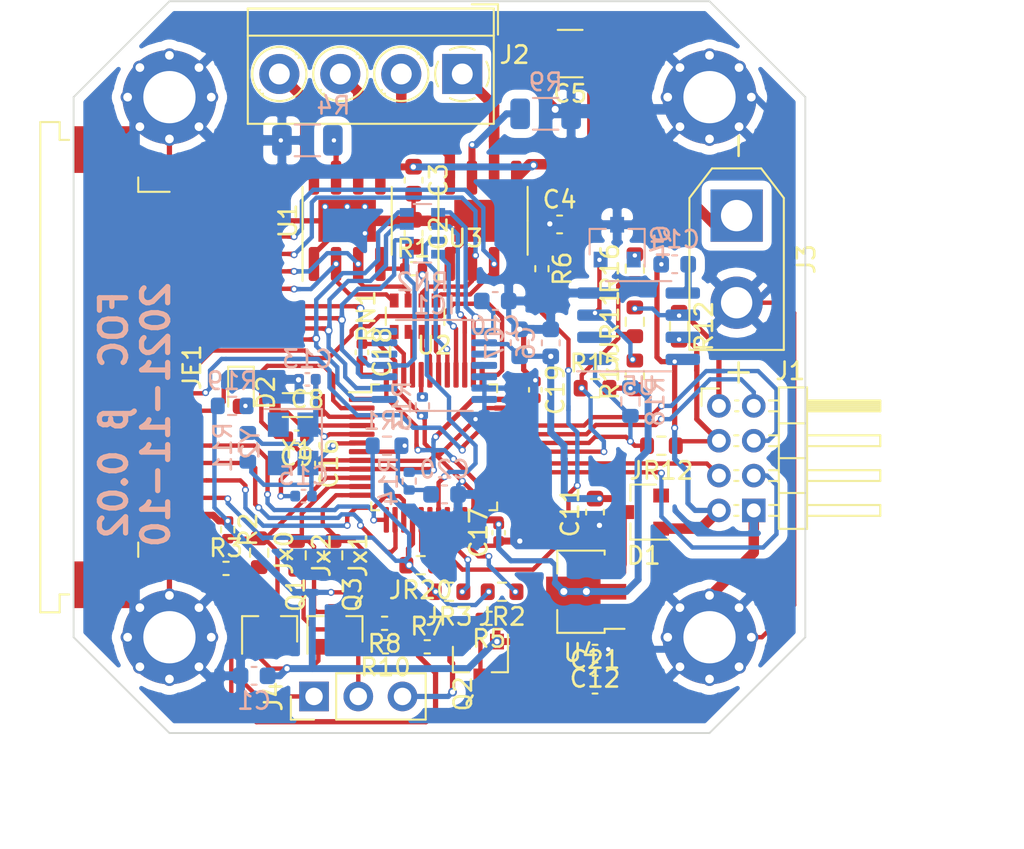
<source format=kicad_pcb>
(kicad_pcb (version 20171130) (host pcbnew "(5.1.10)-1")
  (title_block (title "Stepper Servo") (date 2020-12-02) (rev v1.0) (company "MANSOUR Jawher") (comment 1 "for Kais ALLILA"))
  (layers (0 F.Cu signal) (31 B.Cu signal) (34 B.Paste user hide) (35 F.Paste user hide) (36 B.SilkS user) (37 F.SilkS user hide) (38 B.Mask user hide) (39 F.Mask user hide) (44 Edge.Cuts user))
  (net 0 "")
  (net 1 GND)
  (net 2 VMOT)
  (net 3 OSC32IN)
  (net 4 OSC32OUT)
  (net 5 NRST)
  (net 6 XTALin)
  (net 7 XTALout)
  (net 8 +3V3)
  (net 9 +5V)
  (net 10 bLED)
  (net 11 VCC)
  (net 12 SWDIO)
  (net 13 SWCLK)
  (net 14 2B)
  (net 15 2A)
  (net 16 1A)
  (net 17 1B)
  (net 18 EN)
  (net 19 STP)
  (net 20 DIR)
  (net 21 STP1)
  (net 22 EN1)
  (net 23 DIR1)
  (net 24 VREF34)
  (net 25 VREF12)
  (net 26 BOOT0)
  (net 27 A2)
  (net 28 SCK)
  (net 29 MISO)
  (net 30 MOSI)
  (net 31 IN4)
  (net 32 IN2)
  (net 33 IN3)
  (net 34 IN1)
  (net 35 A9450_IN3)
  (net 36 A9450_IN4)
  (net 37 A9450_IN2)
  (net 38 A9450_IN1)
  (net 39 FrontEnable)
  (net 40 BackEnable)
  (net 41 LeftEnable)
  (net 42 RightEnable)
  (net 43 "Net-(IC1-Pad3)")
  (net 44 "Net-(IC1-Pad4)")
  (net 45 "Net-(IC1-Pad12)")
  (net 46 "Net-(IC1-Pad13)")
  (net 47 "Net-(IC1-Pad14)")
  (net 48 VBUS)
  (net 49 USART1_TX)
  (net 50 USART1_RX)
  (net 51 USART1_CK)
  (net 52 "Net-(C2-Pad2)")
  (net 53 "Net-(C4-Pad2)")
  (net 54 "Net-(C10-Pad1)")
  (net 55 "Net-(R4-Pad2)")
  (net 56 "Net-(R9-Pad2)")
  (net 57 "Net-(U2-Pad22)")
  (net 58 "Net-(JE1-Pad14)")
  (net 59 E13)
  (net 60 E14)
  (net 61 E15)
  (net 62 MAX485A)
  (net 63 MAX485B)
  (net 64 "Net-(Q4-Pad1)")
  (net 65 "Net-(Q4-Pad2)")
  (net 66 "Net-(C14-Pad1)")
  (net 67 "Net-(U2-Pad25)")
  (net 68 "Net-(U2-Pad26)")
  (net 69 "Net-(U5-Pad2)")
  (net 70 "Net-(D2-Pad2)")
  (net 71 A2_1)
  (net 72 SCK1)
  (net 73 MOSI1)
  (net 74 MISO1)
  (net 75 EJ16)
  (net 76 EJ17)
  (net 77 EJ21)
  (net 78 EJ20)
  (module Package_SO:SOP-8_3.76x4.96mm_P1.27mm (layer B.Cu) (at 201.128 69.85)
    (fp_text reference U5 (at 0 3.43 180) (layer B.SilkS) (effects (justify mirror)))
    (fp_text value MAX485E)
    (pad 1 smd roundrect (at -2.5375 1.905) (size 1.975 0.65) (layers B.Cu B.Paste B.Mask) (net 50 USART1_RX))
    (pad 2 smd roundrect (at -2.5375 0.635) (size 1.975 0.65) (layers B.Cu B.Paste B.Mask) (net 69 "Net-(U5-Pad2)"))
    (pad 3 smd roundrect (at -2.5375 -0.635) (size 1.975 0.65) (layers B.Cu B.Paste B.Mask) (net 65 "Net-(Q4-Pad2)"))
    (pad 4 smd roundrect (at -2.5375 -1.905) (size 1.975 0.65) (layers B.Cu B.Paste B.Mask) (net 1 GND))
    (pad 5 smd roundrect (at 2.5375 -1.905) (size 1.975 0.65) (layers B.Cu B.Paste B.Mask) (net 66 "Net-(C14-Pad1)"))
    (pad 6 smd roundrect (at 2.5375 -0.635) (size 1.975 0.65) (layers B.Cu B.Paste B.Mask) (net 62 MAX485A))
    (pad 7 smd roundrect (at 2.5375 0.635) (size 1.975 0.65) (layers B.Cu B.Paste B.Mask) (net 63 MAX485B))
    (pad 8 smd roundrect (at 2.5375 1.905) (size 1.975 0.65) (layers B.Cu B.Paste B.Mask) (net 11 VCC))
  )
  (module Resistor_SMD:R_0603_1608Metric (layer F.Cu) (at 200.914 66.548 90)
    (fp_text reference R16 (at 0 -1.43 270) (layer F.SilkS))
    (fp_text value 1K)
    (pad 2 smd roundrect (at 0.825 0 90) (size 0.8 0.95) (layers F.Cu F.Paste F.Mask) (net 64 "Net-(Q4-Pad1)"))
    (pad 1 smd roundrect (at -0.825 0 90) (size 0.8 0.95) (layers F.Cu F.Paste F.Mask) (net 49 USART1_TX))
  )
  (module Package_SO:SOIC-8-1EP_3.9x4.9mm_P1.27mm_EP2.41x3.3mm (layer F.Cu) (at 184.4 63.8 90)
    (fp_text reference U1 (at 0 -3.4 90) (layer F.SilkS))
    (fp_text value A4950E)
    (pad 9 smd rect (at 0 0 90) (size 2.41 3.3) (layers F.Cu F.Mask) (net 1 GND))
    (pad 8 smd roundrect (at 2.475 -1.905 90) (size 1.95 0.6) (layers F.Cu F.Paste F.Mask) (net 15 2A))
    (pad 7 smd roundrect (at 2.475 -0.635 90) (size 1.95 0.6) (layers F.Cu F.Paste F.Mask) (net 55 "Net-(R4-Pad2)"))
    (pad 6 smd roundrect (at 2.475 0.635 90) (size 1.95 0.6) (layers F.Cu F.Paste F.Mask) (net 14 2B))
    (pad 5 smd roundrect (at 2.475 1.905 90) (size 1.95 0.6) (layers F.Cu F.Paste F.Mask) (net 2 VMOT))
    (pad 4 smd roundrect (at -2.475 1.905 90) (size 1.95 0.6) (layers F.Cu F.Paste F.Mask) (net 52 "Net-(C2-Pad2)"))
    (pad 3 smd roundrect (at -2.475 0.635 90) (size 1.95 0.6) (layers F.Cu F.Paste F.Mask) (net 33 IN3))
    (pad 2 smd roundrect (at -2.475 -0.635 90) (size 1.95 0.6) (layers F.Cu F.Paste F.Mask) (net 31 IN4))
    (pad 1 smd roundrect (at -2.475 -1.905 90) (size 1.95 0.6) (layers F.Cu F.Paste F.Mask) (net 1 GND))
  )
  (module Package_QFP:LQFP-48_7x7mm_P0.5mm (layer F.Cu) (at 189.4 76.8)
    (fp_text reference U2 (at 0 -5.85) (layer F.SilkS))
    (fp_text value STM32F030CCTx)
    (pad 1 smd roundrect (at -4.1625 -2.75) (size 1.475 0.3) (layers F.Cu F.Paste F.Mask) (net 8 +3V3))
    (pad 2 smd roundrect (at -4.1625 -2.25) (size 1.475 0.3) (layers F.Cu F.Paste F.Mask) (net 10 bLED))
    (pad 3 smd roundrect (at -4.1625 -1.75) (size 1.475 0.3) (layers F.Cu F.Paste F.Mask) (net 3 OSC32IN))
    (pad 4 smd roundrect (at -4.1625 -1.25) (size 1.475 0.3) (layers F.Cu F.Paste F.Mask) (net 4 OSC32OUT))
    (pad 5 smd roundrect (at -4.1625 -0.75) (size 1.475 0.3) (layers F.Cu F.Paste F.Mask) (net 6 XTALin))
    (pad 6 smd roundrect (at -4.1625 -0.25) (size 1.475 0.3) (layers F.Cu F.Paste F.Mask) (net 7 XTALout))
    (pad 7 smd roundrect (at -4.1625 0.25) (size 1.475 0.3) (layers F.Cu F.Paste F.Mask) (net 5 NRST))
    (pad 8 smd roundrect (at -4.1625 0.75) (size 1.475 0.3) (layers F.Cu F.Paste F.Mask) (net 1 GND))
    (pad 9 smd roundrect (at -4.1625 1.25) (size 1.475 0.3) (layers F.Cu F.Paste F.Mask) (net 8 +3V3))
    (pad 10 smd roundrect (at -4.1625 1.75) (size 1.475 0.3) (layers F.Cu F.Paste F.Mask) (net 21 STP1))
    (pad 11 smd roundrect (at -4.1625 2.25) (size 1.475 0.3) (layers F.Cu F.Paste F.Mask) (net 23 DIR1))
    (pad 12 smd roundrect (at -4.1625 2.75) (size 1.475 0.3) (layers F.Cu F.Paste F.Mask) (net 22 EN1))
    (pad 13 smd roundrect (at -2.75 4.1625) (size 0.3 1.475) (layers F.Cu F.Paste F.Mask) (net 59 E13))
    (pad 14 smd roundrect (at -2.25 4.1625) (size 0.3 1.475) (layers F.Cu F.Paste F.Mask) (net 60 E14))
    (pad 15 smd roundrect (at -1.75 4.1625) (size 0.3 1.475) (layers F.Cu F.Paste F.Mask) (net 61 E15))
    (pad 16 smd roundrect (at -1.25 4.1625) (size 0.3 1.475) (layers F.Cu F.Paste F.Mask) (net 75 EJ16))
    (pad 17 smd roundrect (at -0.75 4.1625) (size 0.3 1.475) (layers F.Cu F.Paste F.Mask) (net 76 EJ17))
    (pad 18 smd roundrect (at -0.25 4.1625) (size 0.3 1.475) (layers F.Cu F.Paste F.Mask) (net 25 VREF12))
    (pad 19 smd roundrect (at 0.25 4.1625) (size 0.3 1.475) (layers F.Cu F.Paste F.Mask) (net 24 VREF34))
    (pad 20 smd roundrect (at 0.75 4.1625) (size 0.3 1.475) (layers F.Cu F.Paste F.Mask) (net 78 EJ20))
    (pad 21 smd roundrect (at 1.25 4.1625) (size 0.3 1.475) (layers F.Cu F.Paste F.Mask) (net 77 EJ21))
    (pad 22 smd roundrect (at 1.75 4.1625) (size 0.3 1.475) (layers F.Cu F.Paste F.Mask) (net 57 "Net-(U2-Pad22)"))
    (pad 23 smd roundrect (at 2.25 4.1625) (size 0.3 1.475) (layers F.Cu F.Paste F.Mask) (net 1 GND))
    (pad 24 smd roundrect (at 2.75 4.1625) (size 0.3 1.475) (layers F.Cu F.Paste F.Mask) (net 8 +3V3))
    (pad 25 smd roundrect (at 4.1625 2.75) (size 1.475 0.3) (layers F.Cu F.Paste F.Mask) (net 67 "Net-(U2-Pad25)"))
    (pad 26 smd roundrect (at 4.1625 2.25) (size 1.475 0.3) (layers F.Cu F.Paste F.Mask) (net 68 "Net-(U2-Pad26)"))
    (pad 27 smd roundrect (at 4.1625 1.75) (size 1.475 0.3) (layers F.Cu F.Paste F.Mask) (net 42 RightEnable))
    (pad 28 smd roundrect (at 4.1625 1.25) (size 1.475 0.3) (layers F.Cu F.Paste F.Mask) (net 41 LeftEnable))
    (pad 29 smd roundrect (at 4.1625 0.75) (size 1.475 0.3) (layers F.Cu F.Paste F.Mask) (net 51 USART1_CK))
    (pad 30 smd roundrect (at 4.1625 0.25) (size 1.475 0.3) (layers F.Cu F.Paste F.Mask) (net 49 USART1_TX))
    (pad 31 smd roundrect (at 4.1625 -0.25) (size 1.475 0.3) (layers F.Cu F.Paste F.Mask) (net 50 USART1_RX))
    (pad 32 smd roundrect (at 4.1625 -0.75) (size 1.475 0.3) (layers F.Cu F.Paste F.Mask) (net 39 FrontEnable))
    (pad 33 smd roundrect (at 4.1625 -1.25) (size 1.475 0.3) (layers F.Cu F.Paste F.Mask) (net 40 BackEnable))
    (pad 34 smd roundrect (at 4.1625 -1.75) (size 1.475 0.3) (layers F.Cu F.Paste F.Mask) (net 12 SWDIO))
    (pad 35 smd roundrect (at 4.1625 -2.25) (size 1.475 0.3) (layers F.Cu F.Paste F.Mask) (net 1 GND))
    (pad 36 smd roundrect (at 4.1625 -2.75) (size 1.475 0.3) (layers F.Cu F.Paste F.Mask) (net 8 +3V3))
    (pad 37 smd roundrect (at 2.75 -4.1625) (size 0.3 1.475) (layers F.Cu F.Paste F.Mask) (net 13 SWCLK))
    (pad 38 smd roundrect (at 2.25 -4.1625) (size 0.3 1.475) (layers F.Cu F.Paste F.Mask) (net 27 A2))
    (pad 39 smd roundrect (at 1.75 -4.1625) (size 0.3 1.475) (layers F.Cu F.Paste F.Mask) (net 28 SCK))
    (pad 40 smd roundrect (at 1.25 -4.1625) (size 0.3 1.475) (layers F.Cu F.Paste F.Mask) (net 29 MISO))
    (pad 41 smd roundrect (at 0.75 -4.1625) (size 0.3 1.475) (layers F.Cu F.Paste F.Mask) (net 30 MOSI))
    (pad 42 smd roundrect (at 0.25 -4.1625) (size 0.3 1.475) (layers F.Cu F.Paste F.Mask) (net 38 A9450_IN1))
    (pad 43 smd roundrect (at -0.25 -4.1625) (size 0.3 1.475) (layers F.Cu F.Paste F.Mask) (net 37 A9450_IN2))
    (pad 44 smd roundrect (at -0.75 -4.1625) (size 0.3 1.475) (layers F.Cu F.Paste F.Mask) (net 26 BOOT0))
    (pad 45 smd roundrect (at -1.25 -4.1625) (size 0.3 1.475) (layers F.Cu F.Paste F.Mask) (net 35 A9450_IN3))
    (pad 46 smd roundrect (at -1.75 -4.1625) (size 0.3 1.475) (layers F.Cu F.Paste F.Mask) (net 36 A9450_IN4))
    (pad 47 smd roundrect (at -2.25 -4.1625) (size 0.3 1.475) (layers F.Cu F.Paste F.Mask) (net 1 GND))
    (pad 48 smd roundrect (at -2.75 -4.1625) (size 0.3 1.475) (layers F.Cu F.Paste F.Mask) (net 8 +3V3))
  )
  (module Resistor_SMD:R_0603_1608Metric (layer F.Cu) (at 200.914 72.644 90)
    (fp_text reference R17 (at 0 -1.43 90) (layer F.SilkS))
    (fp_text value 10K)
    (pad 1 smd roundrect (at -0.825 0 90) (size 0.8 0.95) (layers F.Cu F.Paste F.Mask) (net 8 +3V3))
    (pad 2 smd roundrect (at 0.825 0 90) (size 0.8 0.95) (layers F.Cu F.Paste F.Mask) (net 65 "Net-(Q4-Pad2)"))
  )
  (module Connector_PinHeader_2.00mm:PinHeader_2x04_P2.00mm_Horizontal (layer F.Cu) (at 205.74 74.422)
    (fp_text reference J1 (at 4.1 -2) (layer F.SilkS))
    (fp_text value Inputs)
    (pad 1 thru_hole circle (at 0 0) (size 1.35 1.35) (drill 0.8) (layers *.Cu *.Mask) (net 62 MAX485A))
    (pad 2 thru_hole oval (at 2 0) (size 1.35 1.35) (drill 0.8) (layers *.Cu *.Mask) (net 39 FrontEnable))
    (pad 3 thru_hole oval (at 0 2) (size 1.35 1.35) (drill 0.8) (layers *.Cu *.Mask) (net 63 MAX485B))
    (pad 4 thru_hole oval (at 2 2) (size 1.35 1.35) (drill 0.8) (layers *.Cu *.Mask) (net 40 BackEnable))
    (pad 5 thru_hole oval (at 0 4) (size 1.35 1.35) (drill 0.8) (layers *.Cu *.Mask) (net 41 LeftEnable))
    (pad 6 thru_hole oval (at 2 4) (size 1.35 1.35) (drill 0.8) (layers *.Cu *.Mask) (net 42 RightEnable))
    (pad 7 thru_hole circle (at 0 6) (size 1.35 1.35) (drill 0.8) (layers *.Cu *.Mask) (net 11 VCC))
    (pad 8 thru_hole rect (at 2 6) (size 1.35 1.35) (drill 0.8) (layers *.Cu *.Mask) (net 1 GND))
  )
  (module "eV-LTZ1000:FC-135_32768kHz Crystal" (layer F.Cu) (at 184.07 71.85 180)
    (fp_text reference Y1 (at 2.54 -5.08) (layer F.SilkS))
    (fp_text value 32K768)
    (pad 1 smd rect (at 1.27 -2.54 180) (size 0.65 1.3) (layers F.Cu F.Paste F.Mask) (net 3 OSC32IN))
    (pad 2 smd rect (at 3.81 -2.54 180) (size 0.65 1.3) (layers F.Cu F.Paste F.Mask) (net 4 OSC32OUT))
  )
  (module TerminalBlock_MetzConnect:TerminalBlock_MetzConnect_Type059_RT06304HBWC_1x04_P3.50mm_Horizontal (layer F.Cu) (at 191.008 55.372 180)
    (fp_text reference J2 (at -3 1.1) (layer F.SilkS))
    (fp_text value Motor)
    (pad 1 thru_hole rect (at 0 0 180) (size 2.3 2.3) (drill 1.2) (layers *.Cu *.Mask) (net 17 1B))
    (pad 2 thru_hole circle (at 3.5 0 180) (size 2.3 2.3) (drill 1.2) (layers *.Cu *.Mask) (net 16 1A))
    (pad 3 thru_hole circle (at 7 0 180) (size 2.3 2.3) (drill 1.2) (layers *.Cu *.Mask) (net 14 2B))
    (pad 4 thru_hole circle (at 10.5 0 180) (size 2.3 2.3) (drill 1.2) (layers *.Cu *.Mask) (net 15 2A))
  )
  (module Capacitor_SMD:C_0603_1608Metric (layer B.Cu) (at 194.3 70.8 270)
    (fp_text reference C7 (at 0 1.43 90) (layer B.SilkS) (effects (justify mirror)))
    (fp_text value 100nF)
    (pad 2 smd roundrect (at 0.775 0 270) (size 0.9 0.95) (layers B.Cu B.Paste B.Mask) (net 9 +5V))
    (pad 1 smd roundrect (at -0.775 0 270) (size 0.9 0.95) (layers B.Cu B.Paste B.Mask) (net 1 GND))
  )
  (module Package_SO:SOIC-8-1EP_3.9x4.9mm_P1.27mm_EP2.41x3.3mm (layer F.Cu) (at 192.2 63.8 90)
    (fp_text reference U3 (at -1 -1 180) (layer F.SilkS))
    (fp_text value A4950E)
    (pad 1 smd roundrect (at -2.475 -1.905 90) (size 1.95 0.6) (layers F.Cu F.Paste F.Mask) (net 1 GND))
    (pad 2 smd roundrect (at -2.475 -0.635 90) (size 1.95 0.6) (layers F.Cu F.Paste F.Mask) (net 32 IN2))
    (pad 3 smd roundrect (at -2.475 0.635 90) (size 1.95 0.6) (layers F.Cu F.Paste F.Mask) (net 34 IN1))
    (pad 4 smd roundrect (at -2.475 1.905 90) (size 1.95 0.6) (layers F.Cu F.Paste F.Mask) (net 53 "Net-(C4-Pad2)"))
    (pad 5 smd roundrect (at 2.475 1.905 90) (size 1.95 0.6) (layers F.Cu F.Paste F.Mask) (net 2 VMOT))
    (pad 6 smd roundrect (at 2.475 0.635 90) (size 1.95 0.6) (layers F.Cu F.Paste F.Mask) (net 17 1B))
    (pad 7 smd roundrect (at 2.475 -0.635 90) (size 1.95 0.6) (layers F.Cu F.Paste F.Mask) (net 56 "Net-(R9-Pad2)"))
    (pad 8 smd roundrect (at 2.475 -1.905 90) (size 1.95 0.6) (layers F.Cu F.Paste F.Mask) (net 16 1A))
    (pad 9 smd rect (at 0 0 90) (size 2.41 3.3) (layers F.Cu F.Mask) (net 1 GND))
  )
  (module MountingHole:MountingHole_3.2mm_M3_Pad_Via (layer F.Cu) (at 205.2 87.7)
    (fp_text reference H2)
    (fp_text value MountingHole_Pad)
    (pad 1 thru_hole circle (at 1.697056 -1.697056) (size 0.8 0.8) (drill 0.5) (layers *.Cu *.Mask) (net 1 GND))
    (pad 1 thru_hole circle (at 0 -2.4) (size 0.8 0.8) (drill 0.5) (layers *.Cu *.Mask) (net 1 GND))
    (pad 1 thru_hole circle (at -1.697056 -1.697056) (size 0.8 0.8) (drill 0.5) (layers *.Cu *.Mask) (net 1 GND))
    (pad 1 thru_hole circle (at -2.4 0) (size 0.8 0.8) (drill 0.5) (layers *.Cu *.Mask) (net 1 GND))
    (pad 1 thru_hole circle (at -1.697056 1.697056) (size 0.8 0.8) (drill 0.5) (layers *.Cu *.Mask) (net 1 GND))
    (pad 1 thru_hole circle (at 0 2.4) (size 0.8 0.8) (drill 0.5) (layers *.Cu *.Mask) (net 1 GND))
    (pad 1 thru_hole circle (at 1.697056 1.697056) (size 0.8 0.8) (drill 0.5) (layers *.Cu *.Mask) (net 1 GND))
    (pad 1 thru_hole circle (at 2.4 0) (size 0.8 0.8) (drill 0.5) (layers *.Cu *.Mask) (net 1 GND))
    (pad 1 thru_hole circle (at 0 0) (size 5.4 5.4) (drill 3) (layers *.Cu *.Mask) (net 1 GND))
  )
  (module MountingHole:MountingHole_3.2mm_M3_Pad_Via (layer F.Cu) (at 174.2 87.7)
    (fp_text reference H4)
    (fp_text value MountingHole_Pad)
    (pad 1 thru_hole circle (at 1.697056 -1.697056) (size 0.8 0.8) (drill 0.5) (layers *.Cu *.Mask) (net 1 GND))
    (pad 1 thru_hole circle (at 0 -2.4) (size 0.8 0.8) (drill 0.5) (layers *.Cu *.Mask) (net 1 GND))
    (pad 1 thru_hole circle (at -1.697056 -1.697056) (size 0.8 0.8) (drill 0.5) (layers *.Cu *.Mask) (net 1 GND))
    (pad 1 thru_hole circle (at -2.4 0) (size 0.8 0.8) (drill 0.5) (layers *.Cu *.Mask) (net 1 GND))
    (pad 1 thru_hole circle (at -1.697056 1.697056) (size 0.8 0.8) (drill 0.5) (layers *.Cu *.Mask) (net 1 GND))
    (pad 1 thru_hole circle (at 0 2.4) (size 0.8 0.8) (drill 0.5) (layers *.Cu *.Mask) (net 1 GND))
    (pad 1 thru_hole circle (at 1.697056 1.697056) (size 0.8 0.8) (drill 0.5) (layers *.Cu *.Mask) (net 1 GND))
    (pad 1 thru_hole circle (at 2.4 0) (size 0.8 0.8) (drill 0.5) (layers *.Cu *.Mask) (net 1 GND))
    (pad 1 thru_hole circle (at 0 0) (size 5.4 5.4) (drill 3) (layers *.Cu *.Mask) (net 1 GND))
  )
  (module MountingHole:MountingHole_3.2mm_M3_Pad_Via (layer F.Cu) (at 205.2 56.7)
    (fp_text reference H3)
    (fp_text value MountingHole_Pad hide)
    (pad 1 thru_hole circle (at 1.697056 -1.697056) (size 0.8 0.8) (drill 0.5) (layers *.Cu *.Mask) (net 1 GND))
    (pad 1 thru_hole circle (at 0 -2.4) (size 0.8 0.8) (drill 0.5) (layers *.Cu *.Mask) (net 1 GND))
    (pad 1 thru_hole circle (at -1.697056 -1.697056) (size 0.8 0.8) (drill 0.5) (layers *.Cu *.Mask) (net 1 GND))
    (pad 1 thru_hole circle (at -2.4 0) (size 0.8 0.8) (drill 0.5) (layers *.Cu *.Mask) (net 1 GND))
    (pad 1 thru_hole circle (at -1.697056 1.697056) (size 0.8 0.8) (drill 0.5) (layers *.Cu *.Mask) (net 1 GND))
    (pad 1 thru_hole circle (at 0 2.4) (size 0.8 0.8) (drill 0.5) (layers *.Cu *.Mask) (net 1 GND))
    (pad 1 thru_hole circle (at 1.697056 1.697056) (size 0.8 0.8) (drill 0.5) (layers *.Cu *.Mask) (net 1 GND))
    (pad 1 thru_hole circle (at 2.4 0) (size 0.8 0.8) (drill 0.5) (layers *.Cu *.Mask) (net 1 GND))
    (pad 1 thru_hole circle (at 0 0) (size 5.4 5.4) (drill 3) (layers *.Cu *.Mask) (net 1 GND))
  )
  (module MountingHole:MountingHole_3.2mm_M3_Pad_Via (layer F.Cu) (at 174.2 56.7)
    (fp_text reference H1)
    (fp_text value MountingHole_Pad)
    (pad 1 thru_hole circle (at 1.697056 -1.697056) (size 0.8 0.8) (drill 0.5) (layers *.Cu *.Mask) (net 1 GND))
    (pad 1 thru_hole circle (at 0 -2.4) (size 0.8 0.8) (drill 0.5) (layers *.Cu *.Mask) (net 1 GND))
    (pad 1 thru_hole circle (at -1.697056 -1.697056) (size 0.8 0.8) (drill 0.5) (layers *.Cu *.Mask) (net 1 GND))
    (pad 1 thru_hole circle (at -2.4 0) (size 0.8 0.8) (drill 0.5) (layers *.Cu *.Mask) (net 1 GND))
    (pad 1 thru_hole circle (at -1.697056 1.697056) (size 0.8 0.8) (drill 0.5) (layers *.Cu *.Mask) (net 1 GND))
    (pad 1 thru_hole circle (at 0 2.4) (size 0.8 0.8) (drill 0.5) (layers *.Cu *.Mask) (net 1 GND))
    (pad 1 thru_hole circle (at 1.697056 1.697056) (size 0.8 0.8) (drill 0.5) (layers *.Cu *.Mask) (net 1 GND))
    (pad 1 thru_hole circle (at 2.4 0) (size 0.8 0.8) (drill 0.5) (layers *.Cu *.Mask) (net 1 GND))
    (pad 1 thru_hole circle (at 0 0) (size 5.4 5.4) (drill 3) (layers *.Cu *.Mask) (net 1 GND))
  )
  (module Connector_FFC-FPC:TE_2-84953-0_1x20-1MP_P1.0mm_Horizontal (layer F.Cu) (at 171.5 72.2 270)
    (fp_text reference JE1 (at 0 -4 90) (layer F.SilkS))
    (fp_text value Conn_01x20)
    (pad 1 smd rect (at -9.5 -1.8 270) (size 0.61 2) (layers F.Cu F.Paste F.Mask) (net 1 GND))
    (pad 2 smd rect (at -8.5 -1.8 270) (size 0.61 2) (layers F.Cu F.Paste F.Mask) (net 8 +3V3))
    (pad 3 smd rect (at -7.5 -1.8 270) (size 0.61 2) (layers F.Cu F.Paste F.Mask) (net 34 IN1))
    (pad 4 smd rect (at -6.5 -1.8 270) (size 0.61 2) (layers F.Cu F.Paste F.Mask) (net 32 IN2))
    (pad 5 smd rect (at -5.5 -1.8 270) (size 0.61 2) (layers F.Cu F.Paste F.Mask) (net 33 IN3))
    (pad 6 smd rect (at -4.5 -1.8 270) (size 0.61 2) (layers F.Cu F.Paste F.Mask) (net 31 IN4))
    (pad 7 smd rect (at -3.5 -1.8 270) (size 0.61 2) (layers F.Cu F.Paste F.Mask) (net 74 MISO1))
    (pad 8 smd rect (at -2.5 -1.8 270) (size 0.61 2) (layers F.Cu F.Paste F.Mask) (net 73 MOSI1))
    (pad 9 smd rect (at -1.5 -1.8 270) (size 0.61 2) (layers F.Cu F.Paste F.Mask) (net 72 SCK1))
    (pad 10 smd rect (at -0.5 -1.8 270) (size 0.61 2) (layers F.Cu F.Paste F.Mask) (net 71 A2_1))
    (pad 11 smd rect (at 0.5 -1.8 270) (size 0.61 2) (layers F.Cu F.Paste F.Mask) (net 13 SWCLK))
    (pad 12 smd rect (at 1.5 -1.8 270) (size 0.61 2) (layers F.Cu F.Paste F.Mask) (net 12 SWDIO))
    (pad 13 smd rect (at 2.5 -1.8 270) (size 0.61 2) (layers F.Cu F.Paste F.Mask) (net 10 bLED))
    (pad 14 smd rect (at 3.5 -1.8 270) (size 0.61 2) (layers F.Cu F.Paste F.Mask) (net 58 "Net-(JE1-Pad14)"))
    (pad 15 smd rect (at 4.5 -1.8 270) (size 0.61 2) (layers F.Cu F.Paste F.Mask) (net 59 E13))
    (pad 16 smd rect (at 5.5 -1.8 270) (size 0.61 2) (layers F.Cu F.Paste F.Mask) (net 60 E14))
    (pad 17 smd rect (at 6.5 -1.8 270) (size 0.61 2) (layers F.Cu F.Paste F.Mask) (net 61 E15))
    (pad 18 smd rect (at 7.5 -1.8 270) (size 0.61 2) (layers F.Cu F.Paste F.Mask) (net 75 EJ16))
    (pad 19 smd rect (at 8.5 -1.8 270) (size 0.61 2) (layers F.Cu F.Paste F.Mask) (net 8 +3V3))
    (pad 20 smd rect (at 9.5 -1.8 270) (size 0.61 2) (layers F.Cu F.Paste F.Mask) (net 1 GND))
    (pad MP smd rect (at -12.49 1 270) (size 2.68 3.6) (layers F.Cu F.Paste F.Mask))
    (pad MP smd rect (at 12.49 1 270) (size 2.68 3.6) (layers F.Cu F.Paste F.Mask))
  )
  (module Resistor_SMD:R_1206_3216Metric (layer B.Cu) (at 195.794 57.658 180)
    (fp_text reference R9 (at 0 1.82) (layer B.SilkS) (effects (justify mirror)))
    (fp_text value 0.1)
    (pad 2 smd roundrect (at 1.4625 0 180) (size 1.125 1.75) (layers B.Cu B.Paste B.Mask) (roundrect_rratio 0.2222195555555556) (net 56 "Net-(R9-Pad2)"))
    (pad 1 smd roundrect (at -1.4625 0 180) (size 1.125 1.75) (layers B.Cu B.Paste B.Mask) (roundrect_rratio 0.2222195555555556) (net 1 GND))
  )
  (module Package_TO_SOT_SMD:SOT-23 (layer F.Cu) (at 192.05 88.95 270)
    (fp_text reference Q2 (at 2 1 90) (layer F.SilkS))
    (fp_text value FDN337N)
    (pad 3 smd rect (at 1 0 270) (size 0.9 0.8) (layers F.Cu F.Paste F.Mask) (net 22 EN1))
    (pad 2 smd rect (at -1 0.95 270) (size 0.9 0.8) (layers F.Cu F.Paste F.Mask) (net 18 EN))
    (pad 1 smd rect (at -1 -0.95 270) (size 0.9 0.8) (layers F.Cu F.Paste F.Mask) (net 8 +3V3))
  )
  (module Package_TO_SOT_SMD:SOT-23 (layer F.Cu) (at 183.7 87.25 90)
    (fp_text reference Q3 (at 2 1 270) (layer F.SilkS))
    (fp_text value FDN337N)
    (pad 1 smd rect (at -1 -0.95 90) (size 0.9 0.8) (layers F.Cu F.Paste F.Mask) (net 8 +3V3))
    (pad 2 smd rect (at -1 0.95 90) (size 0.9 0.8) (layers F.Cu F.Paste F.Mask) (net 20 DIR))
    (pad 3 smd rect (at 1 0 90) (size 0.9 0.8) (layers F.Cu F.Paste F.Mask) (net 23 DIR1))
  )
  (module Resistor_SMD:R_1206_3216Metric (layer B.Cu) (at 182.118 59.182)
    (fp_text reference R4 (at 1.5 -2 180) (layer B.SilkS) (effects (justify mirror)))
    (fp_text value 0.1 hide)
    (pad 1 smd roundrect (at -1.4625 0) (size 1.125 1.75) (layers B.Cu B.Paste B.Mask) (roundrect_rratio 0.2222195555555556) (net 1 GND))
    (pad 2 smd roundrect (at 1.4625 0) (size 1.125 1.75) (layers B.Cu B.Paste B.Mask) (roundrect_rratio 0.2222195555555556) (net 55 "Net-(R4-Pad2)"))
  )
  (module Capacitor_SMD:C_0603_1608Metric (layer F.Cu) (at 188.214 64.516 270)
    (fp_text reference C2 (at 0 -1.43 90) (layer F.SilkS))
    (fp_text value 100nF)
    (pad 1 smd roundrect (at -0.775 0 270) (size 0.9 0.95) (layers F.Cu F.Paste F.Mask) (net 1 GND))
    (pad 2 smd roundrect (at 0.775 0 270) (size 0.9 0.95) (layers F.Cu F.Paste F.Mask) (net 52 "Net-(C2-Pad2)"))
  )
  (module Capacitor_SMD:C_0603_1608Metric (layer F.Cu) (at 196.596 64.008)
    (fp_text reference C4 (at 0 -1.43) (layer F.SilkS))
    (fp_text value 100nF)
    (pad 2 smd roundrect (at 0.775 0) (size 0.9 0.95) (layers F.Cu F.Paste F.Mask) (net 53 "Net-(C4-Pad2)"))
    (pad 1 smd roundrect (at -0.775 0) (size 0.9 0.95) (layers F.Cu F.Paste F.Mask) (net 1 GND))
  )
  (module Capacitor_SMD:C_0603_1608Metric (layer B.Cu) (at 196.088 70.806 270)
    (fp_text reference C6 (at 0 1.43 90) (layer B.SilkS) (effects (justify mirror)))
    (fp_text value 100nF)
    (pad 1 smd roundrect (at -0.775 0 270) (size 0.9 0.95) (layers B.Cu B.Paste B.Mask) (net 1 GND))
    (pad 2 smd roundrect (at 0.775 0 270) (size 0.9 0.95) (layers B.Cu B.Paste B.Mask) (net 9 +5V))
  )
  (module Capacitor_SMD:C_0603_1608Metric (layer B.Cu) (at 192.9 68.4)
    (fp_text reference C10 (at 0 1.43) (layer B.SilkS) (effects (justify mirror)))
    (fp_text value 100nF)
    (pad 2 smd roundrect (at 0.775 0) (size 0.9 0.95) (layers B.Cu B.Paste B.Mask) (net 1 GND))
    (pad 1 smd roundrect (at -0.775 0) (size 0.9 0.95) (layers B.Cu B.Paste B.Mask) (net 54 "Net-(C10-Pad1)"))
  )
  (module Capacitor_SMD:C_0603_1608Metric (layer F.Cu) (at 198.628 80.518 90)
    (fp_text reference C11 (at 0 -1.43 90) (layer F.SilkS))
    (fp_text value 10uF)
    (pad 1 smd roundrect (at -0.775 0 90) (size 0.9 0.95) (layers F.Cu F.Paste F.Mask) (net 1 GND))
    (pad 2 smd roundrect (at 0.775 0 90) (size 0.9 0.95) (layers F.Cu F.Paste F.Mask) (net 9 +5V))
  )
  (module Capacitor_SMD:C_0603_1608Metric (layer B.Cu) (at 179.057 89.916)
    (fp_text reference C1 (at 0 1.43) (layer B.SilkS) (effects (justify mirror)))
    (fp_text value 100nF)
    (pad 1 smd roundrect (at -0.775 0) (size 0.9 0.95) (layers B.Cu B.Paste B.Mask) (net 1 GND))
    (pad 2 smd roundrect (at 0.775 0) (size 0.9 0.95) (layers B.Cu B.Paste B.Mask) (net 8 +3V3))
  )
  (module Package_TO_SOT_SMD:SOT-23 (layer F.Cu) (at 201.422 80.518 180)
    (fp_text reference D1 (at 0 -2.5) (layer F.SilkS))
    (fp_text value BAT64-05)
    (pad 1 smd rect (at -1 -0.95 180) (size 0.9 0.8) (layers F.Cu F.Paste F.Mask) (net 11 VCC))
    (pad 2 smd rect (at -1 0.95 180) (size 0.9 0.8) (layers F.Cu F.Paste F.Mask) (net 48 VBUS))
    (pad 3 smd rect (at 1 0 180) (size 0.9 0.8) (layers F.Cu F.Paste F.Mask) (net 9 +5V))
  )
  (module Resistor_SMD:R_0402_1005Metric (layer F.Cu) (at 195.58 66.548 270)
    (fp_text reference R6 (at 0 -1.17 90) (layer F.SilkS))
    (fp_text value 1K)
    (pad 1 smd roundrect (at -0.51 0 270) (size 0.54 0.64) (layers F.Cu F.Paste F.Mask) (net 53 "Net-(C4-Pad2)"))
    (pad 2 smd roundrect (at 0.51 0 270) (size 0.54 0.64) (layers F.Cu F.Paste F.Mask) (net 25 VREF12))
  )
  (module Resistor_SMD:R_0402_1005Metric (layer B.Cu) (at 188.722 74.422 270)
    (fp_text reference R13 (at 0 1.17 90) (layer B.SilkS) (effects (justify mirror)))
    (fp_text value 10K)
    (pad 1 smd roundrect (at -0.51 0 270) (size 0.54 0.64) (layers B.Cu B.Paste B.Mask) (net 26 BOOT0))
    (pad 2 smd roundrect (at 0.51 0 270) (size 0.54 0.64) (layers B.Cu B.Paste B.Mask) (net 1 GND))
  )
  (module Resistor_SMD:R_0402_1005Metric (layer F.Cu) (at 177.546 81.534 270)
    (fp_text reference R2 (at 0 -1.17 90) (layer F.SilkS))
    (fp_text value 10K)
    (pad 1 smd roundrect (at -0.51 0 270) (size 0.54 0.64) (layers F.Cu F.Paste F.Mask) (net 8 +3V3))
    (pad 2 smd roundrect (at 0.51 0 270) (size 0.54 0.64) (layers F.Cu F.Paste F.Mask) (net 21 STP1))
  )
  (module Resistor_SMD:R_0402_1005Metric (layer F.Cu) (at 177.45 83.75)
    (fp_text reference R3 (at 0 -1.17 180) (layer F.SilkS))
    (fp_text value 10K)
    (pad 1 smd roundrect (at -0.51 0) (size 0.54 0.64) (layers F.Cu F.Paste F.Mask) (net 11 VCC))
    (pad 2 smd roundrect (at 0.51 0) (size 0.54 0.64) (layers F.Cu F.Paste F.Mask) (net 19 STP))
  )
  (module Resistor_SMD:R_0402_1005Metric (layer F.Cu) (at 192.55 86.614 180)
    (fp_text reference R5 (at 0 -1.17 180) (layer F.SilkS))
    (fp_text value 10K)
    (pad 2 smd roundrect (at 0.51 0 180) (size 0.54 0.64) (layers F.Cu F.Paste F.Mask) (net 22 EN1))
    (pad 1 smd roundrect (at -0.51 0 180) (size 0.54 0.64) (layers F.Cu F.Paste F.Mask) (net 8 +3V3))
  )
  (module Resistor_SMD:R_0402_1005Metric (layer F.Cu) (at 189 88.25)
    (fp_text reference R7 (at 0 -1.17) (layer F.SilkS))
    (fp_text value 10K)
    (pad 2 smd roundrect (at 0.51 0) (size 0.54 0.64) (layers F.Cu F.Paste F.Mask) (net 18 EN))
    (pad 1 smd roundrect (at -0.51 0) (size 0.54 0.64) (layers F.Cu F.Paste F.Mask) (net 11 VCC))
  )
  (module Resistor_SMD:R_0402_1005Metric (layer F.Cu) (at 186.55 86.9 180)
    (fp_text reference R8 (at 0 -1.17 180) (layer F.SilkS))
    (fp_text value 10K)
    (pad 2 smd roundrect (at 0.51 0 180) (size 0.54 0.64) (layers F.Cu F.Paste F.Mask) (net 23 DIR1))
    (pad 1 smd roundrect (at -0.51 0 180) (size 0.54 0.64) (layers F.Cu F.Paste F.Mask) (net 8 +3V3))
  )
  (module Resistor_SMD:R_0402_1005Metric (layer F.Cu) (at 186.6 88.25 180)
    (fp_text reference R10 (at 0 -1.17 180) (layer F.SilkS))
    (fp_text value 10K)
    (pad 1 smd roundrect (at -0.51 0 180) (size 0.54 0.64) (layers F.Cu F.Paste F.Mask) (net 11 VCC))
    (pad 2 smd roundrect (at 0.51 0 180) (size 0.54 0.64) (layers F.Cu F.Paste F.Mask) (net 20 DIR))
  )
  (module Connector_AMASS:AMASS_XT30UPB-F_1x02_P5.0mm_Vertical (layer F.Cu) (at 206.756 63.5 270)
    (fp_text reference J3 (at 2.5 -4 90) (layer F.SilkS))
    (fp_text value Conn_01x02_MountingPin)
    (fp_text user + (at 9 0 90) (layer F.SilkS) (effects (font (size 1.5 1.5))))
    (fp_text user - (at -4 0 90) (layer F.SilkS) (effects (font (size 1.5 1.5))))
    (pad 1 thru_hole rect (at 0 0 270) (size 3 3) (drill 1.8) (layers *.Cu *.Mask) (net 2 VMOT))
    (pad 2 thru_hole circle (at 5 0 270) (size 3 3) (drill 1.8) (layers *.Cu *.Mask) (net 1 GND))
  )
  (module Connector_PinHeader_2.54mm:PinHeader_1x03_P2.54mm_Vertical (layer F.Cu) (at 182.5 91.1 90)
    (fp_text reference J4 (at 0 -2.33 90) (layer F.SilkS))
    (fp_text value Conn_01x03_Female)
    (pad 1 thru_hole rect (at 0 0 90) (size 1.7 1.7) (drill 1) (layers *.Cu *.Mask) (net 19 STP))
    (pad 2 thru_hole oval (at 0 2.54 90) (size 1.7 1.7) (drill 1) (layers *.Cu *.Mask) (net 20 DIR))
    (pad 3 thru_hole oval (at 0 5.08 90) (size 1.7 1.7) (drill 1) (layers *.Cu *.Mask) (net 18 EN))
  )
  (module Capacitor_SMD:C_0402_1005Metric (layer F.Cu) (at 182.118 72.898 180)
    (fp_text reference C8 (at 0 -1.16) (layer F.SilkS))
    (fp_text value 10pF)
    (pad 1 smd roundrect (at -0.48 0 180) (size 0.56 0.62) (layers F.Cu F.Paste F.Mask) (net 3 OSC32IN))
    (pad 2 smd roundrect (at 0.48 0 180) (size 0.56 0.62) (layers F.Cu F.Paste F.Mask) (net 1 GND))
  )
  (module Capacitor_SMD:C_0402_1005Metric (layer F.Cu) (at 181.5 76.2 180)
    (fp_text reference C9 (at 0 -1.16) (layer F.SilkS))
    (fp_text value 10pF)
    (pad 2 smd roundrect (at 0.48 0 180) (size 0.56 0.62) (layers F.Cu F.Paste F.Mask) (net 1 GND))
    (pad 1 smd roundrect (at -0.48 0 180) (size 0.56 0.62) (layers F.Cu F.Paste F.Mask) (net 4 OSC32OUT))
  )
  (module Capacitor_SMD:C_0402_1005Metric (layer B.Cu) (at 182.118 72.9 180)
    (fp_text reference C13 (at 0 1.16) (layer B.SilkS) (effects (justify mirror)))
    (fp_text value 22pF)
    (pad 1 smd roundrect (at -0.48 0 180) (size 0.56 0.62) (layers B.Cu B.Paste B.Mask) (net 6 XTALin))
    (pad 2 smd roundrect (at 0.48 0 180) (size 0.56 0.62) (layers B.Cu B.Paste B.Mask) (net 1 GND))
  )
  (module Capacitor_SMD:C_0402_1005Metric (layer B.Cu) (at 181.9 79.6 180)
    (fp_text reference C15 (at 0 1.16) (layer B.SilkS) (effects (justify mirror)))
    (fp_text value 22pF)
    (pad 2 smd roundrect (at 0.48 0 180) (size 0.56 0.62) (layers B.Cu B.Paste B.Mask) (net 1 GND))
    (pad 1 smd roundrect (at -0.48 0 180) (size 0.56 0.62) (layers B.Cu B.Paste B.Mask) (net 7 XTALout))
  )
  (module Capacitor_SMD:C_0603_1608Metric (layer B.Cu) (at 189.992 79.502 180)
    (fp_text reference C20 (at 0 1.43) (layer B.SilkS) (effects (justify mirror)))
    (fp_text value 100nF)
    (pad 1 smd roundrect (at -0.775 0 180) (size 0.9 0.95) (layers B.Cu B.Paste B.Mask) (net 1 GND))
    (pad 2 smd roundrect (at 0.775 0 180) (size 0.9 0.95) (layers B.Cu B.Paste B.Mask) (net 5 NRST))
  )
  (module Resistor_SMD:R_0603_1608Metric (layer B.Cu) (at 178.7 76.8 270)
    (fp_text reference R11 (at 0 1.43 90) (layer B.SilkS) (effects (justify mirror)))
    (fp_text value 1M)
    (pad 2 smd roundrect (at 0.825 0 270) (size 0.8 0.95) (layers B.Cu B.Paste B.Mask) (net 7 XTALout))
    (pad 1 smd roundrect (at -0.825 0 270) (size 0.8 0.95) (layers B.Cu B.Paste B.Mask) (net 6 XTALin))
  )
  (module Resistor_SMD:R_0402_1005Metric (layer B.Cu) (at 187.96 78.74 270)
    (fp_text reference R14 (at 0 1.17 90) (layer B.SilkS) (effects (justify mirror)))
    (fp_text value 10K)
    (pad 1 smd roundrect (at -0.51 0 270) (size 0.54 0.64) (layers B.Cu B.Paste B.Mask) (net 8 +3V3))
    (pad 2 smd roundrect (at 0.51 0 270) (size 0.54 0.64) (layers B.Cu B.Paste B.Mask) (net 5 NRST))
  )
  (module Crystal:Crystal_SMD_3225-4Pin_3.2x2.5mm (layer B.Cu) (at 181.3 76.6 270)
    (fp_text reference Y2 (at 0 2.45 270) (layer B.SilkS) (effects (justify mirror)))
    (fp_text value 8MHz)
    (pad 1 smd rect (at -1.1 -0.85 270) (size 1.4 1.2) (layers B.Cu B.Paste B.Mask) (net 6 XTALin))
    (pad 2 smd rect (at 1.1 -0.85 270) (size 1.4 1.2) (layers B.Cu B.Paste B.Mask) (net 7 XTALout))
    (pad 3 smd rect (at 1.1 0.85 270) (size 1.4 1.2) (layers B.Cu B.Paste B.Mask))
    (pad 4 smd rect (at -1.1 0.85 270) (size 1.4 1.2) (layers B.Cu B.Paste B.Mask))
  )
  (module Capacitor_SMD:C_0402_1005Metric (layer F.Cu) (at 182.2 77.73 270)
    (fp_text reference C16 (at 0 -1.16 90) (layer F.SilkS))
    (fp_text value 100nF)
    (pad 1 smd roundrect (at -0.48 0 270) (size 0.56 0.62) (layers F.Cu F.Paste F.Mask) (net 1 GND))
    (pad 2 smd roundrect (at 0.48 0 270) (size 0.56 0.62) (layers F.Cu F.Paste F.Mask) (net 8 +3V3))
  )
  (module Capacitor_SMD:C_0402_1005Metric (layer F.Cu) (at 193.1 81.7 90)
    (fp_text reference C17 (at 0 -1.16 90) (layer F.SilkS))
    (fp_text value 100nF)
    (pad 1 smd roundrect (at -0.48 0 90) (size 0.56 0.62) (layers F.Cu F.Paste F.Mask) (net 1 GND))
    (pad 2 smd roundrect (at 0.48 0 90) (size 0.56 0.62) (layers F.Cu F.Paste F.Mask) (net 8 +3V3))
  )
  (module Capacitor_SMD:C_0402_1005Metric (layer F.Cu) (at 185.25 71.35 270)
    (fp_text reference C18 (at 0 -1.16 90) (layer F.SilkS))
    (fp_text value 100nF)
    (pad 2 smd roundrect (at 0.48 0 270) (size 0.56 0.62) (layers F.Cu F.Paste F.Mask) (net 8 +3V3))
    (pad 1 smd roundrect (at -0.48 0 270) (size 0.56 0.62) (layers F.Cu F.Paste F.Mask) (net 1 GND))
  )
  (module Capacitor_SMD:C_0402_1005Metric (layer F.Cu) (at 195.2 73.5 270)
    (fp_text reference C19 (at 0 -1.16 90) (layer F.SilkS))
    (fp_text value 100nF)
    (pad 2 smd roundrect (at 0.48 0 270) (size 0.56 0.62) (layers F.Cu F.Paste F.Mask) (net 8 +3V3))
    (pad 1 smd roundrect (at -0.48 0 270) (size 0.56 0.62) (layers F.Cu F.Paste F.Mask) (net 1 GND))
  )
  (module Resistor_SMD:R_0603_1608Metric (layer F.Cu) (at 183.6 83 270)
    (fp_text reference Jx1 (at 0 -1.43 90) (layer F.SilkS))
    (fp_text value 0)
    (pad 1 smd roundrect (at -0.825 0 270) (size 0.8 0.95) (layers F.Cu F.Paste F.Mask) (net 22 EN1))
    (pad 2 smd roundrect (at 0.825 0 270) (size 0.8 0.95) (layers F.Cu F.Paste F.Mask) (net 18 EN))
  )
  (module Resistor_SMD:R_0603_1608Metric (layer F.Cu) (at 181.5 83 270)
    (fp_text reference Jx2 (at 0 -1.43 90) (layer F.SilkS))
    (fp_text value 0)
    (pad 2 smd roundrect (at 0.825 0 270) (size 0.8 0.95) (layers F.Cu F.Paste F.Mask) (net 20 DIR))
    (pad 1 smd roundrect (at -0.825 0 270) (size 0.8 0.95) (layers F.Cu F.Paste F.Mask) (net 23 DIR1))
  )
  (module Resistor_SMD:R_0603_1608Metric (layer F.Cu) (at 179.35 82.85 270)
    (fp_text reference Jx0 (at 0 -1.43 90) (layer F.SilkS))
    (fp_text value 0)
    (pad 1 smd roundrect (at -0.825 0 270) (size 0.8 0.95) (layers F.Cu F.Paste F.Mask) (net 21 STP1))
    (pad 2 smd roundrect (at 0.825 0 270) (size 0.8 0.95) (layers F.Cu F.Paste F.Mask) (net 19 STP))
  )
  (module Capacitor_SMD:C_0603_1608Metric (layer F.Cu) (at 198.628 88.646 180)
    (fp_text reference C12 (at 0 -1.43) (layer F.SilkS))
    (fp_text value 22uf)
    (pad 2 smd roundrect (at 0.775 0 180) (size 0.9 0.95) (layers F.Cu F.Paste F.Mask) (net 8 +3V3))
    (pad 1 smd roundrect (at -0.775 0 180) (size 0.9 0.95) (layers F.Cu F.Paste F.Mask) (net 1 GND))
  )
  (module Capacitor_SMD:C_0603_1608Metric (layer F.Cu) (at 188.214 61.468 270)
    (fp_text reference C3 (at 0 -1.43 90) (layer F.SilkS))
    (fp_text value 100nF)
    (pad 2 smd roundrect (at 0.775 0 270) (size 0.9 0.95) (layers F.Cu F.Paste F.Mask) (net 1 GND))
    (pad 1 smd roundrect (at -0.775 0 270) (size 0.9 0.95) (layers F.Cu F.Paste F.Mask) (net 2 VMOT))
  )
  (module Resistor_SMD:R_0402_1005Metric (layer F.Cu) (at 188.214 66.548)
    (fp_text reference R1 (at 0 -1.17) (layer F.SilkS))
    (fp_text value 1K)
    (pad 2 smd roundrect (at 0.51 0) (size 0.54 0.64) (layers F.Cu F.Paste F.Mask) (net 24 VREF34))
    (pad 1 smd roundrect (at -0.51 0) (size 0.54 0.64) (layers F.Cu F.Paste F.Mask) (net 52 "Net-(C2-Pad2)"))
  )
  (module Package_TO_SOT_SMD:SOT-23 (layer F.Cu) (at 179.95 87.25 90)
    (fp_text reference Q1 (at 2 1.5 90) (layer F.SilkS))
    (fp_text value FDN337N)
    (pad 1 smd rect (at -1 -0.95 90) (size 0.9 0.8) (layers F.Cu F.Paste F.Mask) (net 8 +3V3))
    (pad 2 smd rect (at -1 0.95 90) (size 0.9 0.8) (layers F.Cu F.Paste F.Mask) (net 19 STP))
    (pad 3 smd rect (at 1 0 90) (size 0.9 0.8) (layers F.Cu F.Paste F.Mask) (net 21 STP1))
  )
  (module Package_SO:TSSOP-14_4.4x5mm_P0.65mm (layer B.Cu) (at 189.405 72.1 180)
    (fp_text reference IC1 (at 0 3.45) (layer B.SilkS) (effects (justify mirror)))
    (fp_text value A1333LLETR-5-T)
    (pad 1 smd roundrect (at -2.8625 1.95 180) (size 1.475 0.4) (layers B.Cu B.Paste B.Mask) (net 54 "Net-(C10-Pad1)"))
    (pad 2 smd roundrect (at -2.8625 1.3 180) (size 1.475 0.4) (layers B.Cu B.Paste B.Mask) (net 9 +5V))
    (pad 3 smd roundrect (at -2.8625 0.65 180) (size 1.475 0.4) (layers B.Cu B.Paste B.Mask) (net 43 "Net-(IC1-Pad3)"))
    (pad 4 smd roundrect (at -2.8625 0 180) (size 1.475 0.4) (layers B.Cu B.Paste B.Mask) (net 44 "Net-(IC1-Pad4)"))
    (pad 5 smd roundrect (at -2.8625 -0.65 180) (size 1.475 0.4) (layers B.Cu B.Paste B.Mask) (net 1 GND))
    (pad 6 smd roundrect (at -2.8625 -1.3 180) (size 1.475 0.4) (layers B.Cu B.Paste B.Mask) (net 1 GND))
    (pad 7 smd roundrect (at -2.8625 -1.95 180) (size 1.475 0.4) (layers B.Cu B.Paste B.Mask) (net 1 GND))
    (pad 8 smd roundrect (at 2.8625 -1.95 180) (size 1.475 0.4) (layers B.Cu B.Paste B.Mask) (net 71 A2_1))
    (pad 9 smd roundrect (at 2.8625 -1.3 180) (size 1.475 0.4) (layers B.Cu B.Paste B.Mask) (net 72 SCK1))
    (pad 10 smd roundrect (at 2.8625 -0.65 180) (size 1.475 0.4) (layers B.Cu B.Paste B.Mask) (net 73 MOSI1))
    (pad 11 smd roundrect (at 2.8625 0 180) (size 1.475 0.4) (layers B.Cu B.Paste B.Mask) (net 74 MISO1))
    (pad 12 smd roundrect (at 2.8625 0.65 180) (size 1.475 0.4) (layers B.Cu B.Paste B.Mask) (net 45 "Net-(IC1-Pad12)"))
    (pad 13 smd roundrect (at 2.8625 1.3 180) (size 1.475 0.4) (layers B.Cu B.Paste B.Mask) (net 46 "Net-(IC1-Pad13)"))
    (pad 14 smd roundrect (at 2.8625 1.95 180) (size 1.475 0.4) (layers B.Cu B.Paste B.Mask) (net 47 "Net-(IC1-Pad14)"))
  )
  (module Resistor_SMD:R_Array_Convex_4x0603 (layer F.Cu) (at 188.3 69.275 90)
    (fp_text reference RN1 (at 0 -2.8 90) (layer F.SilkS))
    (fp_text value 100)
    (pad 1 smd rect (at -0.9 -1.2 90) (size 0.8 0.5) (layers F.Cu F.Paste F.Mask) (net 36 A9450_IN4))
    (pad 3 smd rect (at -0.9 0.4 90) (size 0.8 0.4) (layers F.Cu F.Paste F.Mask) (net 37 A9450_IN2))
    (pad 2 smd rect (at -0.9 -0.4 90) (size 0.8 0.4) (layers F.Cu F.Paste F.Mask) (net 35 A9450_IN3))
    (pad 4 smd rect (at -0.9 1.2 90) (size 0.8 0.5) (layers F.Cu F.Paste F.Mask) (net 38 A9450_IN1))
    (pad 7 smd rect (at 0.9 -0.4 90) (size 0.8 0.4) (layers F.Cu F.Paste F.Mask) (net 33 IN3))
    (pad 8 smd rect (at 0.9 -1.2 90) (size 0.8 0.5) (layers F.Cu F.Paste F.Mask) (net 31 IN4))
    (pad 6 smd rect (at 0.9 0.4 90) (size 0.8 0.4) (layers F.Cu F.Paste F.Mask) (net 32 IN2))
    (pad 5 smd rect (at 0.9 1.2 90) (size 0.8 0.5) (layers F.Cu F.Paste F.Mask) (net 34 IN1))
  )
  (module Resistor_SMD:R_0603_1608Metric (layer F.Cu) (at 203.454 69.85 270)
    (fp_text reference R12 (at 0 -1.43 90) (layer F.SilkS))
    (fp_text value 120R)
    (pad 1 smd roundrect (at -0.825 0 270) (size 0.8 0.95) (layers F.Cu F.Paste F.Mask) (net 62 MAX485A))
    (pad 2 smd roundrect (at 0.825 0 270) (size 0.8 0.95) (layers F.Cu F.Paste F.Mask) (net 63 MAX485B))
  )
  (module Resistor_SMD:R_0603_1608Metric (layer F.Cu) (at 198.628 73.406)
    (fp_text reference R15 (at 0 -1.43 180) (layer F.SilkS))
    (fp_text value 10K)
    (pad 1 smd roundrect (at -0.825 0) (size 0.8 0.95) (layers F.Cu F.Paste F.Mask) (net 49 USART1_TX))
    (pad 2 smd roundrect (at 0.825 0) (size 0.8 0.95) (layers F.Cu F.Paste F.Mask) (net 8 +3V3))
  )
  (module Resistor_SMD:R_0603_1608Metric (layer B.Cu) (at 200.66 74.168 90)
    (fp_text reference R18 (at 0 1.43 270) (layer B.SilkS) (effects (justify mirror)))
    (fp_text value 10K)
    (pad 2 smd roundrect (at 0.825 0 90) (size 0.8 0.95) (layers B.Cu B.Paste B.Mask) (net 8 +3V3))
    (pad 1 smd roundrect (at -0.825 0 90) (size 0.8 0.95) (layers B.Cu B.Paste B.Mask) (net 50 USART1_RX))
  )
  (module Package_TO_SOT_SMD:SOT-23 (layer B.Cu) (at 199.898 65.024 90)
    (fp_text reference Q4 (at 0 2.5 90) (layer B.SilkS) (effects (justify mirror)))
    (fp_text value Q_NPN_BCE)
    (pad 1 smd rect (at -1 0.95 90) (size 0.9 0.8) (layers B.Cu B.Paste B.Mask) (net 64 "Net-(Q4-Pad1)"))
    (pad 2 smd rect (at -1 -0.95 90) (size 0.9 0.8) (layers B.Cu B.Paste B.Mask) (net 65 "Net-(Q4-Pad2)"))
    (pad 3 smd rect (at 1 0 90) (size 0.9 0.8) (layers B.Cu B.Paste B.Mask) (net 1 GND))
  )
  (module Capacitor_SMD:C_0603_1608Metric (layer B.Cu) (at 203.2 66.294 180)
    (fp_text reference C14 (at 0 1.43 180) (layer B.SilkS) (effects (justify mirror)))
    (fp_text value 0.1uF)
    (pad 1 smd roundrect (at -0.775 0 180) (size 0.9 0.95) (layers B.Cu B.Paste B.Mask) (net 66 "Net-(C14-Pad1)"))
    (pad 2 smd roundrect (at 0.775 0 180) (size 0.9 0.95) (layers B.Cu B.Paste B.Mask) (net 11 VCC))
  )
  (module Resistor_SMD:R_Array_Convex_4x0603 (layer B.Cu) (at 188.722 64.516)
    (fp_text reference RN2 (at 0 2.8 180) (layer B.SilkS) (effects (justify mirror)))
    (fp_text value 10)
    (pad 1 smd rect (at -0.9 1.2) (size 0.8 0.5) (layers B.Cu B.Paste B.Mask) (net 74 MISO1))
    (pad 3 smd rect (at -0.9 -0.4) (size 0.8 0.4) (layers B.Cu B.Paste B.Mask) (net 72 SCK1))
    (pad 2 smd rect (at -0.9 0.4) (size 0.8 0.4) (layers B.Cu B.Paste B.Mask) (net 73 MOSI1))
    (pad 4 smd rect (at -0.9 -1.2) (size 0.8 0.5) (layers B.Cu B.Paste B.Mask) (net 71 A2_1))
    (pad 7 smd rect (at 0.9 0.4) (size 0.8 0.4) (layers B.Cu B.Paste B.Mask) (net 30 MOSI))
    (pad 8 smd rect (at 0.9 1.2) (size 0.8 0.5) (layers B.Cu B.Paste B.Mask) (net 29 MISO))
    (pad 6 smd rect (at 0.9 -0.4) (size 0.8 0.4) (layers B.Cu B.Paste B.Mask) (net 28 SCK))
    (pad 5 smd rect (at 0.9 -1.2) (size 0.8 0.5) (layers B.Cu B.Paste B.Mask) (net 27 A2))
  )
  (module Package_TO_SOT_SMD:SOT-89-3 (layer F.Cu) (at 198.12 85.09 180)
    (fp_text reference U4 (at 0.3 -3.5) (layer F.SilkS))
    (fp_text value AMS1117-3.3)
    (pad 1 smd rect (at -1.65 -1.5 180) (size 1.3 0.9) (layers F.Cu F.Paste F.Mask) (net 1 GND))
    (pad 3 smd rect (at -1.65 1.5 180) (size 1.3 0.9) (layers F.Cu F.Paste F.Mask) (net 9 +5V))
    (pad 2 smd custom (at -1.5625 0 180) (size 1.475 0.9) (layers F.Cu F.Paste F.Mask) (net 8 +3V3) (options (clearance outline) (anchor rect)) (primitives (gr_poly (pts (xy 0.7375 -0.8665) (xy 3.8625 -0.8665) (xy 3.8625 0.8665) (xy 0.7375 0.8665)) (width 0))))
  )
  (module Resistor_SMD:R_0603_1608Metric (layer F.Cu) (at 200.914 69.596 90)
    (fp_text reference JR11 (at 0 -1.43 90) (layer F.SilkS))
    (fp_text value 0)
    (pad 2 smd roundrect (at 0.825 0 90) (size 0.8 0.95) (layers F.Cu F.Paste F.Mask) (net 62 MAX485A))
    (pad 1 smd roundrect (at -0.825 0 90) (size 0.8 0.95) (layers F.Cu F.Paste F.Mask) (net 49 USART1_TX))
  )
  (module Resistor_SMD:R_0603_1608Metric (layer F.Cu) (at 202.438 76.708 180)
    (fp_text reference JR12 (at 0 -1.43) (layer F.SilkS))
    (fp_text value 0)
    (pad 1 smd roundrect (at -0.825 0 180) (size 0.8 0.95) (layers F.Cu F.Paste F.Mask) (net 63 MAX485B))
    (pad 2 smd roundrect (at 0.825 0 180) (size 0.8 0.95) (layers F.Cu F.Paste F.Mask) (net 50 USART1_RX))
  )
  (module Capacitor_SMD:C_1210_3225Metric (layer F.Cu) (at 197.2 54.2 180)
    (fp_text reference C5 (at 0 -2.3) (layer F.SilkS))
    (fp_text value 100uF)
    (pad 1 smd roundrect (at -1.475 0 180) (size 1.15 2.7) (layers F.Cu F.Paste F.Mask) (roundrect_rratio 0.2173904347826087) (net 2 VMOT))
    (pad 2 smd roundrect (at 1.475 0 180) (size 1.15 2.7) (layers F.Cu F.Paste F.Mask) (roundrect_rratio 0.2173904347826087) (net 1 GND))
  )
  (module LED_SMD:LED_0603_1608Metric (layer F.Cu) (at 178.308 73.66 270)
    (fp_text reference D2 (at 0 -1.43 90) (layer F.SilkS))
    (fp_text value LED)
    (pad 1 smd roundrect (at -0.7875 0 270) (size 0.875 0.95) (layers F.Cu F.Paste F.Mask) (net 10 bLED))
    (pad 2 smd roundrect (at 0.7875 0 270) (size 0.875 0.95) (layers F.Cu F.Paste F.Mask) (net 70 "Net-(D2-Pad2)"))
  )
  (module Resistor_SMD:R_0603_1608Metric (layer B.Cu) (at 177.8 74.422 180)
    (fp_text reference R19 (at 0 1.43 180) (layer B.SilkS) (effects (justify mirror)))
    (fp_text value 1k)
    (pad 1 smd roundrect (at -0.825 0 180) (size 0.8 0.95) (layers B.Cu B.Paste B.Mask) (net 70 "Net-(D2-Pad2)"))
    (pad 2 smd roundrect (at 0.825 0 180) (size 0.8 0.95) (layers B.Cu B.Paste B.Mask) (net 8 +3V3))
  )
  (module Resistor_SMD:R_0603_1608Metric (layer F.Cu) (at 188.622 83.566 180)
    (fp_text reference JR20 (at 0 -1.43) (layer F.SilkS))
    (fp_text value 0R)
    (pad 1 smd roundrect (at -0.825 0 180) (size 0.8 0.95) (layers F.Cu F.Paste F.Mask) (net 76 EJ17))
    (pad 2 smd roundrect (at 0.825 0 180) (size 0.8 0.95) (layers F.Cu F.Paste F.Mask) (net 75 EJ16))
  )
  (module Resistor_SMD:R_0603_1608Metric (layer F.Cu) (at 193.294 85.09 180)
    (fp_text reference JR2 (at 0 -1.43) (layer F.SilkS))
    (fp_text value 0R)
    (pad 2 smd roundrect (at 0.825 0 180) (size 0.8 0.95) (layers F.Cu F.Paste F.Mask) (net 75 EJ16))
    (pad 1 smd roundrect (at -0.825 0 180) (size 0.8 0.95) (layers F.Cu F.Paste F.Mask) (net 77 EJ21))
  )
  (module Resistor_SMD:R_0603_1608Metric (layer F.Cu) (at 190.246 85.09 180)
    (fp_text reference JR3 (at 0 -1.43) (layer F.SilkS))
    (fp_text value 0R)
    (pad 1 smd roundrect (at -0.825 0 180) (size 0.8 0.95) (layers F.Cu F.Paste F.Mask) (net 78 EJ20))
    (pad 2 smd roundrect (at 0.825 0 180) (size 0.8 0.95) (layers F.Cu F.Paste F.Mask) (net 75 EJ16))
  )
  (module Resistor_SMD:R_0603_1608Metric (layer B.Cu) (at 186.69 76.708 180)
    (fp_text reference JR1 (at 0 1.43) (layer B.SilkS) (effects (justify mirror)))
    (fp_text value 0R)
    (pad 1 smd roundrect (at -0.825 0 180) (size 0.8 0.95) (layers B.Cu B.Paste B.Mask) (net 5 NRST))
    (pad 2 smd roundrect (at 0.825 0 180) (size 0.8 0.95) (layers B.Cu B.Paste B.Mask) (net 75 EJ16))
  )
  (module Capacitor_SMD:C_0603_1608Metric (layer F.Cu) (at 198.628 90.424)
    (fp_text reference C21 (at 0 -1.43) (layer F.SilkS))
    (fp_text value 100nF)
    (pad 1 smd roundrect (at -0.775 0) (size 0.9 0.95) (layers F.Cu F.Paste F.Mask) (net 8 +3V3))
    (pad 2 smd roundrect (at 0.775 0) (size 0.9 0.95) (layers F.Cu F.Paste F.Mask) (net 1 GND))
  )
  (gr_text "FOC  β 0.02\n2021-11-10" (at 172.212 74.93 90) (layer B.SilkS) (effects (font (size 1.5 1.5) (thickness 0.3)) (justify mirror)))
  (gr_line (start 174.2 51.2) (end 205.2 51.2) (layer Edge.Cuts) (width 0.1))
  (gr_line (start 168.7 56.7) (end 174.2 51.2) (layer Edge.Cuts) (width 0.1))
  (gr_line (start 168.7 87.7) (end 168.7 56.7) (layer Edge.Cuts) (width 0.1))
  (gr_line (start 174.2 93.2) (end 168.7 87.7) (layer Edge.Cuts) (width 0.1))
  (gr_line (start 205.2 93.2) (end 174.2 93.2) (layer Edge.Cuts) (width 0.1))
  (gr_line (start 210.7 87.7) (end 205.2 93.2) (layer Edge.Cuts) (width 0.1))
  (gr_line (start 210.7 56.7) (end 210.7 87.7) (layer Edge.Cuts) (width 0.1))
  (gr_line (start 205.2 51.2) (end 210.7 56.7) (layer Edge.Cuts) (width 0.1))
  (via (at 185.42 64.516) (size 0.4) (drill 0.25) (layers F.Cu B.Cu) (net 1))
  (via (at 183.134 62.992) (size 0.4) (drill 0.25) (layers F.Cu B.Cu) (net 1))
  (via (at 185.42 62.992) (size 0.4) (drill 0.25) (layers F.Cu B.Cu) (net 1))
  (via (at 184.404 62.992) (size 0.4) (drill 0.25) (layers F.Cu B.Cu) (net 1))
  (segment (start 192.375 63.975) (end 192.2 63.8) (width 0.3) (layer F.Cu) (net 1))
  (segment (start 173.3 62.7) (end 173.7 62.7) (width 0.3) (layer F.Cu) (net 1))
  (segment (start 204.975 56.925) (end 205.2 56.7) (width 0.3) (layer F.Cu) (net 1))
  (segment (start 175.9 56.7) (end 174.2 56.7) (width 0.4) (layer F.Cu) (net 1))
  (segment (start 204.5 57.4) (end 205.2 56.7) (width 0.3) (layer B.Cu) (net 1))
  (segment (start 172.2 56.7) (end 172.2 87.7) (width 0.6) (layer B.Cu) (net 1))
  (segment (start 203.47835 86.002944) (end 203.502944 86.002944) (width 0.25) (layer B.Cu) (net 1))
  (segment (start 204.2 86.7) (end 205.2 87.7) (width 0.25) (layer F.Cu) (net 1))
  (segment (start 206.7 56.7) (end 205.2 56.7) (width 0.25) (layer F.Cu) (net 1))
  (segment (start 205.2 87.7) (end 205.2 90.2) (width 0.25) (layer F.Cu) (net 1))
  (segment (start 173.9 81.7) (end 174.2 82) (width 0.3) (layer F.Cu) (net 1))
  (segment (start 174.2 82) (end 174.2 87.7) (width 0.3) (layer F.Cu) (net 1))
  (segment (start 173.3 81.7) (end 173.9 81.7) (width 0.3) (layer F.Cu) (net 1))
  (segment (start 173.7 62.7) (end 174.2 62.2) (width 0.3) (layer F.Cu) (net 1))
  (segment (start 174.2 62.2) (end 174.2 56.7) (width 0.3) (layer F.Cu) (net 1))
  (segment (start 190.295 66.275) (end 190.295 66.905) (width 0.6) (layer F.Cu) (net 1))
  (segment (start 197.4 57.4) (end 204.5 57.4) (width 0.6) (layer B.Cu) (net 1))
  (segment (start 190.295 65.695) (end 190.295 66.275) (width 0.4) (layer F.Cu) (net 1))
  (segment (start 182.495 66.275) (end 182.495 65.705) (width 0.3) (layer F.Cu) (net 1))
  (segment (start 176.1 56.7) (end 174.2 56.7) (width 0.4) (layer F.Cu) (net 1))
  (segment (start 182.495 65.705) (end 184.4 63.8) (width 0.3) (layer F.Cu) (net 1))
  (segment (start 191.2 63.8) (end 192.2 63.8) (width 0.6) (layer F.Cu) (net 1))
  (segment (start 205.2 87.6) (end 205.2 87.7) (width 0.3) (layer B.Cu) (net 1))
  (segment (start 190.295 65.705) (end 192.2 63.8) (width 0.4) (layer F.Cu) (net 1))
  (segment (start 190.295 66.275) (end 190.295 65.705) (width 0.4) (layer F.Cu) (net 1))
  (segment (start 174.2 56.7) (end 175.5 56.7) (width 0.3) (layer F.Cu) (net 1))
  (segment (start 190 63.8) (end 192.2 63.8) (width 0.6) (layer F.Cu) (net 1))
  (segment (start 205.2 58.8) (end 205.2 56.7) (width 0.4) (layer B.Cu) (net 1))
  (segment (start 192.6625 73.4) (end 193.55 73.4) (width 0.3) (layer B.Cu) (net 1))
  (segment (start 193.8 73.4) (end 193.022183 73.4) (width 0.3) (layer B.Cu) (net 1))
  (segment (start 204.5 87) (end 205.2 87.7) (width 0.25) (layer B.Cu) (net 1))
  (segment (start 204 86.5) (end 205.2 87.7) (width 0.4) (layer F.Cu) (net 1))
  (segment (start 193.675 69.4) (end 194.3 70.025) (width 0.3) (layer B.Cu) (net 1))
  (segment (start 193.675 68.4) (end 193.675 69.4) (width 0.3) (layer B.Cu) (net 1))
  (segment (start 191.65 82.057038) (end 192.042962 82.45) (width 0.25) (layer F.Cu) (net 1))
  (segment (start 191.65 80.9625) (end 191.65 82.057038) (width 0.25) (layer F.Cu) (net 1))
  (segment (start 192.042962 82.45) (end 193 82.45) (width 0.25) (layer F.Cu) (net 1))
  (segment (start 182.8 77.55) (end 182.5 77.25) (width 0.25) (layer F.Cu) (net 1))
  (segment (start 185.2375 77.55) (end 182.8 77.55) (width 0.25) (layer F.Cu) (net 1))
  (segment (start 182 77.25) (end 182.5 77.25) (width 0.25) (layer F.Cu) (net 1))
  (segment (start 181.75 77.5) (end 182 77.25) (width 0.25) (layer F.Cu) (net 1))
  (segment (start 180.6 78.65) (end 182 77.25) (width 0.25) (layer F.Cu) (net 1))
  (segment (start 180.6 78.9) (end 180.6 78.65) (width 0.25) (layer F.Cu) (net 1))
  (segment (start 180.6 79.6) (end 180.6 78.9) (width 0.25) (layer F.Cu) (net 1))
  (segment (start 180.6 78.9) (end 180.6 78.7) (width 0.25) (layer F.Cu) (net 1))
  (segment (start 193.8 73.4) (end 194.25 72.95) (width 0.3) (layer B.Cu) (net 1))
  (segment (start 195.2 72.95) (end 195.2 73.02) (width 0.3) (layer F.Cu) (net 1))
  (segment (start 182.35 66.42) (end 182.495 66.275) (width 0.25) (layer F.Cu) (net 1))
  (via (at 195.2 72.95) (size 0.4) (drill 0.25) (layers F.Cu B.Cu) (net 1))
  (via (at 180.594 79.602) (size 0.4) (drill 0.25) (layers F.Cu B.Cu) (net 1))
  (via (at 196.342 57.4) (size 0.6) (drill 0.4) (layers F.Cu B.Cu) (net 1))
  (segment (start 181.02 76.38) (end 181.02 76.2) (width 0.25) (layer F.Cu) (net 1))
  (segment (start 181.89 77.25) (end 181.02 76.38) (width 0.25) (layer F.Cu) (net 1))
  (segment (start 182.2 77.25) (end 181.89 77.25) (width 0.25) (layer F.Cu) (net 1))
  (via (at 181.61 72.925) (size 0.45) (drill 0.3) (layers F.Cu B.Cu) (net 1))
  (via (at 194.3 70.025) (size 0.5) (drill 0.3) (layers F.Cu B.Cu) (net 1))
  (segment (start 194.25 72.95) (end 195.2 72.95) (width 0.3) (layer B.Cu) (net 1))
  (segment (start 189.022 63.8) (end 190 63.8) (width 0.6) (layer F.Cu) (net 1))
  (segment (start 196.082 70.025) (end 196.088 70.031) (width 0.3) (layer B.Cu) (net 1))
  (segment (start 194.3 70.025) (end 196.082 70.025) (width 0.3) (layer B.Cu) (net 1))
  (via (at 196.034 63.975) (size 0.5) (drill 0.3) (layers F.Cu B.Cu) (net 1))
  (segment (start 184.4 63.8) (end 188.26 63.8) (width 0.6) (layer F.Cu) (net 1))
  (segment (start 188.26 63.8) (end 189.022 63.8) (width 0.6) (layer F.Cu) (net 1))
  (segment (start 188.214 63.741) (end 188.214 62.243) (width 0.25) (layer F.Cu) (net 1))
  (via (at 198.882 81.28) (size 0.45) (drill 0.3) (layers F.Cu B.Cu) (net 1))
  (segment (start 199.924 61.976) (end 205.2 56.7) (width 0.4) (layer B.Cu) (net 1))
  (segment (start 176.416 89.916) (end 174.2 87.7) (width 0.4) (layer B.Cu) (net 1))
  (segment (start 178.282 89.916) (end 176.416 89.916) (width 0.4) (layer B.Cu) (net 1))
  (segment (start 206.582 69.088) (end 206.248 68.754) (width 0.6) (layer B.Cu) (net 1))
  (segment (start 205.2 56.7) (end 207.714 56.7) (width 0.6) (layer B.Cu) (net 1))
  (via (at 194.31 82.18) (size 0.45) (drill 0.3) (layers F.Cu B.Cu) (net 1))
  (segment (start 193.1 82.18) (end 194.31 82.18) (width 0.4) (layer F.Cu) (net 1))
  (segment (start 191.65 80.9625) (end 191.65 79.382) (width 0.25) (layer F.Cu) (net 1))
  (segment (start 189.12501 77.57499) (end 189.484 77.216) (width 0.25) (layer F.Cu) (net 1))
  (segment (start 185.52499 77.57499) (end 189.12501 77.57499) (width 0.25) (layer F.Cu) (net 1))
  (segment (start 185.5 77.55) (end 185.52499 77.57499) (width 0.25) (layer F.Cu) (net 1))
  (segment (start 185.2375 77.55) (end 185.5 77.55) (width 0.25) (layer F.Cu) (net 1))
  (segment (start 191.65 79.382) (end 189.484 77.216) (width 0.25) (layer F.Cu) (net 1))
  (segment (start 189.484 77.216) (end 189.738 77.216) (width 0.25) (layer F.Cu) (net 1))
  (segment (start 193.320024 74.55) (end 193.345014 74.57499) (width 0.25) (layer F.Cu) (net 1))
  (segment (start 192.404 74.55) (end 193.320024 74.55) (width 0.25) (layer F.Cu) (net 1))
  (segment (start 189.738 77.216) (end 192.278 74.676) (width 0.25) (layer F.Cu) (net 1))
  (segment (start 192.278 74.676) (end 192.404 74.55) (width 0.25) (layer F.Cu) (net 1))
  (via (at 191.77 75.184) (size 0.4) (drill 0.25) (layers F.Cu B.Cu) (net 1))
  (segment (start 189.484 77.216) (end 188.976 76.708) (width 0.25) (layer F.Cu) (net 1))
  (via (at 188.653 74.999) (size 0.4) (drill 0.25) (layers F.Cu B.Cu) (net 1))
  (segment (start 181.611 72.925) (end 181.638 72.898) (width 0.25) (layer F.Cu) (net 1))
  (segment (start 180.107 72.925) (end 181.611 72.925) (width 0.25) (layer F.Cu) (net 1))
  (segment (start 179.475 73.557) (end 180.107 72.925) (width 0.25) (layer F.Cu) (net 1))
  (segment (start 179.475 75.335) (end 179.475 73.557) (width 0.25) (layer F.Cu) (net 1))
  (segment (start 180.34 76.2) (end 179.475 75.335) (width 0.25) (layer F.Cu) (net 1))
  (segment (start 181.02 76.2) (end 180.34 76.2) (width 0.25) (layer F.Cu) (net 1))
  (segment (start 190.775 79.735) (end 190.775 78.973) (width 0.25) (layer B.Cu) (net 1))
  (segment (start 190.775 79.735) (end 190.775 79.523) (width 0.25) (layer B.Cu) (net 1))
  (segment (start 190.775 78.973) (end 191.008 78.74) (width 0.25) (layer B.Cu) (net 1))
  (via (at 191.008 78.74) (size 0.4) (drill 0.25) (layers F.Cu B.Cu) (net 1))
  (segment (start 194.531989 72.351989) (end 195.2 73.02) (width 0.3) (layer F.Cu) (net 1))
  (segment (start 194.531989 70.071989) (end 194.531989 72.351989) (width 0.3) (layer F.Cu) (net 1))
  (segment (start 194.485 70.025) (end 194.531989 70.071989) (width 0.3) (layer F.Cu) (net 1))
  (segment (start 194.3 70.025) (end 194.485 70.025) (width 0.3) (layer F.Cu) (net 1))
  (segment (start 191.77 75.184) (end 192.278 74.676) (width 0.25) (layer B.Cu) (net 1))
  (segment (start 192.278 72.7595) (end 192.2875 72.75) (width 0.25) (layer B.Cu) (net 1))
  (segment (start 192.278 74.676) (end 192.278 72.7595) (width 0.25) (layer B.Cu) (net 1))
  (segment (start 198.5035 67.818) (end 198.6305 67.945) (width 0.3) (layer B.Cu) (net 1))
  (segment (start 199.898 62.002) (end 199.924 61.976) (width 0.3) (layer B.Cu) (net 1))
  (segment (start 199.898 64.024) (end 199.898 62.002) (width 0.4) (layer B.Cu) (net 1))
  (segment (start 199.403 86.613) (end 199.516 86.5) (width 0.6) (layer F.Cu) (net 1))
  (segment (start 199.403 88.392) (end 199.403 86.613) (width 0.6) (layer F.Cu) (net 1))
  (via (at 199.39 88.392) (size 0.4) (drill 0.25) (layers F.Cu B.Cu) (net 1))
  (segment (start 203.894 86.394) (end 205.2 87.7) (width 0.6) (layer B.Cu) (net 1))
  (segment (start 205.2 87.7) (end 205.2 85.376) (width 0.6) (layer F.Cu) (net 1))
  (segment (start 207.74 82.836) (end 207.74 80.422) (width 0.6) (layer F.Cu) (net 1))
  (segment (start 205.2 85.376) (end 207.74 82.836) (width 0.6) (layer F.Cu) (net 1))
  (segment (start 205.2 87.7) (end 206.94 87.7) (width 0.3) (layer F.Cu) (net 1))
  (segment (start 206.756 68.5) (end 207.852 68.5) (width 0.4) (layer B.Cu) (net 1))
  (segment (start 207.852 68.5) (end 209.55 66.802) (width 0.4) (layer B.Cu) (net 1))
  (segment (start 209.55 66.802) (end 209.55 58.42) (width 0.4) (layer B.Cu) (net 1))
  (segment (start 207.83 56.7) (end 205.2 56.7) (width 0.4) (layer B.Cu) (net 1))
  (segment (start 209.55 58.42) (end 207.83 56.7) (width 0.4) (layer B.Cu) (net 1))
  (segment (start 204.508 88.392) (end 205.2 87.7) (width 0.25) (layer B.Cu) (net 1))
  (segment (start 199.136 88.392) (end 204.508 88.392) (width 0.4) (layer B.Cu) (net 1))
  (segment (start 188.653 74.943702) (end 188.653 74.999) (width 0.25) (layer F.Cu) (net 1))
  (segment (start 187.15 73.440702) (end 188.653 74.943702) (width 0.25) (layer F.Cu) (net 1))
  (segment (start 187.15 72.6375) (end 187.15 73.440702) (width 0.25) (layer F.Cu) (net 1))
  (segment (start 188.852999 76.584999) (end 188.976 76.708) (width 0.25) (layer F.Cu) (net 1))
  (segment (start 188.852999 75.198999) (end 188.852999 76.584999) (width 0.25) (layer F.Cu) (net 1))
  (segment (start 188.653 74.999) (end 188.852999 75.198999) (width 0.25) (layer F.Cu) (net 1))
  (segment (start 185.25 70.87) (end 186.186 70.87) (width 0.25) (layer F.Cu) (net 1))
  (segment (start 186.186 70.87) (end 187.15 71.834) (width 0.25) (layer F.Cu) (net 1))
  (segment (start 187.15 72.6375) (end 187.15 71.834) (width 0.25) (layer F.Cu) (net 1))
  (segment (start 198.5905 67.945) (end 196.215 67.945) (width 0.3) (layer B.Cu) (net 1))
  (segment (start 195.613 63.8) (end 195.821 64.008) (width 0.4) (layer F.Cu) (net 1))
  (segment (start 192.2 63.8) (end 194.518 63.8) (width 0.4) (layer F.Cu) (net 1))
  (segment (start 199.849 63.975) (end 199.898 64.024) (width 0.4) (layer B.Cu) (net 1))
  (segment (start 196.034 63.975) (end 199.849 63.975) (width 0.4) (layer B.Cu) (net 1))
  (segment (start 196.034 69.977) (end 196.088 70.031) (width 0.4) (layer B.Cu) (net 1))
  (segment (start 196.034 63.975) (end 196.034 69.977) (width 0.4) (layer B.Cu) (net 1))
  (segment (start 205.2 87.7) (end 208.21 87.7) (width 0.25) (layer F.Cu) (net 1))
  (segment (start 208.21 87.7) (end 210.058 85.852) (width 0.25) (layer F.Cu) (net 1))
  (segment (start 210.058 85.852) (end 210.058 69.088) (width 0.25) (layer F.Cu) (net 1))
  (segment (start 209.47 68.5) (end 206.756 68.5) (width 0.25) (layer F.Cu) (net 1))
  (segment (start 210.058 69.088) (end 209.47 68.5) (width 0.25) (layer F.Cu) (net 1))
  (segment (start 195.725 54.2) (end 195.725 56.787) (width 0.6) (layer F.Cu) (net 1))
  (segment (start 195.725 56.787) (end 196.342 57.404) (width 0.6) (layer F.Cu) (net 1))
  (segment (start 197.4 57.4) (end 196.342 57.4) (width 0.6) (layer B.Cu) (net 1))
  (segment (start 181.418 79.602) (end 181.42 79.6) (width 0.25) (layer B.Cu) (net 1))
  (segment (start 180.594 79.602) (end 181.418 79.602) (width 0.25) (layer B.Cu) (net 1))
  (segment (start 194.31 82.18) (end 194.564 82.434) (width 0.4) (layer B.Cu) (net 1))
  (segment (start 197.728 82.434) (end 198.882 81.28) (width 0.4) (layer B.Cu) (net 1))
  (segment (start 194.564 82.434) (end 197.728 82.434) (width 0.4) (layer B.Cu) (net 1))
  (segment (start 199.403 89.649) (end 199.403 88.646) (width 0.3) (layer F.Cu) (net 1))
  (segment (start 199.403 88.646) (end 199.403 90.424) (width 0.3) (layer F.Cu) (net 1))
  (segment (start 176.682 59.182) (end 174.2 56.7) (width 0.6) (layer B.Cu) (net 1))
  (segment (start 180.6555 59.182) (end 176.682 59.182) (width 0.6) (layer B.Cu) (net 1))
  (segment (start 184.4 63.8) (end 180.894 63.8) (width 0.3) (layer F.Cu) (net 1))
  (segment (start 180.894 63.8) (end 180.594 63.5) (width 0.3) (layer F.Cu) (net 1))
  (segment (start 180.594 63.5) (end 180.594 59.182) (width 0.3) (layer F.Cu) (net 1))
  (via (at 180.594 59.182) (size 0.4) (drill 0.25) (layers F.Cu B.Cu) (net 1))
  (segment (start 194.518 63.8) (end 195.613 63.8) (width 0.4) (layer F.Cu) (net 1))
  (segment (start 194.8775 60.5525) (end 194.105 61.325) (width 0.6) (layer F.Cu) (net 2))
  (segment (start 200.3125 60.5525) (end 199.8475 60.5525) (width 0.6) (layer F.Cu) (net 2))
  (via (at 195.1 60.61) (size 0.5) (drill 0.3) (layers F.Cu B.Cu) (net 2))
  (segment (start 202.0305 60.5525) (end 199.8475 60.5525) (width 0.6) (layer F.Cu) (net 2))
  (segment (start 186.305 61.325) (end 186.924 60.706) (width 0.4) (layer F.Cu) (net 2))
  (segment (start 186.924 60.706) (end 188.201 60.706) (width 0.4) (layer F.Cu) (net 2))
  (segment (start 188.201 60.706) (end 188.214 60.693) (width 0.4) (layer F.Cu) (net 2))
  (via (at 188.201 60.706) (size 0.45) (drill 0.3) (layers F.Cu B.Cu) (net 2))
  (segment (start 200.3125 60.5525) (end 202.0305 60.5525) (width 0.6) (layer F.Cu) (net 2))
  (segment (start 202.0305 60.5525) (end 205.994 64.516) (width 0.6) (layer F.Cu) (net 2))
  (segment (start 198.4745 54.4005) (end 198.675 54.2) (width 0.6) (layer F.Cu) (net 2))
  (segment (start 199.8475 60.5525) (end 198.4745 60.5525) (width 0.6) (layer F.Cu) (net 2))
  (segment (start 198.4745 60.5525) (end 198.4745 54.4005) (width 0.6) (layer F.Cu) (net 2))
  (segment (start 198.4745 60.5525) (end 194.8775 60.5525) (width 0.6) (layer F.Cu) (net 2))
  (segment (start 195.004 60.706) (end 195.1 60.61) (width 0.4) (layer B.Cu) (net 2))
  (segment (start 188.201 60.706) (end 195.004 60.706) (width 0.4) (layer B.Cu) (net 2))
  (segment (start 183.38 75.05) (end 185.2375 75.05) (width 0.25) (layer F.Cu) (net 3))
  (segment (start 182.6 74.27) (end 183.38 75.05) (width 0.25) (layer F.Cu) (net 3))
  (segment (start 182.8 74.8) (end 182.8 74.345) (width 0.25) (layer F.Cu) (net 3))
  (segment (start 182.626 74.188) (end 182.626 72.898) (width 0.25) (layer F.Cu) (net 3))
  (segment (start 180.975 74.8) (end 180.26 74.8) (width 0.25) (layer F.Cu) (net 4))
  (segment (start 181.98 75.805) (end 180.975 74.8) (width 0.25) (layer F.Cu) (net 4))
  (segment (start 181.98 76.2) (end 181.98 75.805) (width 0.25) (layer F.Cu) (net 4))
  (segment (start 182.235 75.55) (end 181.98 75.805) (width 0.25) (layer F.Cu) (net 4))
  (segment (start 185.2375 75.55) (end 182.235 75.55) (width 0.25) (layer F.Cu) (net 4))
  (segment (start 185.2375 77.05) (end 186.35 77.05) (width 0.25) (layer F.Cu) (net 5))
  (segment (start 189.217 79.502) (end 189.23 79.502) (width 0.25) (layer B.Cu) (net 5))
  (segment (start 189.217 79.502) (end 189.484 79.502) (width 0.25) (layer B.Cu) (net 5))
  (segment (start 189.217 79.502) (end 189.217 79.489) (width 0.25) (layer B.Cu) (net 5))
  (segment (start 188.978 79.25) (end 187.96 79.25) (width 0.25) (layer B.Cu) (net 5))
  (segment (start 189.217 79.489) (end 188.978 79.25) (width 0.25) (layer B.Cu) (net 5))
  (segment (start 187.364 77.05) (end 187.706 76.708) (width 0.25) (layer F.Cu) (net 5))
  (segment (start 186.35 77.05) (end 187.364 77.05) (width 0.25) (layer F.Cu) (net 5))
  (via (at 187.706 76.708) (size 0.4) (drill 0.25) (layers F.Cu B.Cu) (net 5))
  (segment (start 187.31499 78.60499) (end 187.96 79.25) (width 0.25) (layer B.Cu) (net 5))
  (segment (start 187.31499 77.09901) (end 187.31499 78.60499) (width 0.25) (layer B.Cu) (net 5))
  (segment (start 187.706 76.708) (end 187.31499 77.09901) (width 0.25) (layer B.Cu) (net 5))
  (segment (start 182.35 75.5) (end 182.4 75.5) (width 0.25) (layer B.Cu) (net 6))
  (segment (start 182.58 75.27) (end 182.35 75.5) (width 0.25) (layer B.Cu) (net 6))
  (segment (start 182.35 76.35) (end 182.35 75.5) (width 0.25) (layer B.Cu) (net 6))
  (segment (start 179.525 76.6) (end 182.1 76.6) (width 0.25) (layer B.Cu) (net 6))
  (segment (start 178.9 75.975) (end 179.525 76.6) (width 0.25) (layer B.Cu) (net 6))
  (segment (start 182.1 76.6) (end 182.35 76.35) (width 0.25) (layer B.Cu) (net 6))
  (segment (start 182.15 75.5) (end 182.4 75.5) (width 0.25) (layer B.Cu) (net 6))
  (segment (start 182.4 75.5) (end 183.0875 76.1875) (width 0.25) (layer B.Cu) (net 6))
  (segment (start 185.2375 76.05) (end 183.398998 76.05) (width 0.25) (layer F.Cu) (net 6))
  (segment (start 183.398998 76.05) (end 183.139353 76.199906) (width 0.25) (layer F.Cu) (net 6))
  (segment (start 182.15 75.5) (end 182.15 75.15) (width 0.25) (layer B.Cu) (net 6))
  (via (at 183.0875 76.1875) (size 0.4) (drill 0.25) (layers F.Cu B.Cu) (net 6))
  (segment (start 182.555 72.9) (end 182.555 72.969) (width 0.25) (layer B.Cu) (net 6))
  (segment (start 182.15 75.5) (end 182.15 75.406) (width 0.3) (layer B.Cu) (net 6))
  (segment (start 182.598 74.958) (end 182.598 72.9) (width 0.3) (layer B.Cu) (net 6))
  (segment (start 182.15 75.406) (end 182.598 74.958) (width 0.3) (layer B.Cu) (net 6))
  (segment (start 183.6 76.65) (end 183.624999 76.625001) (width 0.25) (layer F.Cu) (net 7))
  (segment (start 183.6 76.7) (end 183.6 76.65) (width 0.25) (layer F.Cu) (net 7))
  (segment (start 183.9 76.575) (end 184.8625 76.575) (width 0.25) (layer F.Cu) (net 7))
  (segment (start 183.675 76.575) (end 183.9 76.575) (width 0.25) (layer F.Cu) (net 7))
  (segment (start 182.35 77.5) (end 182.8 77.5) (width 0.25) (layer B.Cu) (net 7))
  (segment (start 182.35 79.37) (end 182.38 79.4) (width 0.25) (layer B.Cu) (net 7))
  (segment (start 179.625 78.95) (end 182.35 78.95) (width 0.25) (layer B.Cu) (net 7))
  (segment (start 178.9 78.225) (end 179.625 78.95) (width 0.25) (layer B.Cu) (net 7))
  (segment (start 182.35 78.75) (end 182.35 79.37) (width 0.25) (layer B.Cu) (net 7))
  (segment (start 182.35 77.7) (end 182.35 78.75) (width 0.25) (layer B.Cu) (net 7))
  (segment (start 178.9 77.625) (end 178.9 78.225) (width 0.25) (layer B.Cu) (net 7))
  (segment (start 182.8 77.5) (end 183.6 76.7) (width 0.25) (layer B.Cu) (net 7))
  (via (at 183.6 76.7) (size 0.4) (drill 0.25) (layers F.Cu B.Cu) (net 7))
  (segment (start 185.2375 74.05) (end 186.55 74.05) (width 0.25) (layer F.Cu) (net 8))
  (segment (start 186.65 73.95) (end 186.65 72.6375) (width 0.25) (layer F.Cu) (net 8))
  (segment (start 186.55 74.05) (end 186.65 73.95) (width 0.25) (layer F.Cu) (net 8))
  (segment (start 192.15 80.9625) (end 192.15 81.45) (width 0.25) (layer F.Cu) (net 8))
  (segment (start 192.2 80.9625) (end 193.1875 80.9625) (width 0.4) (layer F.Cu) (net 8))
  (segment (start 182.75 88.25) (end 182.6 88.25) (width 0.25) (layer F.Cu) (net 8))
  (segment (start 179 88.25) (end 179.05 88.25) (width 0.25) (layer F.Cu) (net 8))
  (segment (start 179 88.25) (end 179 88.5) (width 0.25) (layer F.Cu) (net 8))
  (segment (start 179 88.5) (end 180 89.5) (width 0.25) (layer F.Cu) (net 8))
  (segment (start 180 89.5) (end 180.95 89.5) (width 0.25) (layer F.Cu) (net 8))
  (segment (start 182.75 89.05) (end 182.75 88.25) (width 0.25) (layer F.Cu) (net 8))
  (segment (start 182.3 89.5) (end 182.75 89.05) (width 0.25) (layer F.Cu) (net 8))
  (segment (start 183.475 85.125) (end 183.45 85.1) (width 0.25) (layer F.Cu) (net 8))
  (segment (start 180.95 89.5) (end 182.3 89.5) (width 0.25) (layer F.Cu) (net 8))
  (segment (start 180.95 89.5) (end 182.4 89.5) (width 0.4) (layer B.Cu) (net 8))
  (segment (start 191.35 89.5) (end 193 87.85) (width 0.4) (layer B.Cu) (net 8))
  (segment (start 182.4 89.5) (end 191.35 89.5) (width 0.4) (layer B.Cu) (net 8))
  (segment (start 197.925 88.425) (end 197.95 88.45) (width 0.4) (layer F.Cu) (net 8))
  (segment (start 186.65 72.6375) (end 185.1875 72.6375) (width 0.25) (layer F.Cu) (net 8))
  (segment (start 185.2375 78.05) (end 183.4 78.05) (width 0.25) (layer F.Cu) (net 8))
  (segment (start 185.1875 71.8925) (end 185.25 71.83) (width 0.25) (layer F.Cu) (net 8))
  (segment (start 185.1875 72.6375) (end 185.1875 71.8925) (width 0.25) (layer F.Cu) (net 8))
  (segment (start 182.66 78.05) (end 183.2 78.05) (width 0.25) (layer F.Cu) (net 8))
  (segment (start 182.5 78.21) (end 182.66 78.05) (width 0.25) (layer F.Cu) (net 8))
  (segment (start 183.2 78.05) (end 183 78.05) (width 0.25) (layer F.Cu) (net 8))
  (segment (start 183.4 78.05) (end 183.2 78.05) (width 0.25) (layer F.Cu) (net 8))
  (segment (start 173.3 63.7) (end 171 63.7) (width 0.4) (layer F.Cu) (net 8))
  (segment (start 171 63.7) (end 170.3 64.4) (width 0.4) (layer F.Cu) (net 8))
  (segment (start 170.3 64.4) (end 170.3 79.9) (width 0.4) (layer F.Cu) (net 8))
  (segment (start 171.1 80.7) (end 173.3 80.7) (width 0.4) (layer F.Cu) (net 8))
  (segment (start 170.3 79.9) (end 171.1 80.7) (width 0.4) (layer F.Cu) (net 8))
  (via (at 180.95 89.5) (size 0.5) (drill 0.3) (layers F.Cu B.Cu) (net 8))
  (via (at 183.475 85.125) (size 0.4) (drill 0.25) (layers F.Cu B.Cu) (net 8))
  (segment (start 195.638 88.45) (end 195.138 87.95) (width 0.4) (layer F.Cu) (net 8))
  (via (at 193 87.95) (size 0.5) (drill 0.3) (layers F.Cu B.Cu) (net 8))
  (segment (start 193 87.95) (end 195.138 87.95) (width 0.4) (layer F.Cu) (net 8))
  (segment (start 173.3 80.7) (end 176.712 80.7) (width 0.4) (layer F.Cu) (net 8))
  (segment (start 177.036 81.024) (end 177.546 81.024) (width 0.4) (layer F.Cu) (net 8))
  (segment (start 176.712 80.7) (end 177.036 81.024) (width 0.4) (layer F.Cu) (net 8))
  (segment (start 182.4 86.2) (end 182.4 89.5) (width 0.4) (layer B.Cu) (net 8))
  (segment (start 183.475 85.125) (end 182.625 85.125) (width 0.3) (layer B.Cu) (net 8))
  (segment (start 181.391 85.125) (end 177.546 81.28) (width 0.4) (layer B.Cu) (net 8))
  (segment (start 177.546 81.28) (end 177.546 81.026) (width 0.4) (layer B.Cu) (net 8))
  (via (at 177.546 81.026) (size 0.4) (drill 0.25) (layers F.Cu B.Cu) (net 8))
  (segment (start 180.534 89.916) (end 180.95 89.5) (width 0.4) (layer B.Cu) (net 8))
  (segment (start 179.832 89.916) (end 180.534 89.916) (width 0.4) (layer B.Cu) (net 8))
  (segment (start 193 87.95) (end 193 86.51) (width 0.4) (layer F.Cu) (net 8))
  (segment (start 185.2375 78.05) (end 189.302 78.05) (width 0.25) (layer F.Cu) (net 8))
  (segment (start 189.302 78.05) (end 189.357 78.105) (width 0.25) (layer F.Cu) (net 8))
  (via (at 189.484 76.2) (size 0.4) (drill 0.25) (layers F.Cu B.Cu) (net 8))
  (via (at 188.468 76.962) (size 0.4) (drill 0.25) (layers F.Cu B.Cu) (net 8))
  (via (at 189.357 78.105) (size 0.4) (drill 0.25) (layers F.Cu B.Cu) (net 8))
  (via (at 190.5 77.47) (size 0.4) (drill 0.25) (layers F.Cu B.Cu) (net 8))
  (segment (start 189.357 77.089) (end 189.484 76.962) (width 0.25) (layer B.Cu) (net 8))
  (segment (start 189.357 78.105) (end 189.357 77.089) (width 0.25) (layer B.Cu) (net 8))
  (segment (start 189.484 76.962) (end 189.738 76.962) (width 0.25) (layer B.Cu) (net 8))
  (segment (start 188.468 76.962) (end 189.484 76.962) (width 0.25) (layer B.Cu) (net 8))
  (segment (start 187.033 74.333) (end 187.09659 74.333) (width 0.25) (layer F.Cu) (net 8))
  (segment (start 186.65 73.95) (end 187.033 74.333) (width 0.25) (layer F.Cu) (net 8))
  (segment (start 188.381999 76.875999) (end 188.468 76.962) (width 0.25) (layer F.Cu) (net 8))
  (segment (start 188.381999 75.618409) (end 188.381999 76.875999) (width 0.25) (layer F.Cu) (net 8))
  (segment (start 187.09659 74.333) (end 188.381999 75.618409) (width 0.25) (layer F.Cu) (net 8))
  (segment (start 189.992 76.962) (end 190.5 77.47) (width 0.25) (layer B.Cu) (net 8))
  (segment (start 189.738 76.962) (end 189.992 76.962) (width 0.25) (layer B.Cu) (net 8))
  (segment (start 192.15 79.104998) (end 191.023002 77.978) (width 0.25) (layer F.Cu) (net 8))
  (segment (start 192.15 80.9625) (end 192.15 79.104998) (width 0.25) (layer F.Cu) (net 8))
  (segment (start 189.357 76.327) (end 189.484 76.2) (width 0.25) (layer B.Cu) (net 8))
  (segment (start 189.357 77.089) (end 189.357 76.327) (width 0.25) (layer B.Cu) (net 8))
  (segment (start 189.232 78.23) (end 189.357 78.105) (width 0.25) (layer B.Cu) (net 8))
  (segment (start 187.96 78.23) (end 189.232 78.23) (width 0.25) (layer B.Cu) (net 8))
  (segment (start 191.008 77.978) (end 190.5 77.47) (width 0.25) (layer F.Cu) (net 8))
  (via (at 200.66 73.406) (size 0.4) (drill 0.25) (layers F.Cu B.Cu) (net 8))
  (segment (start 200.723 73.343) (end 201.105 73.343) (width 0.4) (layer B.Cu) (net 8))
  (segment (start 201.105 78.677) (end 201.105 77.533) (width 0.4) (layer B.Cu) (net 8))
  (segment (start 201.105 78.677) (end 201.105 77.787) (width 0.4) (layer B.Cu) (net 8))
  (segment (start 201.105 77.533) (end 201.676 76.962) (width 0.4) (layer B.Cu) (net 8))
  (segment (start 201.676 76.962) (end 201.676 73.914) (width 0.4) (layer B.Cu) (net 8))
  (segment (start 201.105 73.343) (end 200.66 73.343) (width 0.4) (layer B.Cu) (net 8))
  (segment (start 201.676 73.914) (end 201.105 73.343) (width 0.4) (layer B.Cu) (net 8))
  (segment (start 199.199 73.406) (end 200.66 73.406) (width 0.3) (layer F.Cu) (net 8))
  (segment (start 185.575 85.125) (end 183.475 85.125) (width 0.25) (layer F.Cu) (net 8))
  (segment (start 187.06 86.61) (end 185.575 85.125) (width 0.25) (layer F.Cu) (net 8))
  (segment (start 187.06 86.9) (end 187.06 86.61) (width 0.25) (layer F.Cu) (net 8))
  (segment (start 182.153 85.125) (end 182.372 85.344) (width 0.4) (layer B.Cu) (net 8))
  (segment (start 182.625 85.125) (end 182.153 85.125) (width 0.4) (layer B.Cu) (net 8))
  (segment (start 182.153 85.125) (end 181.391 85.125) (width 0.4) (layer B.Cu) (net 8))
  (segment (start 182.402 85.344) (end 182.402 86.172) (width 0.4) (layer B.Cu) (net 8))
  (segment (start 201.105 83.375) (end 201.105 78.677) (width 0.4) (layer B.Cu) (net 8))
  (segment (start 201.105 84.391) (end 201.105 83.375) (width 0.4) (layer B.Cu) (net 8))
  (segment (start 200.419 85.077) (end 201.105 84.391) (width 0.4) (layer B.Cu) (net 8))
  (segment (start 199.657 85.077) (end 200.419 85.077) (width 0.4) (layer B.Cu) (net 8))
  (via (at 193.1 81.22) (size 0.4) (drill 0.25) (layers F.Cu B.Cu) (net 8))
  (segment (start 196.088 83.312) (end 193.802 83.312) (width 0.3) (layer B.Cu) (net 8))
  (segment (start 196.342 83.566) (end 196.088 83.312) (width 0.3) (layer B.Cu) (net 8))
  (segment (start 196.342 84.582) (end 196.342 83.566) (width 0.3) (layer B.Cu) (net 8))
  (segment (start 193.1 82.61) (end 193.802 83.312) (width 0.3) (layer B.Cu) (net 8))
  (segment (start 193.1 81.22) (end 193.1 82.61) (width 0.3) (layer B.Cu) (net 8))
  (segment (start 177.546 81.026) (end 176.784 80.264) (width 0.25) (layer B.Cu) (net 8))
  (segment (start 191.634 74.05) (end 191.516 74.168) (width 0.3) (layer F.Cu) (net 8))
  (segment (start 193.5625 74.05) (end 191.634 74.05) (width 0.3) (layer F.Cu) (net 8))
  (segment (start 191.634 74.05) (end 189.484 76.2) (width 0.3) (layer F.Cu) (net 8))
  (segment (start 195.13 74.05) (end 195.2 73.98) (width 0.3) (layer F.Cu) (net 8))
  (segment (start 193.5625 74.05) (end 195.13 74.05) (width 0.3) (layer F.Cu) (net 8))
  (segment (start 176.784 80.264) (end 176.784 79.502) (width 0.25) (layer B.Cu) (net 8))
  (segment (start 176.784 74.613) (end 176.975 74.422) (width 0.25) (layer B.Cu) (net 8))
  (segment (start 176.784 79.502) (end 176.784 74.613) (width 0.25) (layer B.Cu) (net 8))
  (segment (start 199.403 85.077) (end 198.133 85.077) (width 0.4) (layer B.Cu) (net 8))
  (segment (start 199.123 85.077) (end 199.403 85.077) (width 0.4) (layer B.Cu) (net 8))
  (segment (start 199.403 85.077) (end 199.657 85.077) (width 0.4) (layer B.Cu) (net 8))
  (segment (start 196.837 85.077) (end 196.342 84.582) (width 0.4) (layer B.Cu) (net 8))
  (segment (start 197.95 88.45) (end 197.3 88.45) (width 0.4) (layer F.Cu) (net 8))
  (segment (start 196.654 88.45) (end 195.638 88.45) (width 0.4) (layer F.Cu) (net 8))
  (segment (start 197.3 88.45) (end 196.654 88.45) (width 0.4) (layer F.Cu) (net 8))
  (via (at 196.837 85.077) (size 0.6) (drill 0.4) (layers F.Cu B.Cu) (net 8))
  (segment (start 198.133 85.077) (end 196.837 85.077) (width 0.4) (layer B.Cu) (net 8))
  (via (at 198.133 85.077) (size 0.6) (drill 0.4) (layers F.Cu B.Cu) (net 8))
  (segment (start 198.706002 85.09) (end 199.6825 85.09) (width 0.3) (layer F.Cu) (net 8))
  (segment (start 196.837 87.63) (end 197.853 88.646) (width 0.3) (layer F.Cu) (net 8))
  (segment (start 196.837 85.077) (end 196.837 87.63) (width 0.3) (layer F.Cu) (net 8))
  (segment (start 197.853 88.646) (end 197.853 90.424) (width 0.3) (layer F.Cu) (net 8))
  (segment (start 194.3 71.575) (end 193.59999 70.87499) (width 0.25) (layer B.Cu) (net 9))
  (segment (start 193.59999 70.87499) (end 192.66963 70.87499) (width 0.25) (layer B.Cu) (net 9))
  (segment (start 196.082 71.575) (end 196.088 71.581) (width 0.3) (layer B.Cu) (net 9))
  (segment (start 194.3 71.575) (end 196.082 71.575) (width 0.3) (layer B.Cu) (net 9))
  (segment (start 200.152 83.5) (end 200.152 80.7) (width 0.6) (layer F.Cu) (net 9))
  (segment (start 200.165 79.743) (end 200.168 79.74) (width 0.3) (layer F.Cu) (net 9))
  (segment (start 200.168 80.518) (end 200.168 79.74) (width 0.4) (layer F.Cu) (net 9))
  (via (at 196.088 71.581) (size 0.5) (drill 0.3) (layers F.Cu B.Cu) (net 9))
  (segment (start 198.882 79.743) (end 200.165 79.743) (width 0.4) (layer F.Cu) (net 9))
  (via (at 198.882 79.743) (size 0.4) (drill 0.25) (layers F.Cu B.Cu) (net 9))
  (segment (start 197.117 79.743) (end 198.882 79.743) (width 0.4) (layer B.Cu) (net 9))
  (segment (start 196.863 79.489) (end 197.117 79.743) (width 0.4) (layer B.Cu) (net 9))
  (segment (start 196.863 77.457) (end 196.863 79.489) (width 0.4) (layer B.Cu) (net 9))
  (segment (start 196.85 77.444) (end 196.863 77.457) (width 0.4) (layer B.Cu) (net 9))
  (segment (start 196.85 76.708) (end 196.85 77.444) (width 0.4) (layer B.Cu) (net 9))
  (segment (start 196.088 75.946) (end 196.85 76.708) (width 0.4) (layer B.Cu) (net 9))
  (segment (start 196.088 71.581) (end 196.088 75.946) (width 0.4) (layer B.Cu) (net 9))
  (segment (start 184.05 74.55) (end 185.2375 74.55) (width 0.25) (layer F.Cu) (net 10))
  (segment (start 183.6 74.1) (end 184.05 74.55) (width 0.25) (layer F.Cu) (net 10))
  (segment (start 183.6 72.675) (end 183.6 74.1) (width 0.25) (layer F.Cu) (net 10))
  (segment (start 183.05 72.125) (end 183.6 72.675) (width 0.25) (layer F.Cu) (net 10))
  (segment (start 179.821 72.125) (end 183.05 72.125) (width 0.25) (layer F.Cu) (net 10))
  (segment (start 179.2765 72.6695) (end 179.821 72.125) (width 0.25) (layer F.Cu) (net 10))
  (segment (start 176.808 74.7) (end 173.3 74.7) (width 0.25) (layer F.Cu) (net 10))
  (segment (start 178.716 72.8725) (end 178.0795 72.8725) (width 0.25) (layer F.Cu) (net 10))
  (segment (start 177.316 74.192) (end 177.316 73.128) (width 0.25) (layer F.Cu) (net 10))
  (segment (start 177.316 74.192) (end 176.808 74.7) (width 0.25) (layer F.Cu) (net 10))
  (segment (start 177.5715 72.8725) (end 178.716 72.8725) (width 0.25) (layer F.Cu) (net 10))
  (segment (start 177.316 73.128) (end 177.5715 72.8725) (width 0.25) (layer F.Cu) (net 10))
  (segment (start 179.0735 72.8725) (end 179.821 72.125) (width 0.25) (layer F.Cu) (net 10))
  (segment (start 178.308 72.8725) (end 179.0735 72.8725) (width 0.25) (layer F.Cu) (net 10))
  (via (at 202.438 66.294) (size 0.4) (drill 0.25) (layers F.Cu B.Cu) (net 11))
  (segment (start 187.11 88.25) (end 187.4 88.25) (width 0.25) (layer F.Cu) (net 11))
  (segment (start 187.11 88.25) (end 188.49 88.25) (width 0.25) (layer F.Cu) (net 11))
  (segment (start 177.75 84.8) (end 177.75 91.1) (width 0.25) (layer F.Cu) (net 11))
  (segment (start 177.75 91.1) (end 179.2 92.55) (width 0.3) (layer F.Cu) (net 11))
  (segment (start 189.7 92) (end 190.55 92) (width 0.3) (layer F.Cu) (net 11))
  (segment (start 189.475 92) (end 188.925 92.55) (width 0.3) (layer F.Cu) (net 11))
  (segment (start 192.175 92) (end 189.475 92) (width 0.3) (layer F.Cu) (net 11))
  (segment (start 179.2 92.55) (end 188.925 92.55) (width 0.3) (layer F.Cu) (net 11))
  (segment (start 191.75 92) (end 192.175 92) (width 0.3) (layer F.Cu) (net 11))
  (segment (start 188.49 88.765) (end 188.49 88.25) (width 0.3) (layer F.Cu) (net 11))
  (segment (start 189.475 89.75) (end 188.49 88.765) (width 0.3) (layer F.Cu) (net 11))
  (segment (start 189.475 92) (end 189.475 89.75) (width 0.3) (layer F.Cu) (net 11))
  (via (at 203.2 75.692) (size 0.4) (drill 0.25) (layers F.Cu B.Cu) (net 11))
  (segment (start 205.74 80.422) (end 205.74 80.772) (width 0.3) (layer B.Cu) (net 11))
  (segment (start 176.94 83.976) (end 176.94 83.75) (width 0.25) (layer F.Cu) (net 11))
  (segment (start 177.75 84.786) (end 176.94 83.976) (width 0.25) (layer F.Cu) (net 11))
  (via (at 203.2 71.882) (size 0.4) (drill 0.25) (layers F.Cu B.Cu) (net 11))
  (segment (start 203.2 75.692) (end 203.2 77.47) (width 0.3) (layer B.Cu) (net 11))
  (segment (start 203.2 77.47) (end 203.962 78.232) (width 0.3) (layer B.Cu) (net 11))
  (segment (start 204.374 80.422) (end 205.74 80.422) (width 0.3) (layer B.Cu) (net 11))
  (segment (start 203.962 80.01) (end 204.374 80.422) (width 0.3) (layer B.Cu) (net 11))
  (segment (start 203.962 78.232) (end 203.962 80.01) (width 0.3) (layer B.Cu) (net 11))
  (segment (start 203.2 72.136) (end 203.2 75.692) (width 0.3) (layer F.Cu) (net 11))
  (segment (start 203.2 71.882) (end 203.2 72.136) (width 0.3) (layer F.Cu) (net 11))
  (segment (start 202.438 71.882) (end 203.2 71.882) (width 0.3) (layer F.Cu) (net 11))
  (segment (start 202.184 71.628) (end 202.438 71.882) (width 0.3) (layer F.Cu) (net 11))
  (segment (start 202.184 66.548) (end 202.184 71.628) (width 0.3) (layer F.Cu) (net 11))
  (segment (start 202.438 66.294) (end 202.184 66.548) (width 0.3) (layer F.Cu) (net 11))
  (segment (start 204.694 81.468) (end 205.74 80.422) (width 0.6) (layer F.Cu) (net 11))
  (segment (start 202.422 81.468) (end 204.694 81.468) (width 0.6) (layer F.Cu) (net 11))
  (segment (start 198.68 92) (end 189.475 92) (width 0.3) (layer F.Cu) (net 11))
  (segment (start 200.354 92) (end 198.68 92) (width 0.3) (layer F.Cu) (net 11))
  (segment (start 201.041 91.313) (end 200.354 92) (width 0.3) (layer F.Cu) (net 11))
  (segment (start 201.041 85.725) (end 201.041 91.313) (width 0.3) (layer F.Cu) (net 11))
  (segment (start 202.422 84.344) (end 201.041 85.725) (width 0.3) (layer F.Cu) (net 11))
  (segment (start 202.422 81.468) (end 202.422 84.344) (width 0.3) (layer F.Cu) (net 11))
  (segment (start 192.759298 75.05) (end 191.008 76.801298) (width 0.25) (layer F.Cu) (net 12))
  (segment (start 193.5625 75.05) (end 192.759298 75.05) (width 0.25) (layer F.Cu) (net 12))
  (segment (start 191.008 76.801298) (end 191.008 76.962) (width 0.25) (layer F.Cu) (net 12))
  (via (at 191.008 76.962) (size 0.4) (drill 0.25) (layers F.Cu B.Cu) (net 12))
  (segment (start 189.720999 75.674999) (end 188.398979 75.674999) (width 0.25) (layer B.Cu) (net 12))
  (segment (start 177.446 71.728) (end 177.192 71.728) (width 0.25) (layer B.Cu) (net 12))
  (segment (start 177.192 71.728) (end 176.53 72.39) (width 0.25) (layer B.Cu) (net 12))
  (segment (start 176.53 72.39) (end 176.53 73.406) (width 0.25) (layer B.Cu) (net 12))
  (segment (start 176.53 73.406) (end 176.276 73.66) (width 0.25) (layer B.Cu) (net 12))
  (segment (start 173.3 73.7) (end 176.236 73.7) (width 0.25) (layer F.Cu) (net 12))
  (segment (start 176.236 73.7) (end 176.276 73.66) (width 0.25) (layer F.Cu) (net 12))
  (via (at 176.276 73.66) (size 0.4) (drill 0.25) (layers F.Cu B.Cu) (net 12))
  (segment (start 181.256 71.728) (end 181.764 71.728) (width 0.25) (layer B.Cu) (net 12))
  (segment (start 177.446 71.728) (end 181.256 71.728) (width 0.25) (layer B.Cu) (net 12))
  (segment (start 189.720999 75.674999) (end 189.992 75.946) (width 0.25) (layer B.Cu) (net 12))
  (segment (start 191.008 76.962) (end 189.992 75.946) (width 0.25) (layer B.Cu) (net 12))
  (segment (start 182.726 71.728) (end 181.256 71.728) (width 0.25) (layer B.Cu) (net 12))
  (segment (start 183.388 72.39) (end 182.726 71.728) (width 0.25) (layer B.Cu) (net 12))
  (segment (start 183.388 73.36359) (end 183.388 72.39) (width 0.25) (layer B.Cu) (net 12))
  (segment (start 184.98042 74.95601) (end 183.388 73.36359) (width 0.25) (layer B.Cu) (net 12))
  (segment (start 187.47801 74.95601) (end 184.98042 74.95601) (width 0.25) (layer B.Cu) (net 12))
  (segment (start 188.196999 75.674999) (end 187.47801 74.95601) (width 0.25) (layer B.Cu) (net 12))
  (segment (start 189.720999 75.674999) (end 188.196999 75.674999) (width 0.25) (layer B.Cu) (net 12))
  (segment (start 191.498999 68.562999) (end 192.514999 68.562999) (width 0.25) (layer F.Cu) (net 13))
  (segment (start 191.498999 68.562999) (end 191.752999 68.562999) (width 0.25) (layer F.Cu) (net 13))
  (segment (start 192.514999 68.562999) (end 193.294 69.342) (width 0.25) (layer F.Cu) (net 13))
  (segment (start 193.294 69.342) (end 193.294 72.39) (width 0.25) (layer F.Cu) (net 13))
  (segment (start 193.0465 72.6375) (end 192.15 72.6375) (width 0.25) (layer F.Cu) (net 13))
  (segment (start 193.294 72.39) (end 193.0465 72.6375) (width 0.25) (layer F.Cu) (net 13))
  (segment (start 173.3 72.7) (end 175.126 72.7) (width 0.25) (layer F.Cu) (net 13))
  (segment (start 175.204 72.7) (end 176.022 71.882) (width 0.25) (layer F.Cu) (net 13))
  (segment (start 173.3 72.7) (end 175.204 72.7) (width 0.25) (layer F.Cu) (net 13))
  (segment (start 175.553 72.351) (end 176.022 71.882) (width 0.25) (layer F.Cu) (net 13))
  (segment (start 189.80499 69.27501) (end 190.517001 68.562999) (width 0.25) (layer F.Cu) (net 13))
  (segment (start 186.24899 69.27501) (end 189.80499 69.27501) (width 0.25) (layer F.Cu) (net 13))
  (segment (start 185.674 69.85) (end 186.24899 69.27501) (width 0.25) (layer F.Cu) (net 13))
  (segment (start 184.912 69.85) (end 185.674 69.85) (width 0.25) (layer F.Cu) (net 13))
  (segment (start 184.658 70.104) (end 184.912 69.85) (width 0.25) (layer F.Cu) (net 13))
  (segment (start 184.658 70.358) (end 184.658 70.104) (width 0.25) (layer F.Cu) (net 13))
  (segment (start 183.34101 71.67499) (end 184.658 70.358) (width 0.25) (layer F.Cu) (net 13))
  (segment (start 182.41899 71.67499) (end 183.34101 71.67499) (width 0.25) (layer F.Cu) (net 13))
  (segment (start 181.991 71.247) (end 182.41899 71.67499) (width 0.25) (layer F.Cu) (net 13))
  (segment (start 176.657 71.247) (end 181.991 71.247) (width 0.25) (layer F.Cu) (net 13))
  (segment (start 190.517001 68.562999) (end 191.498999 68.562999) (width 0.25) (layer F.Cu) (net 13))
  (segment (start 176.022 71.882) (end 176.657 71.247) (width 0.25) (layer F.Cu) (net 13))
  (segment (start 185.035 56.399) (end 184.008 55.372) (width 0.6) (layer F.Cu) (net 14))
  (segment (start 185.035 61.325) (end 185.035 56.399) (width 0.6) (layer F.Cu) (net 14))
  (segment (start 181.997 60.827) (end 181.997 60.331) (width 0.6) (layer F.Cu) (net 15))
  (segment (start 182.495 61.325) (end 181.997 60.827) (width 0.6) (layer F.Cu) (net 15))
  (segment (start 181.997 60.331) (end 181.997 60.573) (width 0.6) (layer F.Cu) (net 15))
  (segment (start 181.997 56.861) (end 180.508 55.372) (width 0.6) (layer F.Cu) (net 15))
  (segment (start 181.997 60.331) (end 181.997 56.861) (width 0.6) (layer F.Cu) (net 15))
  (segment (start 187.508 57.206) (end 187.508 55.372) (width 0.6) (layer F.Cu) (net 16))
  (segment (start 190.295 59.993) (end 187.508 57.206) (width 0.6) (layer F.Cu) (net 16))
  (segment (start 190.295 61.325) (end 190.295 59.993) (width 0.6) (layer F.Cu) (net 16))
  (segment (start 192.835 57.199) (end 191.008 55.372) (width 0.6) (layer F.Cu) (net 17))
  (segment (start 192.835 59.231) (end 192.835 57.199) (width 0.6) (layer F.Cu) (net 17))
  (segment (start 192.835 61.325) (end 192.835 59.231) (width 0.6) (layer F.Cu) (net 17))
  (segment (start 192.835 59.231) (end 192.835 58.235) (width 0.6) (layer F.Cu) (net 17))
  (via (at 190.45 90.85) (size 0.5) (drill 0.3) (layers F.Cu B.Cu) (net 18))
  (segment (start 183.725 83.825) (end 183.6 83.825) (width 0.3) (layer F.Cu) (net 18))
  (segment (start 190.9 87.75) (end 191.1 87.95) (width 0.25) (layer F.Cu) (net 18))
  (segment (start 190.8 88.25) (end 191.1 87.95) (width 0.25) (layer F.Cu) (net 18))
  (segment (start 190.3 89.05) (end 190.45 89.2) (width 0.3) (layer F.Cu) (net 18))
  (segment (start 190.3 88.25) (end 190.3 89.05) (width 0.3) (layer F.Cu) (net 18))
  (segment (start 189.51 88.25) (end 190.3 88.25) (width 0.25) (layer F.Cu) (net 18))
  (segment (start 190.3 88.25) (end 190.8 88.25) (width 0.25) (layer F.Cu) (net 18))
  (segment (start 190.45 89.2) (end 190.45 90.85) (width 0.3) (layer F.Cu) (net 18))
  (segment (start 190.2 91.1) (end 190.45 90.85) (width 0.3) (layer B.Cu) (net 18))
  (segment (start 187.58 91.1) (end 190.2 91.1) (width 0.3) (layer B.Cu) (net 18))
  (segment (start 189.51 88.25) (end 189.5 88.25) (width 0.25) (layer F.Cu) (net 18))
  (segment (start 189.484 88.224) (end 189.51 88.25) (width 0.25) (layer F.Cu) (net 18))
  (segment (start 185.425 83.825) (end 189.484 87.884) (width 0.25) (layer F.Cu) (net 18))
  (segment (start 183.6 83.825) (end 185.425 83.825) (width 0.25) (layer F.Cu) (net 18))
  (segment (start 189.484 87.884) (end 189.484 88.224) (width 0.25) (layer F.Cu) (net 18))
  (segment (start 182.6 90.6) (end 182.6 91.2) (width 0.3) (layer B.Cu) (net 19))
  (segment (start 182.6 90.8) (end 182.6 91.2) (width 0.3) (layer F.Cu) (net 19))
  (segment (start 179.575 83.75) (end 179.65 83.675) (width 0.25) (layer F.Cu) (net 19))
  (segment (start 178.85 83.85) (end 178.95 83.75) (width 0.25) (layer F.Cu) (net 19))
  (segment (start 178.85 86.85) (end 178.85 83.85) (width 0.25) (layer F.Cu) (net 19))
  (segment (start 178.95 83.75) (end 179.575 83.75) (width 0.25) (layer F.Cu) (net 19))
  (segment (start 179.55 87.3) (end 179.4 87.15) (width 0.25) (layer F.Cu) (net 19))
  (segment (start 179.7 87.45) (end 179.55 87.3) (width 0.25) (layer F.Cu) (net 19))
  (segment (start 180.2 87.95) (end 179.8 87.55) (width 0.25) (layer F.Cu) (net 19))
  (segment (start 179.8 87.55) (end 179.55 87.3) (width 0.25) (layer F.Cu) (net 19))
  (segment (start 179.8 87.55) (end 180.5 88.25) (width 0.25) (layer F.Cu) (net 19))
  (segment (start 178.85 86.85) (end 178.55 86.85) (width 0.25) (layer F.Cu) (net 19))
  (segment (start 178.55 86.85) (end 178.2 87.2) (width 0.25) (layer F.Cu) (net 19))
  (segment (start 178.2 87.2) (end 178.2 90.05) (width 0.25) (layer F.Cu) (net 19))
  (segment (start 179.25 91.1) (end 182.5 91.1) (width 0.25) (layer F.Cu) (net 19))
  (segment (start 178.2 90.05) (end 179.25 91.1) (width 0.25) (layer F.Cu) (net 19))
  (segment (start 179.1 86.85) (end 179.4 87.15) (width 0.25) (layer F.Cu) (net 19))
  (segment (start 178.85 86.85) (end 179.1 86.85) (width 0.25) (layer F.Cu) (net 19))
  (segment (start 180.5 88.25) (end 180.9 88.25) (width 0.25) (layer F.Cu) (net 19))
  (segment (start 179.1 86.85) (end 180.5 88.25) (width 0.25) (layer F.Cu) (net 19))
  (segment (start 179.275 83.75) (end 179.35 83.675) (width 0.25) (layer F.Cu) (net 19))
  (segment (start 177.96 83.75) (end 179.275 83.75) (width 0.25) (layer F.Cu) (net 19))
  (segment (start 185 91.06) (end 185.14 91.2) (width 0.25) (layer B.Cu) (net 20))
  (segment (start 184.94 91) (end 185.14 91.2) (width 0.3) (layer F.Cu) (net 20))
  (segment (start 185.04 91.1) (end 185.04 90.66) (width 0.3) (layer B.Cu) (net 20))
  (segment (start 181.5 83.825) (end 181.525 83.825) (width 0.25) (layer F.Cu) (net 20))
  (segment (start 181.9 84.225) (end 181.5 83.825) (width 0.25) (layer F.Cu) (net 20))
  (segment (start 181.9 86.6) (end 181.9 84.225) (width 0.25) (layer F.Cu) (net 20))
  (segment (start 184.2 87.25) (end 182.55 87.25) (width 0.25) (layer F.Cu) (net 20))
  (segment (start 184.65 87.7) (end 184.2 87.25) (width 0.25) (layer F.Cu) (net 20))
  (segment (start 182.55 87.25) (end 181.9 86.6) (width 0.25) (layer F.Cu) (net 20))
  (segment (start 184.65 88.25) (end 184.65 87.7) (width 0.25) (layer F.Cu) (net 20))
  (segment (start 185.04 88.64) (end 184.65 88.25) (width 0.25) (layer F.Cu) (net 20))
  (segment (start 185.04 91.1) (end 185.04 88.64) (width 0.25) (layer F.Cu) (net 20))
  (segment (start 184.65 88.25) (end 186.09 88.25) (width 0.25) (layer F.Cu) (net 20))
  (segment (start 179.285 82.16) (end 179.3 82.175) (width 0.3) (layer F.Cu) (net 21))
  (segment (start 180.40201 84.072586) (end 180.40201 82.77701) (width 0.25) (layer F.Cu) (net 21))
  (segment (start 180.40201 82.77701) (end 179.65 82.025) (width 0.25) (layer F.Cu) (net 21))
  (segment (start 180.40201 85.79799) (end 179.95 86.25) (width 0.25) (layer F.Cu) (net 21))
  (segment (start 180.40201 84.072586) (end 180.40201 85.79799) (width 0.25) (layer F.Cu) (net 21))
  (segment (start 179.331 82.044) (end 179.35 82.025) (width 0.25) (layer F.Cu) (net 21))
  (segment (start 177.546 82.044) (end 179.331 82.044) (width 0.25) (layer F.Cu) (net 21))
  (segment (start 180.103 81.66059) (end 181.356 80.40759) (width 0.25) (layer F.Cu) (net 21))
  (segment (start 179.723 82.025) (end 179.35 82.025) (width 0.25) (layer F.Cu) (net 21))
  (segment (start 183.198 78.55) (end 179.723 82.025) (width 0.25) (layer F.Cu) (net 21))
  (segment (start 185.2375 78.55) (end 183.198 78.55) (width 0.25) (layer F.Cu) (net 21))
  (segment (start 183.8 82) (end 183.4 81.6) (width 0.25) (layer F.Cu) (net 22))
  (segment (start 183.4 81.6) (end 183 81.2) (width 0.25) (layer F.Cu) (net 22))
  (segment (start 192.05 86.46) (end 192.04 86.45) (width 0.25) (layer F.Cu) (net 22))
  (segment (start 183.725 82.175) (end 183.6 82.175) (width 0.25) (layer F.Cu) (net 22))
  (segment (start 183.768998 79.55) (end 184.102 79.55) (width 0.25) (layer F.Cu) (net 22))
  (segment (start 183 80.384) (end 183 80.318998) (width 0.25) (layer F.Cu) (net 22))
  (segment (start 184.102 79.55) (end 185.2375 79.55) (width 0.25) (layer F.Cu) (net 22))
  (segment (start 183 80.318998) (end 183.768998 79.55) (width 0.25) (layer F.Cu) (net 22))
  (segment (start 183 81.2) (end 183 80.384) (width 0.25) (layer F.Cu) (net 22))
  (segment (start 192.05 87.148) (end 192.05 86.46) (width 0.25) (layer F.Cu) (net 22))
  (segment (start 192.05 89.95) (end 192.05 87.148) (width 0.25) (layer F.Cu) (net 22))
  (segment (start 184.779 82.175) (end 183.6 82.175) (width 0.25) (layer F.Cu) (net 22))
  (segment (start 189.218 86.614) (end 184.779 82.175) (width 0.25) (layer F.Cu) (net 22))
  (segment (start 192.04 86.614) (end 189.218 86.614) (width 0.25) (layer F.Cu) (net 22))
  (segment (start 183.35 79.05) (end 185.2375 79.05) (width 0.25) (layer F.Cu) (net 23))
  (segment (start 181.8 80.6) (end 183.35 79.05) (width 0.25) (layer F.Cu) (net 23))
  (segment (start 181.8 82.175) (end 181.8 82) (width 0.25) (layer F.Cu) (net 23))
  (segment (start 181.8 82) (end 181.8 81.6) (width 0.25) (layer F.Cu) (net 23))
  (segment (start 181.8 81.6) (end 181.8 80.6) (width 0.25) (layer F.Cu) (net 23))
  (segment (start 181.5 82.175) (end 182.175 82.175) (width 0.25) (layer F.Cu) (net 23))
  (segment (start 182.175 82.175) (end 182.5 82.5) (width 0.25) (layer F.Cu) (net 23))
  (segment (start 182.5 82.5) (end 182.5 86.1) (width 0.25) (layer F.Cu) (net 23))
  (segment (start 182.65 86.25) (end 183.7 86.25) (width 0.25) (layer F.Cu) (net 23))
  (segment (start 182.5 86.1) (end 182.65 86.25) (width 0.25) (layer F.Cu) (net 23))
  (segment (start 183.7 86.25) (end 185.39 86.25) (width 0.25) (layer F.Cu) (net 23))
  (segment (start 186.04 86.9) (end 185.39 86.25) (width 0.25) (layer F.Cu) (net 23))
  (via (at 188.722 66.906) (size 0.45) (drill 0.3) (layers F.Cu B.Cu) (net 24))
  (segment (start 189.65 80.9625) (end 189.65 78.828) (width 0.25) (layer F.Cu) (net 24))
  (segment (start 188.722 66.548) (end 188.722 67.1) (width 0.25) (layer F.Cu) (net 24))
  (segment (start 190.263001 78.214999) (end 189.992 78.486) (width 0.25) (layer B.Cu) (net 24))
  (segment (start 191.77 77.724) (end 191.279001 78.214999) (width 0.25) (layer B.Cu) (net 24))
  (segment (start 191.77 76.708) (end 191.77 77.724) (width 0.25) (layer B.Cu) (net 24))
  (segment (start 190.246 75.184) (end 191.77 76.708) (width 0.25) (layer B.Cu) (net 24))
  (segment (start 190.246 73.914) (end 190.246 75.184) (width 0.25) (layer B.Cu) (net 24))
  (segment (start 188.976 72.644) (end 190.246 73.914) (width 0.25) (layer B.Cu) (net 24))
  (segment (start 188.976 67.31) (end 188.976 72.644) (width 0.25) (layer B.Cu) (net 24))
  (segment (start 191.279001 78.214999) (end 190.263001 78.214999) (width 0.25) (layer B.Cu) (net 24))
  (segment (start 188.722 67.056) (end 188.976 67.31) (width 0.25) (layer B.Cu) (net 24))
  (segment (start 189.65 78.828) (end 189.992 78.486) (width 0.25) (layer F.Cu) (net 24))
  (via (at 189.992 78.486) (size 0.4) (drill 0.25) (layers F.Cu B.Cu) (net 24))
  (segment (start 189.15 80.9625) (end 189.15 81.45) (width 0.3) (layer F.Cu) (net 25))
  (segment (start 195.58 67.058) (end 195.58 69.088) (width 0.25) (layer F.Cu) (net 25))
  (via (at 197.104 72.39) (size 0.4) (drill 0.25) (layers F.Cu B.Cu) (net 25))
  (via (at 197.612 78.994) (size 0.4) (drill 0.25) (layers F.Cu B.Cu) (net 25))
  (segment (start 195.58 69.088) (end 197.104 70.612) (width 0.25) (layer F.Cu) (net 25))
  (segment (start 197.104 74.676) (end 197.104 72.39) (width 0.25) (layer B.Cu) (net 25))
  (segment (start 197.104 74.422) (end 197.104 74.676) (width 0.25) (layer B.Cu) (net 25))
  (segment (start 197.104 70.612) (end 197.104 72.39) (width 0.25) (layer F.Cu) (net 25))
  (segment (start 197.104 75.438) (end 197.612 75.946) (width 0.25) (layer B.Cu) (net 25))
  (segment (start 197.104 74.676) (end 197.104 75.438) (width 0.25) (layer B.Cu) (net 25))
  (segment (start 197.612 75.946) (end 197.612 78.994) (width 0.25) (layer B.Cu) (net 25))
  (segment (start 191.018478 83.82) (end 195.072 83.82) (width 0.25) (layer F.Cu) (net 25))
  (segment (start 189.15 81.951522) (end 191.018478 83.82) (width 0.25) (layer F.Cu) (net 25))
  (segment (start 189.15 80.9625) (end 189.15 81.951522) (width 0.25) (layer F.Cu) (net 25))
  (segment (start 197.612 78.994) (end 197.104 79.502) (width 0.25) (layer F.Cu) (net 25))
  (segment (start 197.104 81.788) (end 195.199 83.693) (width 0.25) (layer F.Cu) (net 25))
  (segment (start 197.104 79.502) (end 197.104 81.788) (width 0.25) (layer F.Cu) (net 25))
  (segment (start 195.072 83.82) (end 195.199 83.693) (width 0.25) (layer F.Cu) (net 25))
  (segment (start 188.65 72.6375) (end 188.65 73.842) (width 0.25) (layer F.Cu) (net 26))
  (via (at 188.722 73.914) (size 0.4) (drill 0.25) (layers F.Cu B.Cu) (net 26))
  (via (at 191.77 69.342) (size 0.45) (drill 0.3) (layers F.Cu B.Cu) (net 27))
  (segment (start 191.204009 68.731843) (end 191.204009 64.204009) (width 0.25) (layer B.Cu) (net 27))
  (segment (start 191.77 69.297834) (end 191.204009 68.731843) (width 0.25) (layer B.Cu) (net 27))
  (segment (start 191.77 69.342) (end 191.77 69.297834) (width 0.25) (layer B.Cu) (net 27))
  (segment (start 190.316 63.316) (end 189.622 63.316) (width 0.25) (layer B.Cu) (net 27))
  (segment (start 191.204009 64.204009) (end 190.316 63.316) (width 0.25) (layer B.Cu) (net 27))
  (segment (start 191.65 69.462) (end 191.65 72.6375) (width 0.25) (layer F.Cu) (net 27))
  (segment (start 191.77 69.342) (end 191.65 69.462) (width 0.25) (layer F.Cu) (net 27))
  (segment (start 191.15 69.738) (end 191.15 69.484) (width 0.25) (layer F.Cu) (net 28))
  (via (at 190.904 69.188) (size 0.4) (drill 0.25) (layers F.Cu B.Cu) (net 28))
  (segment (start 190.272 64.116) (end 189.622 64.116) (width 0.25) (layer B.Cu) (net 28))
  (segment (start 190.754 64.598) (end 190.272 64.116) (width 0.25) (layer B.Cu) (net 28))
  (segment (start 190.754 68.326) (end 190.754001 68.888001) (width 0.25) (layer B.Cu) (net 28))
  (segment (start 190.754 68.326) (end 190.754 64.598) (width 0.25) (layer B.Cu) (net 28))
  (segment (start 190.754 69.038) (end 190.904 69.188) (width 0.25) (layer B.Cu) (net 28))
  (segment (start 190.754 68.326) (end 190.754 69.038) (width 0.25) (layer B.Cu) (net 28))
  (segment (start 191.15 69.434) (end 190.904 69.188) (width 0.25) (layer F.Cu) (net 28))
  (segment (start 191.15 70.216) (end 191.15 69.434) (width 0.25) (layer F.Cu) (net 28))
  (segment (start 191.15 72.6375) (end 191.15 70.216) (width 0.25) (layer F.Cu) (net 28))
  (segment (start 191.15 70.216) (end 191.15 69.738) (width 0.25) (layer F.Cu) (net 28))
  (segment (start 190.65 72.6375) (end 190.65 72.05) (width 0.25) (layer F.Cu) (net 29))
  (via (at 190.5 69.85) (size 0.4) (drill 0.25) (layers F.Cu B.Cu) (net 29))
  (segment (start 190.228999 66.322999) (end 189.622 65.716) (width 0.25) (layer B.Cu) (net 29))
  (segment (start 190.228999 69.578999) (end 190.228999 66.322999) (width 0.25) (layer B.Cu) (net 29))
  (segment (start 190.5 69.85) (end 190.228999 69.578999) (width 0.25) (layer B.Cu) (net 29))
  (segment (start 190.65 71.834298) (end 190.65 72.6375) (width 0.25) (layer F.Cu) (net 29))
  (segment (start 190.65 70) (end 190.65 72.6375) (width 0.25) (layer F.Cu) (net 29))
  (segment (start 190.5 69.85) (end 190.65 70) (width 0.25) (layer F.Cu) (net 29))
  (segment (start 190.15 72.6375) (end 190.15 72.2) (width 0.25) (layer F.Cu) (net 30))
  (segment (start 190.15 72.6375) (end 190.15 71.216) (width 0.25) (layer F.Cu) (net 30))
  (via (at 190.12 71.166) (size 0.4) (drill 0.25) (layers F.Cu B.Cu) (net 30))
  (segment (start 189.484 70.55) (end 190.15 71.216) (width 0.25) (layer B.Cu) (net 30))
  (segment (start 189.484 66.706002) (end 189.484 70.55) (width 0.25) (layer B.Cu) (net 30))
  (segment (start 188.896999 66.119001) (end 189.484 66.706002) (width 0.25) (layer B.Cu) (net 30))
  (segment (start 188.896999 65.205999) (end 188.896999 66.119001) (width 0.25) (layer B.Cu) (net 30))
  (segment (start 189.186998 64.916) (end 188.896999 65.205999) (width 0.25) (layer B.Cu) (net 30))
  (segment (start 189.622 64.916) (end 189.186998 64.916) (width 0.25) (layer B.Cu) (net 30))
  (segment (start 183.85 66.36) (end 183.765 66.275) (width 0.3) (layer F.Cu) (net 31))
  (segment (start 183.765 67.25) (end 183.765 66.275) (width 0.25) (layer F.Cu) (net 31))
  (segment (start 184.54002 68.02502) (end 183.765 67.25) (width 0.25) (layer F.Cu) (net 31))
  (segment (start 186.64302 68.02502) (end 184.54002 68.02502) (width 0.25) (layer F.Cu) (net 31))
  (segment (start 186.993 68.375) (end 186.64302 68.02502) (width 0.25) (layer F.Cu) (net 31))
  (segment (start 187.1 68.375) (end 186.993 68.375) (width 0.25) (layer F.Cu) (net 31))
  (via (at 183.765 66.275) (size 0.4) (drill 0.25) (layers F.Cu B.Cu) (net 31))
  (via (at 181.356 67.718) (size 0.4) (drill 0.25) (layers F.Cu B.Cu) (net 31))
  (segment (start 181.298 67.7) (end 181.356 67.758) (width 0.25) (layer F.Cu) (net 31))
  (segment (start 182.322 67.718) (end 182.678 67.362) (width 0.25) (layer B.Cu) (net 31))
  (segment (start 181.356 67.718) (end 182.322 67.718) (width 0.25) (layer B.Cu) (net 31))
  (segment (start 182.678 67.362) (end 183.765 66.275) (width 0.25) (layer B.Cu) (net 31))
  (segment (start 182.424 67.616) (end 182.678 67.362) (width 0.25) (layer B.Cu) (net 31))
  (segment (start 181.338 67.7) (end 181.356 67.718) (width 0.25) (layer F.Cu) (net 31))
  (segment (start 173.3 67.7) (end 181.338 67.7) (width 0.25) (layer F.Cu) (net 31))
  (via (at 191.77 65.786) (size 0.4) (drill 0.25) (layers F.Cu B.Cu) (net 32))
  (segment (start 191.565 67.25) (end 191.565 66.275) (width 0.25) (layer F.Cu) (net 32))
  (segment (start 189.064988 67.57501) (end 191.23999 67.57501) (width 0.25) (layer F.Cu) (net 32))
  (segment (start 191.23999 67.57501) (end 191.565 67.25) (width 0.25) (layer F.Cu) (net 32))
  (segment (start 188.7 67.939998) (end 189.064988 67.57501) (width 0.25) (layer F.Cu) (net 32))
  (segment (start 188.7 68.375) (end 188.7 67.939998) (width 0.25) (layer F.Cu) (net 32))
  (via (at 181.356 65.746) (size 0.4) (drill 0.25) (layers F.Cu B.Cu) (net 32))
  (segment (start 181.31 65.7) (end 181.356 65.746) (width 0.25) (layer F.Cu) (net 32))
  (segment (start 173.3 65.7) (end 181.31 65.7) (width 0.25) (layer F.Cu) (net 32))
  (segment (start 191.77 65.786) (end 191.77 64.77) (width 0.25) (layer B.Cu) (net 32))
  (segment (start 191.77 64.77) (end 191.77 64.13359) (width 0.25) (layer B.Cu) (net 32))
  (segment (start 182.372 62.738) (end 182.372 64.73) (width 0.25) (layer B.Cu) (net 32))
  (segment (start 182.643001 62.466999) (end 182.372 62.738) (width 0.25) (layer B.Cu) (net 32))
  (segment (start 190.990999 62.466999) (end 182.643001 62.466999) (width 0.25) (layer B.Cu) (net 32))
  (segment (start 191.77 63.246) (end 190.990999 62.466999) (width 0.25) (layer B.Cu) (net 32))
  (segment (start 182.372 64.73) (end 181.356 65.746) (width 0.25) (layer B.Cu) (net 32))
  (segment (start 191.77 64.77) (end 191.77 63.246) (width 0.25) (layer B.Cu) (net 32))
  (segment (start 185 66.31) (end 185.035 66.275) (width 0.3) (layer F.Cu) (net 33))
  (segment (start 185.035 67.25) (end 185.035 66.275) (width 0.25) (layer F.Cu) (net 33))
  (segment (start 185.36001 67.57501) (end 185.035 67.25) (width 0.25) (layer F.Cu) (net 33))
  (segment (start 187.59501 67.57501) (end 185.36001 67.57501) (width 0.25) (layer F.Cu) (net 33))
  (segment (start 187.645 67.625) (end 187.59501 67.57501) (width 0.25) (layer F.Cu) (net 33))
  (segment (start 187.9 67.88) (end 187.645 67.625) (width 0.25) (layer F.Cu) (net 33))
  (segment (start 187.9 68.375) (end 187.9 67.88) (width 0.25) (layer F.Cu) (net 33))
  (via (at 185.035 66.275) (size 0.4) (drill 0.25) (layers F.Cu B.Cu) (net 33))
  (via (at 181.356 66.702) (size 0.4) (drill 0.25) (layers F.Cu B.Cu) (net 33))
  (segment (start 181.314 66.7) (end 181.356 66.742) (width 0.25) (layer F.Cu) (net 33))
  (segment (start 184.415 65.655) (end 185.035 66.275) (width 0.25) (layer B.Cu) (net 33))
  (segment (start 183.265 65.655) (end 184.415 65.655) (width 0.25) (layer B.Cu) (net 33))
  (segment (start 182.218 66.702) (end 183.265 65.655) (width 0.25) (layer B.Cu) (net 33))
  (segment (start 181.356 66.702) (end 182.218 66.702) (width 0.25) (layer B.Cu) (net 33))
  (segment (start 181.354 66.7) (end 181.356 66.702) (width 0.25) (layer F.Cu) (net 33))
  (segment (start 173.3 66.7) (end 181.354 66.7) (width 0.25) (layer F.Cu) (net 33))
  (segment (start 192.835 66.968883) (end 192.835 66.275) (width 0.3) (layer F.Cu) (net 34))
  (segment (start 189.5 68.375) (end 189.5 68.31) (width 0.25) (layer F.Cu) (net 34))
  (segment (start 189.5 68.31) (end 189.78498 68.02502) (width 0.25) (layer F.Cu) (net 34))
  (segment (start 192.835 66.651768) (end 192.835 66.275) (width 0.25) (layer F.Cu) (net 34))
  (segment (start 191.461748 68.02502) (end 192.835 66.651768) (width 0.25) (layer F.Cu) (net 34))
  (segment (start 189.78498 68.02502) (end 191.461748 68.02502) (width 0.25) (layer F.Cu) (net 34))
  (via (at 192.835 66.275) (size 0.4) (drill 0.25) (layers F.Cu B.Cu) (net 34))
  (via (at 181.356 64.71) (size 0.4) (drill 0.25) (layers F.Cu B.Cu) (net 34))
  (segment (start 181.346 64.7) (end 181.356 64.71) (width 0.25) (layer F.Cu) (net 34))
  (segment (start 173.3 64.7) (end 181.346 64.7) (width 0.25) (layer F.Cu) (net 34))
  (segment (start 182.4566 62.01699) (end 181.799795 62.673795) (width 0.25) (layer B.Cu) (net 34))
  (segment (start 191.177399 62.016989) (end 182.4566 62.01699) (width 0.25) (layer B.Cu) (net 34))
  (segment (start 192.22001 63.0596) (end 191.177399 62.016989) (width 0.25) (layer B.Cu) (net 34))
  (segment (start 181.799795 64.266205) (end 181.356 64.71) (width 0.25) (layer B.Cu) (net 34))
  (segment (start 181.799795 62.673795) (end 181.799795 64.266205) (width 0.25) (layer B.Cu) (net 34))
  (segment (start 192.22001 65.47401) (end 192.22001 63.0596) (width 0.25) (layer B.Cu) (net 34))
  (segment (start 192.835 66.089) (end 192.22001 65.47401) (width 0.25) (layer B.Cu) (net 34))
  (segment (start 192.835 66.275) (end 192.835 66.089) (width 0.25) (layer B.Cu) (net 34))
  (segment (start 188.15 70.25) (end 187.9 70) (width 0.25) (layer F.Cu) (net 35))
  (segment (start 188.15 72.6375) (end 188.15 70.25) (width 0.25) (layer F.Cu) (net 35))
  (segment (start 187.1 70.385002) (end 187.1 70) (width 0.25) (layer F.Cu) (net 36))
  (segment (start 187.1 70.88) (end 187.65 71.43) (width 0.25) (layer F.Cu) (net 36))
  (segment (start 187.1 70.175) (end 187.1 70.88) (width 0.25) (layer F.Cu) (net 36))
  (segment (start 187.65 72.6375) (end 187.65 71.43) (width 0.25) (layer F.Cu) (net 36))
  (segment (start 188.7 71.112412) (end 188.7 70) (width 0.25) (layer F.Cu) (net 37))
  (segment (start 189.15 71.562412) (end 188.7 71.112412) (width 0.25) (layer F.Cu) (net 37))
  (segment (start 189.15 72.6375) (end 189.15 71.562412) (width 0.25) (layer F.Cu) (net 37))
  (segment (start 189.5 71.276002) (end 189.5 70) (width 0.25) (layer F.Cu) (net 38))
  (segment (start 189.65 71.426002) (end 189.5 71.276002) (width 0.25) (layer F.Cu) (net 38))
  (segment (start 189.65 72.6375) (end 189.65 71.426002) (width 0.25) (layer F.Cu) (net 38))
  (segment (start 193.5625 76.05) (end 193.952 76.05) (width 0.25) (layer F.Cu) (net 39))
  (via (at 202.438 75.184) (size 0.4) (drill 0.25) (layers F.Cu B.Cu) (net 39))
  (segment (start 202.103999 75.518001) (end 202.438 75.184) (width 0.25) (layer F.Cu) (net 39))
  (segment (start 202.455001 75.166999) (end 202.438 75.184) (width 0.25) (layer B.Cu) (net 39))
  (segment (start 198.673589 75.518001) (end 202.103999 75.518001) (width 0.25) (layer F.Cu) (net 39))
  (segment (start 198.14159 76.05) (end 198.673589 75.518001) (width 0.25) (layer F.Cu) (net 39))
  (segment (start 193.5625 76.05) (end 198.14159 76.05) (width 0.25) (layer F.Cu) (net 39))
  (segment (start 202.946 75.184) (end 202.438 75.184) (width 0.25) (layer B.Cu) (net 39))
  (segment (start 205.232 72.898) (end 202.946 75.184) (width 0.25) (layer B.Cu) (net 39))
  (segment (start 207.01 72.898) (end 205.232 72.898) (width 0.25) (layer B.Cu) (net 39))
  (segment (start 207.74 73.628) (end 207.01 72.898) (width 0.25) (layer B.Cu) (net 39))
  (segment (start 207.74 74.422) (end 207.74 73.628) (width 0.25) (layer B.Cu) (net 39))
  (segment (start 205.70701 72.42299) (end 205.45301 72.42299) (width 0.25) (layer B.Cu) (net 40))
  (segment (start 208.566 76.422) (end 207.74 76.422) (width 0.25) (layer B.Cu) (net 40))
  (segment (start 209.042 75.946) (end 208.566 76.422) (width 0.25) (layer B.Cu) (net 40))
  (segment (start 209.042 73.47198) (end 209.042 75.946) (width 0.25) (layer B.Cu) (net 40))
  (segment (start 207.99301 72.42299) (end 209.042 73.47198) (width 0.25) (layer B.Cu) (net 40))
  (segment (start 205.339602 72.42299) (end 205.45301 72.42299) (width 0.25) (layer B.Cu) (net 40))
  (segment (start 206.02699 72.42299) (end 207.99301 72.42299) (width 0.25) (layer B.Cu) (net 40))
  (segment (start 205.45301 72.42299) (end 206.02699 72.42299) (width 0.25) (layer B.Cu) (net 40))
  (segment (start 203.01198 74.422) (end 205.01099 72.42299) (width 0.25) (layer B.Cu) (net 40))
  (segment (start 202.438 74.422) (end 203.01198 74.422) (width 0.25) (layer B.Cu) (net 40))
  (segment (start 205.01099 72.42299) (end 206.02699 72.42299) (width 0.25) (layer B.Cu) (net 40))
  (via (at 202.438 74.422) (size 0.4) (drill 0.25) (layers F.Cu B.Cu) (net 40))
  (segment (start 201.792009 75.067991) (end 202.438 74.422) (width 0.25) (layer F.Cu) (net 40))
  (segment (start 198.487189 75.067991) (end 201.792009 75.067991) (width 0.25) (layer F.Cu) (net 40))
  (segment (start 198.00518 75.55) (end 198.487189 75.067991) (width 0.25) (layer F.Cu) (net 40))
  (segment (start 193.5625 75.55) (end 198.00518 75.55) (width 0.25) (layer F.Cu) (net 40))
  (segment (start 205.049999 77.731999) (end 205.74 78.422) (width 0.25) (layer F.Cu) (net 41))
  (segment (start 201.891833 77.731999) (end 205.049999 77.731999) (width 0.25) (layer F.Cu) (net 41))
  (segment (start 195.47 77.724) (end 201.849832 77.724) (width 0.25) (layer F.Cu) (net 41))
  (segment (start 195.144 78.05) (end 195.47 77.724) (width 0.25) (layer F.Cu) (net 41))
  (segment (start 193.5625 78.05) (end 195.144 78.05) (width 0.25) (layer F.Cu) (net 41))
  (via (at 202.438 78.282) (size 0.4) (drill 0.25) (layers F.Cu B.Cu) (net 42))
  (segment (start 208.502 78.422) (end 207.74 78.422) (width 0.25) (layer B.Cu) (net 42))
  (segment (start 209.042 78.962) (end 208.502 78.422) (width 0.25) (layer B.Cu) (net 42))
  (segment (start 209.042 81.788) (end 209.042 78.962) (width 0.25) (layer B.Cu) (net 42))
  (segment (start 208.28 82.55) (end 209.042 81.788) (width 0.25) (layer B.Cu) (net 42))
  (segment (start 204.216 82.55) (end 208.28 82.55) (width 0.25) (layer B.Cu) (net 42))
  (segment (start 202.438 80.772) (end 204.216 82.55) (width 0.25) (layer B.Cu) (net 42))
  (segment (start 202.438 78.232) (end 202.438 80.772) (width 0.25) (layer B.Cu) (net 42))
  (segment (start 195.35112 78.55) (end 195.66912 78.232) (width 0.25) (layer F.Cu) (net 42))
  (segment (start 195.66912 78.232) (end 202.438 78.232) (width 0.25) (layer F.Cu) (net 42))
  (segment (start 193.5625 78.55) (end 195.35112 78.55) (width 0.25) (layer F.Cu) (net 42))
  (segment (start 193.5625 77.05) (end 193.85 77.05) (width 0.3) (layer F.Cu) (net 49))
  (segment (start 193.9825 77.05) (end 199.136 77.05) (width 0.25) (layer F.Cu) (net 49))
  (via (at 197.866 73.406) (size 0.4) (drill 0.25) (layers F.Cu B.Cu) (net 49))
  (via (at 199.136 77.05) (size 0.4) (drill 0.25) (layers F.Cu B.Cu) (net 49))
  (segment (start 199.136 76.454) (end 199.136 77.05) (width 0.25) (layer B.Cu) (net 49))
  (segment (start 197.866 73.406) (end 198.374 73.914) (width 0.25) (layer B.Cu) (net 49))
  (segment (start 198.374 73.914) (end 198.374 75.692) (width 0.25) (layer B.Cu) (net 49))
  (segment (start 198.374 75.692) (end 199.136 76.454) (width 0.25) (layer B.Cu) (net 49))
  (segment (start 200.089 67.373) (end 200.914 67.373) (width 0.25) (layer F.Cu) (net 49))
  (segment (start 199.961 67.501) (end 200.089 67.373) (width 0.25) (layer F.Cu) (net 49))
  (segment (start 197.866 72.644) (end 199.961 70.549) (width 0.25) (layer F.Cu) (net 49))
  (segment (start 197.866 73.406) (end 197.866 72.644) (width 0.25) (layer F.Cu) (net 49))
  (segment (start 200.788 70.295) (end 200.914 70.421) (width 0.25) (layer F.Cu) (net 49))
  (segment (start 199.961 70.295) (end 200.788 70.295) (width 0.25) (layer F.Cu) (net 49))
  (segment (start 199.961 70.549) (end 199.961 70.295) (width 0.25) (layer F.Cu) (net 49))
  (segment (start 199.961 70.295) (end 199.961 67.501) (width 0.25) (layer F.Cu) (net 49))
  (segment (start 198.6305 72.9635) (end 198.6305 71.755) (width 0.25) (layer B.Cu) (net 50))
  (segment (start 200.66 74.993) (end 200.66 76.454) (width 0.25) (layer B.Cu) (net 50))
  (via (at 200.66 76.454) (size 0.4) (drill 0.25) (layers F.Cu B.Cu) (net 50))
  (segment (start 200.406 76.2) (end 200.66 76.454) (width 0.25) (layer F.Cu) (net 50))
  (segment (start 198.628 76.2) (end 200.406 76.2) (width 0.25) (layer F.Cu) (net 50))
  (segment (start 198.278 76.55) (end 198.628 76.2) (width 0.25) (layer F.Cu) (net 50))
  (segment (start 193.5625 76.55) (end 198.278 76.55) (width 0.25) (layer F.Cu) (net 50))
  (segment (start 200.66 74.993) (end 198.6305 72.9635) (width 0.25) (layer B.Cu) (net 50))
  (segment (start 200.914 76.708) (end 200.66 76.454) (width 0.25) (layer F.Cu) (net 50))
  (segment (start 201.613 76.708) (end 200.914 76.708) (width 0.25) (layer F.Cu) (net 50))
  (segment (start 186.34 66.31) (end 186.305 66.275) (width 0.4) (layer F.Cu) (net 52))
  (segment (start 186.578 66.548) (end 186.305 66.275) (width 0.25) (layer F.Cu) (net 52))
  (segment (start 187.704 66.548) (end 186.578 66.548) (width 0.25) (layer F.Cu) (net 52))
  (segment (start 187.704 65.801) (end 188.214 65.291) (width 0.25) (layer F.Cu) (net 52))
  (segment (start 187.704 66.548) (end 187.704 65.801) (width 0.25) (layer F.Cu) (net 52))
  (segment (start 195.408896 66.275) (end 195.413896 66.27) (width 0.25) (layer F.Cu) (net 53))
  (segment (start 194.105 66.275) (end 195.408896 66.275) (width 0.25) (layer F.Cu) (net 53))
  (segment (start 195.58 66.038) (end 196.598 66.038) (width 0.3) (layer F.Cu) (net 53))
  (segment (start 197.371 65.265) (end 197.371 64.008) (width 0.3) (layer F.Cu) (net 53))
  (segment (start 196.598 66.038) (end 197.371 65.265) (width 0.3) (layer F.Cu) (net 53))
  (segment (start 192.2875 70.15) (end 192.74 70.15) (width 0.25) (layer B.Cu) (net 54))
  (segment (start 192.74 70.15) (end 192.786 70.104) (width 0.25) (layer B.Cu) (net 54))
  (segment (start 192.786 69.061) (end 192.125 68.4) (width 0.25) (layer B.Cu) (net 54))
  (segment (start 192.786 70.104) (end 192.786 69.061) (width 0.25) (layer B.Cu) (net 54))
  (segment (start 183.765 60.075) (end 183.765 59.559) (width 0.3) (layer F.Cu) (net 55))
  (segment (start 183.765 61.325) (end 183.765 60.075) (width 0.3) (layer F.Cu) (net 55))
  (segment (start 183.765 60.075) (end 183.765 59.9025) (width 0.3) (layer F.Cu) (net 55))
  (segment (start 183.765 59.559) (end 183.642 59.436) (width 0.3) (layer F.Cu) (net 55))
  (segment (start 183.642 59.436) (end 183.642 59.182) (width 0.3) (layer F.Cu) (net 55))
  (segment (start 183.642 59.182) (end 183.642 59.182) (width 0.3) (layer F.Cu) (net 55))
  (via (at 183.642 59.182) (size 0.4) (drill 0.25) (layers F.Cu B.Cu) (net 55))
  (via (at 191.576 59.436) (size 0.4) (drill 0.25) (layers F.Cu B.Cu) (net 56))
  (segment (start 191.565 61.325) (end 191.565 59.993) (width 0.4) (layer F.Cu) (net 56))
  (segment (start 191.565 61.325) (end 191.565 59.485) (width 0.4) (layer F.Cu) (net 56))
  (segment (start 194.3715 57.658) (end 193.548 57.658) (width 0.4) (layer B.Cu) (net 56))
  (segment (start 191.77 59.436) (end 191.576 59.436) (width 0.4) (layer B.Cu) (net 56))
  (segment (start 193.548 57.658) (end 191.77 59.436) (width 0.4) (layer B.Cu) (net 56))
  (via (at 179.832 79.502) (size 0.4) (drill 0.25) (layers F.Cu B.Cu) (net 59))
  (via (at 185.928 80.976) (size 0.4) (drill 0.25) (layers F.Cu B.Cu) (net 59))
  (segment (start 173.3 76.7) (end 176.522 76.7) (width 0.25) (layer F.Cu) (net 59))
  (segment (start 183.86099 80.23501) (end 183.896 80.2) (width 0.25) (layer B.Cu) (net 59))
  (segment (start 176.522 76.7) (end 179.062 76.7) (width 0.25) (layer F.Cu) (net 59))
  (segment (start 179.062 76.7) (end 179.832 77.47) (width 0.25) (layer F.Cu) (net 59))
  (segment (start 179.832 77.47) (end 179.832 79.502) (width 0.25) (layer F.Cu) (net 59))
  (segment (start 179.832 79.502) (end 179.832 80.01) (width 0.25) (layer B.Cu) (net 59))
  (segment (start 183.696001 80.399999) (end 183.896 80.2) (width 0.25) (layer B.Cu) (net 59))
  (segment (start 180.221999 80.399999) (end 183.696001 80.399999) (width 0.25) (layer B.Cu) (net 59))
  (segment (start 179.832 80.01) (end 180.221999 80.399999) (width 0.25) (layer B.Cu) (net 59))
  (segment (start 185.9915 80.9625) (end 185.928 81.026) (width 0.25) (layer F.Cu) (net 59))
  (segment (start 186.65 80.9625) (end 185.9915 80.9625) (width 0.25) (layer F.Cu) (net 59))
  (segment (start 185.928 80.518) (end 185.928 80.976) (width 0.25) (layer B.Cu) (net 59))
  (segment (start 185.61 80.2) (end 185.928 80.518) (width 0.25) (layer B.Cu) (net 59))
  (segment (start 183.896 80.2) (end 185.61 80.2) (width 0.25) (layer B.Cu) (net 59))
  (via (at 179.324 80.264) (size 0.4) (drill 0.25) (layers F.Cu B.Cu) (net 60))
  (via (at 185.166 81.28) (size 0.4) (drill 0.25) (layers F.Cu B.Cu) (net 60))
  (segment (start 173.3 77.7) (end 175.5 77.7) (width 0.25) (layer F.Cu) (net 60))
  (segment (start 179.124001 77.984001) (end 178.84 77.7) (width 0.25) (layer F.Cu) (net 60))
  (segment (start 179.324 80.264) (end 179.124001 80.064001) (width 0.25) (layer F.Cu) (net 60))
  (segment (start 179.124001 80.064001) (end 179.124001 77.984001) (width 0.25) (layer F.Cu) (net 60))
  (segment (start 173.3 77.7) (end 178.84 77.7) (width 0.25) (layer F.Cu) (net 60))
  (segment (start 179.324 80.264) (end 179.324 80.279002) (width 0.25) (layer B.Cu) (net 60))
  (segment (start 179.910009 80.850009) (end 179.324 80.264) (width 0.25) (layer B.Cu) (net 60))
  (segment (start 183.882401 80.850009) (end 179.910009 80.850009) (width 0.25) (layer B.Cu) (net 60))
  (segment (start 184.0824 80.65001) (end 183.882401 80.850009) (width 0.25) (layer B.Cu) (net 60))
  (segment (start 186.69 82.804) (end 185.42 81.534) (width 0.25) (layer F.Cu) (net 60))
  (segment (start 186.944 82.804) (end 186.69 82.804) (width 0.25) (layer F.Cu) (net 60))
  (segment (start 187.17499 82.57301) (end 186.944 82.804) (width 0.25) (layer F.Cu) (net 60))
  (segment (start 187.17499 81.51099) (end 187.17499 82.57301) (width 0.25) (layer F.Cu) (net 60))
  (segment (start 187.15 81.486) (end 187.17499 81.51099) (width 0.25) (layer F.Cu) (net 60))
  (segment (start 187.15 80.9625) (end 187.15 81.486) (width 0.25) (layer F.Cu) (net 60))
  (segment (start 184.52599 80.65001) (end 184.79001 80.65001) (width 0.25) (layer B.Cu) (net 60))
  (segment (start 184.52599 80.65001) (end 184.0824 80.65001) (width 0.25) (layer B.Cu) (net 60))
  (segment (start 184.79001 80.65001) (end 185.166 81.026) (width 0.25) (layer B.Cu) (net 60))
  (segment (start 185.166 81.026) (end 185.166 81.28) (width 0.25) (layer B.Cu) (net 60))
  (segment (start 185.42 81.534) (end 185.166 81.28) (width 0.25) (layer F.Cu) (net 60))
  (via (at 178.562 79.248) (size 0.4) (drill 0.25) (layers F.Cu B.Cu) (net 61))
  (segment (start 176.316 78.7) (end 178.268 78.7) (width 0.25) (layer F.Cu) (net 61))
  (segment (start 173.3 78.7) (end 176.316 78.7) (width 0.25) (layer F.Cu) (net 61))
  (segment (start 176.316 78.7) (end 176.49 78.7) (width 0.25) (layer F.Cu) (net 61))
  (segment (start 178.562 78.994) (end 178.562 79.248) (width 0.25) (layer F.Cu) (net 61))
  (segment (start 178.268 78.7) (end 178.562 78.994) (width 0.25) (layer F.Cu) (net 61))
  (via (at 184.404 81.28) (size 0.4) (drill 0.25) (layers F.Cu B.Cu) (net 61))
  (segment (start 178.562 80.279002) (end 178.562 79.248) (width 0.25) (layer B.Cu) (net 61))
  (segment (start 179.583017 81.300019) (end 178.562 80.279002) (width 0.25) (layer B.Cu) (net 61))
  (segment (start 184.383981 81.300019) (end 179.583017 81.300019) (width 0.25) (layer B.Cu) (net 61))
  (segment (start 184.404 81.28) (end 184.383981 81.300019) (width 0.25) (layer B.Cu) (net 61))
  (segment (start 187.65 79.85) (end 187.65 80.9625) (width 0.25) (layer F.Cu) (net 61))
  (segment (start 187.4 79.6) (end 187.65 79.85) (width 0.25) (layer F.Cu) (net 61))
  (segment (start 186.6 79.6) (end 187.4 79.6) (width 0.25) (layer F.Cu) (net 61))
  (segment (start 185.932 80.268) (end 186.6 79.6) (width 0.25) (layer F.Cu) (net 61))
  (segment (start 184.404 80.772) (end 184.908 80.268) (width 0.25) (layer F.Cu) (net 61))
  (segment (start 184.908 80.268) (end 185.932 80.268) (width 0.25) (layer F.Cu) (net 61))
  (segment (start 184.404 81.28) (end 184.404 80.772) (width 0.25) (layer F.Cu) (net 61))
  (segment (start 205.74 71.374) (end 205.74 74.422) (width 0.3) (layer F.Cu) (net 62))
  (segment (start 205.74 71.374) (end 205.74 71.12) (width 0.3) (layer F.Cu) (net 62))
  (segment (start 205.74 71.12) (end 203.962 69.342) (width 0.3) (layer F.Cu) (net 62))
  (segment (start 203.962 69.342) (end 203.454 69.342) (width 0.3) (layer F.Cu) (net 62))
  (via (at 203.454 69.242) (size 0.4) (drill 0.25) (layers F.Cu B.Cu) (net 62))
  (segment (start 203.6655 69.215) (end 202.311 69.215) (width 0.25) (layer B.Cu) (net 62))
  (segment (start 202.311 69.215) (end 201.93 68.834) (width 0.25) (layer B.Cu) (net 62))
  (segment (start 201.93 68.834) (end 200.914 68.834) (width 0.25) (layer B.Cu) (net 62))
  (via (at 200.914 68.834) (size 0.4) (drill 0.25) (layers F.Cu B.Cu) (net 62))
  (segment (start 204.47 75.184) (end 205.994 76.708) (width 0.3) (layer F.Cu) (net 63))
  (segment (start 204.47 72.168) (end 204.47 72.39) (width 0.3) (layer F.Cu) (net 63))
  (segment (start 204.47 72.39) (end 204.47 75.184) (width 0.3) (layer F.Cu) (net 63))
  (segment (start 204.47 71.628) (end 204.47 71.12) (width 0.3) (layer F.Cu) (net 63))
  (segment (start 204.47 72.39) (end 204.47 71.628) (width 0.3) (layer F.Cu) (net 63))
  (segment (start 204.47 71.628) (end 204.47 71.374) (width 0.3) (layer F.Cu) (net 63))
  (via (at 203.454 70.612) (size 0.4) (drill 0.25) (layers F.Cu B.Cu) (net 63))
  (segment (start 203.962 70.612) (end 203.454 70.612) (width 0.3) (layer F.Cu) (net 63))
  (segment (start 204.47 71.12) (end 203.962 70.612) (width 0.3) (layer F.Cu) (net 63))
  (segment (start 205.708 76.454) (end 205.74 76.422) (width 0.25) (layer F.Cu) (net 63))
  (segment (start 203.3505 76.454) (end 205.708 76.454) (width 0.25) (layer F.Cu) (net 63))
  (via (at 200.914 65.786) (size 0.4) (drill 0.25) (layers F.Cu B.Cu) (net 64))
  (via (at 198.882 66.04) (size 0.4) (drill 0.25) (layers F.Cu B.Cu) (net 65))
  (via (at 198.628 69.088) (size 0.4) (drill 0.25) (layers F.Cu B.Cu) (net 65))
  (segment (start 198.882 68.834) (end 198.628 69.088) (width 0.25) (layer F.Cu) (net 65))
  (segment (start 198.882 66.04) (end 198.882 68.834) (width 0.25) (layer F.Cu) (net 65))
  (segment (start 198.628 69.088) (end 198.910842 69.088) (width 0.25) (layer B.Cu) (net 65))
  (segment (start 198.910842 69.088) (end 200.66 70.837158) (width 0.25) (layer B.Cu) (net 65))
  (segment (start 200.66 70.837158) (end 200.66 71.628) (width 0.25) (layer B.Cu) (net 65))
  (segment (start 200.66 71.628) (end 200.787 71.755) (width 0.25) (layer B.Cu) (net 65))
  (via (at 200.787 71.755) (size 0.4) (drill 0.25) (layers F.Cu B.Cu) (net 65))
  (segment (start 203.975 67.6355) (end 203.6655 67.945) (width 0.4) (layer B.Cu) (net 66))
  (segment (start 203.975 66.294) (end 203.975 67.6355) (width 0.4) (layer B.Cu) (net 66))
  (via (at 178.562 74.422) (size 0.4) (drill 0.25) (layers F.Cu B.Cu) (net 70))
  (segment (start 187.33559 63.316) (end 186.180278 64.471312) (width 0.25) (layer B.Cu) (net 71))
  (segment (start 187.822 63.316) (end 187.33559 63.316) (width 0.25) (layer B.Cu) (net 71))
  (segment (start 182.626 68.326) (end 184.15 66.802) (width 0.25) (layer B.Cu) (net 71))
  (segment (start 185.42 66.802) (end 186.180278 66.041722) (width 0.25) (layer B.Cu) (net 71))
  (segment (start 184.15 66.802) (end 185.42 66.802) (width 0.25) (layer B.Cu) (net 71))
  (segment (start 186.180278 64.471312) (end 186.180278 66.041722) (width 0.25) (layer B.Cu) (net 71))
  (via (at 182.626 70.562) (size 0.45) (drill 0.3) (layers F.Cu B.Cu) (net 71))
  (segment (start 182.626 70.562) (end 182.626 69.342) (width 0.25) (layer B.Cu) (net 71))
  (segment (start 182.626 69.342) (end 182.626 68.326) (width 0.25) (layer B.Cu) (net 71))
  (segment (start 182.626 69.596) (end 182.626 69.342) (width 0.25) (layer B.Cu) (net 71))
  (segment (start 182.626 70.99159) (end 183.838009 72.203599) (width 0.25) (layer B.Cu) (net 71))
  (segment (start 182.626 70.562) (end 182.626 70.99159) (width 0.25) (layer B.Cu) (net 71))
  (segment (start 175.188 71.7) (end 173.3 71.7) (width 0.25) (layer F.Cu) (net 71))
  (segment (start 176.276 70.612) (end 175.188 71.7) (width 0.25) (layer F.Cu) (net 71))
  (segment (start 182.626 70.612) (end 176.276 70.612) (width 0.25) (layer F.Cu) (net 71))
  (segment (start 184.776 74.032) (end 183.83801 73.09401) (width 0.25) (layer B.Cu) (net 71))
  (segment (start 184.776 74.05) (end 184.776 74.032) (width 0.25) (layer B.Cu) (net 71))
  (segment (start 183.838009 72.203599) (end 183.83801 73.09401) (width 0.25) (layer B.Cu) (net 71))
  (segment (start 184.776 74.05) (end 186.5425 74.05) (width 0.25) (layer B.Cu) (net 71))
  (via (at 183.338 70.104) (size 0.45) (drill 0.3) (layers F.Cu B.Cu) (net 72))
  (segment (start 183.338 71.06718) (end 183.338 70.104) (width 0.25) (layer B.Cu) (net 72))
  (segment (start 184.288018 72.017198) (end 183.338 71.06718) (width 0.25) (layer B.Cu) (net 72))
  (segment (start 183.388 70.054) (end 183.338 70.104) (width 0.25) (layer B.Cu) (net 72))
  (segment (start 183.388 68.326) (end 183.388 70.054) (width 0.25) (layer B.Cu) (net 72))
  (segment (start 184.46199 67.25201) (end 183.388 68.326) (width 0.25) (layer B.Cu) (net 72))
  (segment (start 185.73199 67.25201) (end 184.46199 67.25201) (width 0.25) (layer B.Cu) (net 72))
  (segment (start 186.630288 66.353712) (end 185.73199 67.25201) (width 0.25) (layer B.Cu) (net 72))
  (segment (start 186.630288 64.657712) (end 186.630288 66.353712) (width 0.25) (layer B.Cu) (net 72))
  (segment (start 187.172 64.116) (end 186.630288 64.657712) (width 0.25) (layer B.Cu) (net 72))
  (segment (start 187.822 64.116) (end 187.172 64.116) (width 0.25) (layer B.Cu) (net 72))
  (segment (start 174.918 70.7) (end 173.3 70.7) (width 0.25) (layer F.Cu) (net 72))
  (segment (start 175.172 70.7) (end 174.918 70.7) (width 0.25) (layer F.Cu) (net 72))
  (segment (start 183.163001 69.979001) (end 183.388 70.204) (width 0.25) (layer F.Cu) (net 72))
  (segment (start 175.992999 69.979001) (end 183.163001 69.979001) (width 0.25) (layer F.Cu) (net 72))
  (segment (start 175.272 70.7) (end 175.992999 69.979001) (width 0.25) (layer F.Cu) (net 72))
  (segment (start 174.918 70.7) (end 175.272 70.7) (width 0.25) (layer F.Cu) (net 72))
  (segment (start 184.918 73.389964) (end 184.288018 72.759982) (width 0.25) (layer B.Cu) (net 72))
  (segment (start 184.918 73.4) (end 184.918 73.389964) (width 0.25) (layer B.Cu) (net 72))
  (segment (start 184.288018 72.759982) (end 184.288018 72.017198) (width 0.25) (layer B.Cu) (net 72))
  (segment (start 186.5425 73.4) (end 184.918 73.4) (width 0.25) (layer B.Cu) (net 72))
  (via (at 184.1 69.492) (size 0.45) (drill 0.3) (layers F.Cu B.Cu) (net 73))
  (segment (start 186.076 72.75) (end 186.5425 72.75) (width 0.25) (layer B.Cu) (net 73))
  (segment (start 187.172 64.916) (end 187.822 64.916) (width 0.25) (layer B.Cu) (net 73))
  (segment (start 187.096999 64.991001) (end 187.172 64.916) (width 0.25) (layer B.Cu) (net 73))
  (segment (start 185.02798 67.70202) (end 186.29798 67.70202) (width 0.25) (layer B.Cu) (net 73))
  (segment (start 187.096999 66.903001) (end 187.096999 64.991001) (width 0.25) (layer B.Cu) (net 73))
  (segment (start 184.1 68.63) (end 185.02798 67.70202) (width 0.25) (layer B.Cu) (net 73))
  (segment (start 186.29798 67.70202) (end 187.096999 66.903001) (width 0.25) (layer B.Cu) (net 73))
  (segment (start 184.1 69.342) (end 184.1 68.63) (width 0.25) (layer B.Cu) (net 73))
  (segment (start 176.276 69.392) (end 176.58 69.392) (width 0.25) (layer F.Cu) (net 73))
  (segment (start 176.58 69.392) (end 184.15 69.392) (width 0.25) (layer F.Cu) (net 73))
  (segment (start 176.58 69.392) (end 175.718 69.392) (width 0.25) (layer F.Cu) (net 73))
  (segment (start 175.41 69.7) (end 175.718 69.392) (width 0.25) (layer F.Cu) (net 73))
  (segment (start 173.3 69.7) (end 175.41 69.7) (width 0.25) (layer F.Cu) (net 73))
  (segment (start 184.1 71.19277) (end 184.1 69.492) (width 0.25) (layer B.Cu) (net 73))
  (segment (start 185.018 72.11077) (end 184.1 71.19277) (width 0.25) (layer B.Cu) (net 73))
  (segment (start 185.018 72.538) (end 185.018 72.11077) (width 0.25) (layer B.Cu) (net 73))
  (segment (start 185.23 72.75) (end 185.018 72.538) (width 0.25) (layer B.Cu) (net 73))
  (segment (start 186.5425 72.75) (end 185.23 72.75) (width 0.25) (layer B.Cu) (net 73))
  (segment (start 187.822 65.716) (end 187.822 67.007002) (width 0.25) (layer B.Cu) (net 74))
  (segment (start 187.822 67.007002) (end 188.27199 67.456992) (width 0.25) (layer B.Cu) (net 74))
  (segment (start 187.85798 72.1) (end 188.27199 71.68599) (width 0.25) (layer B.Cu) (net 74))
  (segment (start 186.5625 72.1) (end 187.85798 72.1) (width 0.25) (layer B.Cu) (net 74))
  (segment (start 188.27199 67.456992) (end 188.27199 71.68599) (width 0.25) (layer B.Cu) (net 74))
  (via (at 185.166 68.834) (size 0.45) (drill 0.3) (layers F.Cu B.Cu) (net 74))
  (segment (start 186.5425 72.1) (end 185.638 72.1) (width 0.25) (layer B.Cu) (net 74))
  (segment (start 185.638 72.09436) (end 185.166 71.62236) (width 0.25) (layer B.Cu) (net 74))
  (segment (start 185.638 72.1) (end 185.638 72.09436) (width 0.25) (layer B.Cu) (net 74))
  (segment (start 185.166 71.62236) (end 185.166 68.834) (width 0.25) (layer B.Cu) (net 74))
  (segment (start 173.390999 68.609001) (end 173.3 68.7) (width 0.25) (layer F.Cu) (net 74))
  (segment (start 185.166 68.704) (end 173.615998 68.704) (width 0.25) (layer F.Cu) (net 74))
  (segment (start 185.187567 68.904) (end 184.912 68.744902) (width 0.25) (layer F.Cu) (net 74))
  (via (at 192.532 85.09) (size 0.4) (drill 0.25) (layers F.Cu B.Cu) (net 75))
  (via (at 189.484 85.09) (size 0.4) (drill 0.25) (layers F.Cu B.Cu) (net 75))
  (segment (start 173.3 79.7) (end 173.4 79.8) (width 0.3) (layer F.Cu) (net 75))
  (segment (start 188.17499 80.98699) (end 188.17499 82.33501) (width 0.25) (layer F.Cu) (net 75))
  (segment (start 188.1505 80.9625) (end 188.17499 80.98699) (width 0.25) (layer F.Cu) (net 75))
  (segment (start 188.15 80.9625) (end 188.1505 80.9625) (width 0.25) (layer F.Cu) (net 75))
  (segment (start 188.17499 82.33501) (end 187.96 82.55) (width 0.25) (layer F.Cu) (net 75))
  (via (at 187.96 83.566) (size 0.45) (drill 0.3) (layers F.Cu B.Cu) (net 75))
  (via (at 177.546 79.756) (size 0.4) (drill 0.25) (layers F.Cu B.Cu) (net 75))
  (segment (start 179.630598 81.98401) (end 180.79001 81.98401) (width 0.25) (layer B.Cu) (net 75))
  (segment (start 180.79001 81.98401) (end 179.630597 81.984009) (width 0.25) (layer B.Cu) (net 75))
  (segment (start 177.546 79.756) (end 177.546 80.01) (width 0.25) (layer B.Cu) (net 75))
  (segment (start 177.546 80.01) (end 179.578 82.042) (width 0.25) (layer B.Cu) (net 75))
  (segment (start 179.63599 81.98401) (end 181.92199 81.98401) (width 0.25) (layer B.Cu) (net 75))
  (segment (start 181.92199 81.98401) (end 180.79001 81.98401) (width 0.25) (layer B.Cu) (net 75))
  (segment (start 179.578 82.042) (end 179.63599 81.98401) (width 0.25) (layer B.Cu) (net 75))
  (segment (start 177.49 79.7) (end 177.546 79.756) (width 0.25) (layer F.Cu) (net 75))
  (segment (start 173.3 79.7) (end 177.49 79.7) (width 0.25) (layer F.Cu) (net 75))
  (segment (start 187.897 82.613) (end 187.96 82.55) (width 0.25) (layer F.Cu) (net 75))
  (segment (start 187.897 83.566) (end 187.897 82.613) (width 0.25) (layer F.Cu) (net 75))
  (segment (start 189.484 85.09) (end 188.214 83.82) (width 0.25) (layer B.Cu) (net 75))
  (segment (start 187.96 83.566) (end 188.214 83.82) (width 0.25) (layer B.Cu) (net 75))
  (segment (start 191.77 85.852) (end 192.532 85.09) (width 0.25) (layer B.Cu) (net 75))
  (segment (start 190.246 85.852) (end 191.77 85.852) (width 0.25) (layer B.Cu) (net 75))
  (segment (start 189.484 85.09) (end 190.246 85.852) (width 0.25) (layer B.Cu) (net 75))
  (segment (start 187.706 83.312) (end 188.214 83.82) (width 0.25) (layer B.Cu) (net 75))
  (segment (start 187.198 83.312) (end 187.706 83.312) (width 0.25) (layer B.Cu) (net 75))
  (segment (start 185.87001 81.98401) (end 187.198 83.312) (width 0.25) (layer B.Cu) (net 75))
  (segment (start 181.92199 81.98401) (end 185.87001 81.98401) (width 0.25) (layer B.Cu) (net 75))
  (segment (start 187.96 83.058) (end 187.706 83.312) (width 0.25) (layer B.Cu) (net 75))
  (segment (start 185.865 76.708) (end 185.865 79.693) (width 0.25) (layer B.Cu) (net 75))
  (segment (start 187.96 81.788) (end 187.96 82.804) (width 0.25) (layer B.Cu) (net 75))
  (segment (start 185.865 79.693) (end 187.96 81.788) (width 0.25) (layer B.Cu) (net 75))
  (segment (start 187.96 82.804) (end 187.96 83.058) (width 0.25) (layer B.Cu) (net 75))
  (segment (start 187.96 82.55) (end 187.96 82.804) (width 0.25) (layer B.Cu) (net 75))
  (segment (start 188.65 80.9625) (end 188.65 81.97) (width 0.25) (layer F.Cu) (net 76))
  (segment (start 189.484 83.566) (end 189.547 83.566) (width 0.25) (layer F.Cu) (net 76))
  (segment (start 188.65 82.732) (end 189.484 83.566) (width 0.25) (layer F.Cu) (net 76))
  (segment (start 188.65 80.9625) (end 188.65 82.732) (width 0.25) (layer F.Cu) (net 76))
  (via (at 194.056 85.09) (size 0.4) (drill 0.25) (layers F.Cu B.Cu) (net 77))
  (via (at 192.532 83.058) (size 0.4) (drill 0.25) (layers F.Cu B.Cu) (net 77))
  (segment (start 191.942298 83.058) (end 192.532 83.058) (width 0.25) (layer F.Cu) (net 77))
  (segment (start 190.65 81.765702) (end 191.942298 83.058) (width 0.25) (layer F.Cu) (net 77))
  (segment (start 190.65 80.9625) (end 190.65 81.765702) (width 0.25) (layer F.Cu) (net 77))
  (segment (start 192.532 83.566) (end 192.532 83.058) (width 0.25) (layer B.Cu) (net 77))
  (segment (start 194.056 85.09) (end 192.532 83.566) (width 0.25) (layer B.Cu) (net 77))
  (via (at 191.008 85.09) (size 0.4) (drill 0.25) (layers F.Cu B.Cu) (net 78))
  (segment (start 190.15 82.07441) (end 191.324795 83.249205) (width 0.25) (layer F.Cu) (net 78))
  (segment (start 190.15 80.9625) (end 190.15 82.07441) (width 0.25) (layer F.Cu) (net 78))
  (segment (start 191.324795 83.249205) (end 191.38759 83.312) (width 0.25) (layer F.Cu) (net 78))
  (via (at 191.324795 83.249205) (size 0.4) (drill 0.25) (layers F.Cu B.Cu) (net 78))
  (segment (start 191.324795 83.628795) (end 191.324795 83.249205) (width 0.25) (layer B.Cu) (net 78))
  (segment (start 191.324795 84.773205) (end 191.324795 83.628795) (width 0.25) (layer B.Cu) (net 78))
  (segment (start 191.008 85.09) (end 191.324795 84.773205) (width 0.25) (layer B.Cu) (net 78))
  (zone (net 0) (net_name "") (layers F&B.Cu) (connect_pads (clearance 0.508)) (min_thickness 0.254)
    (keepout (tracks allowed) (vias allowed) (copperpour not_allowed))
    (fill (arc_segments 32) (thermal_gap 0.508) (thermal_bridge_width 0.508))
    (polygon (pts (xy 192.375 74.675) (xy 186.6 74.675) (xy 186.6 69.3) (xy 192.375 69.3)))
  )
  (zone (net 31) (net_name IN4) (layer B.Cu) (priority 16962) (connect_pads yes (clearance 0.2)) (min_thickness 0.0254) (fill yes (arc_segments 32) (thermal_gap 0.508) (thermal_bridge_width 0.508))
    (polygon (pts (xy 181.746 67.593) (xy 181.702868 67.592788) (xy 181.665163 67.592002) (xy 181.631921 67.590416) (xy 181.602177 67.587806) (xy 181.574967 67.583946) (xy 181.549327 67.57861) (xy 181.524292 67.571572) (xy 181.498898 67.562609) (xy 181.472181 67.551493) (xy 181.443177 67.538) (xy 181.256 67.718) (xy 181.443177 67.898) (xy 181.472181 67.884506) (xy 181.498898 67.87339) (xy 181.524292 67.864427) (xy 181.549327 67.857389) (xy 181.574967 67.852053) (xy 181.602177 67.848193) (xy 181.631921 67.845583) (xy 181.665163 67.843997) (xy 181.702868 67.843211) (xy 181.746 67.843)))
  )
  (zone (net 31) (net_name IN4) (layer F.Cu) (priority 16962) (connect_pads yes (clearance 0.2)) (min_thickness 0.0254) (fill yes (arc_segments 32) (thermal_gap 0.508) (thermal_bridge_width 0.508))
    (polygon (pts (xy 180.948 67.825) (xy 180.99186 67.825231) (xy 181.030323 67.826111) (xy 181.064305 67.827917) (xy 181.094722 67.830926) (xy 181.122489 67.835417) (xy 181.148522 67.841667) (xy 181.173737 67.849954) (xy 181.199049 67.860556) (xy 181.225374 67.873749) (xy 181.253628 67.889813) (xy 181.455627 67.726621) (xy 181.284666 67.531155) (xy 181.251562 67.543172) (xy 181.22129 67.552764) (xy 181.192742 67.560206) (xy 181.164807 67.565769) (xy 181.136378 67.569727) (xy 181.106346 67.572353) (xy 181.073601 67.573921) (xy 181.037034 67.574702) (xy 180.995536 67.574971) (xy 180.948 67.575)))
  )
  (zone (net 32) (net_name IN2) (layer F.Cu) (priority 16962) (connect_pads yes (clearance 0.2)) (min_thickness 0.0254) (fill yes (arc_segments 32) (thermal_gap 0.508) (thermal_bridge_width 0.508))
    (polygon (pts (xy 180.96 65.825) (xy 180.999493 65.825386) (xy 181.034281 65.826715) (xy 181.065087 65.829235) (xy 181.092635 65.833198) (xy 181.117648 65.838854) (xy 181.140849 65.846455) (xy 181.162961 65.856251) (xy 181.184708 65.868493) (xy 181.206814 65.883432) (xy 181.230001 65.901319) (xy 181.453354 65.768848) (xy 181.312256 65.550843) (xy 181.276461 65.5584) (xy 181.244059 65.564228) (xy 181.213824 65.568548) (xy 181.184531 65.571578) (xy 181.154957 65.57354) (xy 181.123877 65.574651) (xy 181.090066 65.575133) (xy 181.052299 65.575206) (xy 181.009351 65.575088) (xy 180.96 65.575)))
  )
  (zone (net 33) (net_name IN3) (layer B.Cu) (priority 16962) (connect_pads yes (clearance 0.2)) (min_thickness 0.0254) (fill yes (arc_segments 32) (thermal_gap 0.508) (thermal_bridge_width 0.508))
    (polygon (pts (xy 181.746 66.577) (xy 181.702868 66.576788) (xy 181.665163 66.576002) (xy 181.631921 66.574416) (xy 181.602177 66.571806) (xy 181.574967 66.567946) (xy 181.549327 66.56261) (xy 181.524292 66.555572) (xy 181.498898 66.546609) (xy 181.472181 66.535493) (xy 181.443177 66.522) (xy 181.256 66.702) (xy 181.443177 66.882) (xy 181.472181 66.868506) (xy 181.498898 66.85739) (xy 181.524292 66.848427) (xy 181.549327 66.841389) (xy 181.574967 66.836053) (xy 181.602177 66.832193) (xy 181.631921 66.829583) (xy 181.665163 66.827997) (xy 181.702868 66.827211) (xy 181.746 66.827)))
  )
  (zone (net 33) (net_name IN3) (layer F.Cu) (priority 16962) (connect_pads yes (clearance 0.2)) (min_thickness 0.0254) (fill yes (arc_segments 32) (thermal_gap 0.508) (thermal_bridge_width 0.508))
    (polygon (pts (xy 180.964 66.825) (xy 181.007185 66.825212) (xy 181.044951 66.826003) (xy 181.078255 66.827607) (xy 181.108056 66.830254) (xy 181.135311 66.834179) (xy 181.16098 66.839612) (xy 181.18602 66.846786) (xy 181.21139 66.855934) (xy 181.238048 66.867289) (xy 181.266952 66.881082) (xy 181.455994 66.703041) (xy 181.270702 66.521102) (xy 181.241222 66.534444) (xy 181.214094 66.545407) (xy 181.188337 66.554219) (xy 181.162969 66.561111) (xy 181.13701 66.566312) (xy 181.109478 66.570052) (xy 181.079392 66.572561) (xy 181.045771 66.574069) (xy 181.007634 66.574805) (xy 180.964 66.575)))
  )
  (zone (net 34) (net_name IN1) (layer F.Cu) (priority 16962) (connect_pads yes (clearance 0.2)) (min_thickness 0.0254) (fill yes (arc_segments 32) (thermal_gap 0.508) (thermal_bridge_width 0.508))
    (polygon (pts (xy 180.956 64.825) (xy 180.999471 64.825218) (xy 181.037541 64.826044) (xy 181.071146 64.827736) (xy 181.101221 64.830551) (xy 181.128702 64.834745) (xy 181.154525 64.840577) (xy 181.179624 64.848303) (xy 181.204937 64.858181) (xy 181.231398 64.870467) (xy 181.259943 64.885421) (xy 181.455875 64.714993) (xy 181.27792 64.525872) (xy 181.246589 64.538575) (xy 181.217859 64.548881) (xy 181.19068 64.55704) (xy 181.164008 64.563302) (xy 181.136795 64.567916) (xy 181.107996 64.571132) (xy 181.076563 64.573198) (xy 181.04145 64.574365) (xy 181.001611 64.574883) (xy 180.956 64.575)))
  )
  (zone (net 71) (net_name A2_1) (layer B.Cu) (priority 16962) (connect_pads yes (clearance 0.2)) (min_thickness 0.0254) (fill yes (arc_segments 32) (thermal_gap 0.508) (thermal_bridge_width 0.508))
    (polygon (pts (xy 182.501 70.117) (xy 182.500451 70.166556) (xy 182.498704 70.20943) (xy 182.495608 70.246887) (xy 182.491012 70.280196) (xy 182.484765 70.310624) (xy 182.476718 70.339439) (xy 182.466718 70.367909) (xy 182.454616 70.397302) (xy 182.44026 70.428884) (xy 182.4235 70.463925) (xy 182.626 70.6745) (xy 182.8285 70.463925) (xy 182.811739 70.428884) (xy 182.797383 70.397302) (xy 182.785281 70.367909) (xy 182.775281 70.339439) (xy 182.767234 70.310624) (xy 182.760987 70.280196) (xy 182.756391 70.246887) (xy 182.753295 70.20943) (xy 182.751548 70.166556) (xy 182.751 70.117)))
  )
  (zone (net 71) (net_name A2_1) (layer B.Cu) (priority 16962) (connect_pads yes (clearance 0.2)) (min_thickness 0.0254) (fill yes (arc_segments 32) (thermal_gap 0.508) (thermal_bridge_width 0.508))
    (polygon (pts (xy 182.732355 70.92117) (xy 182.709874 70.892575) (xy 182.700068 70.865557) (xy 182.700858 70.839731) (xy 182.710167 70.814714) (xy 182.725915 70.790121) (xy 182.746024 70.765568) (xy 182.768415 70.740671) (xy 182.79101 70.715046) (xy 182.811731 70.688308) (xy 182.8285 70.660075) (xy 182.626 70.4495) (xy 182.466901 70.721099) (xy 182.491465 70.753731) (xy 182.503717 70.787884) (xy 182.506966 70.823408) (xy 182.504521 70.860154) (xy 182.499691 70.897973) (xy 182.495785 70.936715) (xy 182.496112 70.976233) (xy 182.503981 71.016376) (xy 182.5227 71.056996) (xy 182.55558 71.097945)))
  )
  (zone (net 71) (net_name A2_1) (layer F.Cu) (priority 16962) (connect_pads yes (clearance 0.2)) (min_thickness 0.0254) (fill yes (arc_segments 32) (thermal_gap 0.508) (thermal_bridge_width 0.508))
    (polygon (pts (xy 182.181 70.737) (xy 182.236195 70.737301) (xy 182.283792 70.738267) (xy 182.325326 70.739992) (xy 182.362331 70.74257) (xy 182.396343 70.746094) (xy 182.428897 70.750659) (xy 182.461529 70.756358) (xy 182.495774 70.763285) (xy 182.533166 70.771534) (xy 182.575242 70.781199) (xy 182.735702 70.537068) (xy 182.485486 70.386272) (xy 182.457703 70.407952) (xy 182.431941 70.42655) (xy 182.40722 70.442256) (xy 182.382559 70.455256) (xy 182.356978 70.46574) (xy 182.329499 70.473895) (xy 182.299141 70.479911) (xy 182.264925 70.483975) (xy 182.225871 70.486275) (xy 182.181 70.487)))
  )
  (zone (net 72) (net_name SCK1) (layer B.Cu) (priority 16962) (connect_pads yes (clearance 0.2)) (min_thickness 0.0254) (fill yes (arc_segments 32) (thermal_gap 0.508) (thermal_bridge_width 0.508))
    (polygon (pts (xy 183.463 70.549) (xy 183.463548 70.499443) (xy 183.465295 70.456569) (xy 183.468391 70.419112) (xy 183.472987 70.385803) (xy 183.479234 70.355375) (xy 183.487281 70.32656) (xy 183.497281 70.29809) (xy 183.509383 70.268697) (xy 183.523739 70.237115) (xy 183.5405 70.202075) (xy 183.338 69.9915) (xy 183.1355 70.202075) (xy 183.15226 70.237115) (xy 183.166616 70.268697) (xy 183.178718 70.29809) (xy 183.188718 70.32656) (xy 183.196765 70.355375) (xy 183.203012 70.385803) (xy 183.207608 70.419112) (xy 183.210704 70.456569) (xy 183.212451 70.499443) (xy 183.213 70.549)))
  )
  (zone (net 72) (net_name SCK1) (layer B.Cu) (priority 16962) (connect_pads yes (clearance 0.2)) (min_thickness 0.0254) (fill yes (arc_segments 32) (thermal_gap 0.508) (thermal_bridge_width 0.508))
    (polygon (pts (xy 183.263 69.659) (xy 183.262275 69.703871) (xy 183.259975 69.742925) (xy 183.255911 69.777141) (xy 183.249895 69.807499) (xy 183.24174 69.834978) (xy 183.231256 69.860559) (xy 183.218256 69.88522) (xy 183.20255 69.909941) (xy 183.183952 69.935703) (xy 183.162272 69.963486) (xy 183.313068 70.213702) (xy 183.557199 70.053242) (xy 183.547534 70.011166) (xy 183.539285 69.973774) (xy 183.532358 69.939529) (xy 183.526659 69.906897) (xy 183.522094 69.874343) (xy 183.51857 69.840331) (xy 183.515992 69.803326) (xy 183.514267 69.761792) (xy 183.513301 69.714195) (xy 183.513 69.659)))
  )
  (zone (net 72) (net_name SCK1) (layer F.Cu) (priority 16962) (connect_pads yes (clearance 0.2)) (min_thickness 0.0254) (fill yes (arc_segments 32) (thermal_gap 0.508) (thermal_bridge_width 0.508))
    (polygon (pts (xy 182.918001 70.104001) (xy 182.954169 70.105002) (xy 182.986017 70.108085) (xy 183.014052 70.113364) (xy 183.038782 70.120956) (xy 183.060713 70.130976) (xy 183.080353 70.14354) (xy 183.09821 70.158764) (xy 183.11479 70.176763) (xy 183.130601 70.197654) (xy 183.146151 70.221552) (xy 183.432711 70.164712) (xy 183.338 69.879) (xy 183.292301 69.8783) (xy 183.251909 69.8764) (xy 183.21514 69.8736) (xy 183.180314 69.8702) (xy 183.14575 69.8665) (xy 183.109766 69.8628) (xy 183.07068 69.8594) (xy 183.026811 69.8566) (xy 182.976479 69.8547) (xy 182.918001 69.854001)))
  )
  (zone (net 73) (net_name MOSI1) (layer B.Cu) (priority 16962) (connect_pads yes (clearance 0.2)) (min_thickness 0.0254) (fill yes (arc_segments 32) (thermal_gap 0.508) (thermal_bridge_width 0.508))
    (polygon (pts (xy 183.975 69.037) (xy 183.974495 69.087931) (xy 183.972862 69.132018) (xy 183.969919 69.170557) (xy 183.965487 69.204844) (xy 183.959384 69.236178) (xy 183.95143 69.265854) (xy 183.941446 69.29517) (xy 183.929249 69.325423) (xy 183.914661 69.357908) (xy 183.8975 69.393925) (xy 184.1 69.6045) (xy 184.3025 69.393925) (xy 184.285338 69.357908) (xy 184.27075 69.325423) (xy 184.258553 69.29517) (xy 184.248569 69.265854) (xy 184.240615 69.236178) (xy 184.234512 69.204844) (xy 184.23008 69.170557) (xy 184.227137 69.132018) (xy 184.225504 69.087931) (xy 184.225 69.037)))
  )
  (zone (net 73) (net_name MOSI1) (layer F.Cu) (priority 16962) (connect_pads yes (clearance 0.2)) (min_thickness 0.0254) (fill yes (arc_segments 32) (thermal_gap 0.508) (thermal_bridge_width 0.508))
    (polygon (pts (xy 183.705 69.517) (xy 183.737489 69.517788) (xy 183.766114 69.520245) (xy 183.791348 69.524512) (xy 183.813665 69.530729) (xy 183.833538 69.539036) (xy 183.851439 69.549572) (xy 183.867842 69.562478) (xy 183.88322 69.577894) (xy 183.898047 69.595959) (xy 183.912795 69.616815) (xy 184.196967 69.549039) (xy 184.1 69.267) (xy 184.057078 69.267) (xy 184.019104 69.267) (xy 183.984506 69.266999) (xy 183.951717 69.267) (xy 183.919164 69.267) (xy 183.885278 69.267) (xy 183.848488 69.267) (xy 183.807226 69.267) (xy 183.759919 69.267) (xy 183.705 69.267)))
  )
  (zone (net 73) (net_name MOSI1) (layer B.Cu) (priority 16962) (connect_pads yes (clearance 0.2)) (min_thickness 0.0254) (fill yes (arc_segments 32) (thermal_gap 0.508) (thermal_bridge_width 0.508))
    (polygon (pts (xy 184.225 69.937) (xy 184.225548 69.887443) (xy 184.227295 69.844569) (xy 184.230391 69.807112) (xy 184.234987 69.773803) (xy 184.241234 69.743375) (xy 184.249281 69.71456) (xy 184.259281 69.68609) (xy 184.271383 69.656697) (xy 184.285739 69.625115) (xy 184.3025 69.590075) (xy 184.1 69.3795) (xy 183.8975 69.590075) (xy 183.91426 69.625115) (xy 183.928616 69.656697) (xy 183.940718 69.68609) (xy 183.950718 69.71456) (xy 183.958765 69.743375) (xy 183.965012 69.773803) (xy 183.969608 69.807112) (xy 183.972704 69.844569) (xy 183.974451 69.887443) (xy 183.975 69.937)))
  )
  (zone (net 74) (net_name MISO1) (layer B.Cu) (priority 16962) (connect_pads yes (clearance 0.2)) (min_thickness 0.0254) (fill yes (arc_segments 32) (thermal_gap 0.508) (thermal_bridge_width 0.508))
    (polygon (pts (xy 185.291 69.279) (xy 185.291548 69.229443) (xy 185.293295 69.186569) (xy 185.296391 69.149112) (xy 185.300987 69.115803) (xy 185.307234 69.085375) (xy 185.315281 69.05656) (xy 185.325281 69.02809) (xy 185.337383 68.998697) (xy 185.351739 68.967115) (xy 185.3685 68.932075) (xy 185.166 68.7215) (xy 184.9635 68.932075) (xy 184.98026 68.967115) (xy 184.994616 68.998697) (xy 185.006718 69.02809) (xy 185.016718 69.05656) (xy 185.024765 69.085375) (xy 185.031012 69.115803) (xy 185.035608 69.149112) (xy 185.038704 69.186569) (xy 185.040451 69.229443) (xy 185.041 69.279)))
  )
  (zone (net 74) (net_name MISO1) (layer F.Cu) (priority 16962) (connect_pads yes (clearance 0.2)) (min_thickness 0.0254) (fill yes (arc_segments 32) (thermal_gap 0.508) (thermal_bridge_width 0.508))
    (polygon (pts (xy 184.751 68.829) (xy 184.786088 68.830009) (xy 184.817022 68.833108) (xy 184.844268 68.838401) (xy 184.868289 68.845993) (xy 184.889549 68.855991) (xy 184.908514 68.868499) (xy 184.925648 68.883623) (xy 184.941416 68.901468) (xy 184.956281 68.92214) (xy 184.97071 68.945743) (xy 185.258847 68.897526) (xy 185.166 68.609) (xy 185.120817 68.60816) (xy 185.080898 68.60588) (xy 185.044576 68.602519) (xy 185.010183 68.59844) (xy 184.976053 68.594) (xy 184.940519 68.58956) (xy 184.901913 68.58548) (xy 184.858569 68.58212) (xy 184.80882 68.57984) (xy 184.751 68.579)))
  )
  (zone (net 74) (net_name MISO1) (layer F.Cu) (priority 16962) (connect_pads yes (clearance 0.2)) (min_thickness 0.0254) (fill yes (arc_segments 32) (thermal_gap 0.508) (thermal_bridge_width 0.508))
    (polygon (pts (xy 184.858162 68.858155) (xy 184.876273 68.868942) (xy 184.892983 68.879541) (xy 184.908254 68.889869) (xy 184.922052 68.899845) (xy 184.934339 68.909387) (xy 184.945079 68.918412) (xy 184.954237 68.926839) (xy 184.961775 68.934585) (xy 184.967658 68.941569) (xy 184.971849 68.94771) (xy 185.275474 68.859916) (xy 185.043438 68.645311) (xy 185.040587 68.64683) (xy 185.036725 68.648298) (xy 185.031968 68.649576) (xy 185.026428 68.650528) (xy 185.020221 68.651015) (xy 185.013459 68.650899) (xy 185.006259 68.650042) (xy 184.998733 68.648307) (xy 184.990996 68.645555) (xy 184.983162 68.64165)))
  )
  (zone (net 1) (net_name GND) (layer B.Cu) (priority 16962) (connect_pads yes (clearance 0.2)) (min_thickness 0.0254) (fill yes (arc_segments 32) (thermal_gap 0.508) (thermal_bridge_width 0.508))
    (polygon (pts (xy 190.9 79.043488) (xy 190.902916 79.015681) (xy 190.911141 78.994035) (xy 190.923887 78.977603) (xy 190.940368 78.965436) (xy 190.959798 78.956587) (xy 190.981389 78.950108) (xy 191.004355 78.945049) (xy 191.027909 78.940464) (xy 191.051264 78.935405) (xy 191.073635 78.928923) (xy 191.07871 78.66929) (xy 190.808 78.74) (xy 190.803576 78.774364) (xy 190.791568 78.803314) (xy 190.773871 78.828546) (xy 190.752384 78.851754) (xy 190.729 78.874636) (xy 190.705616 78.898886) (xy 190.684128 78.9262) (xy 190.666432 78.958275) (xy 190.654424 78.996806) (xy 190.65 79.043488)))
  )
  (zone (net 8) (net_name +3V3) (layer F.Cu) (priority 16962) (connect_pads yes (clearance 0.2)) (min_thickness 0.0254) (fill yes (arc_segments 32) (thermal_gap 0.508) (thermal_bridge_width 0.508))
    (polygon (pts (xy 188.962 78.175) (xy 189.000609 78.175427) (xy 189.034673 78.176872) (xy 189.064865 78.179581) (xy 189.091856 78.183799) (xy 189.116318 78.189773) (xy 189.138925 78.197748) (xy 189.160347 78.20797) (xy 189.181258 78.220685) (xy 189.202329 78.236138) (xy 189.224233 78.254575) (xy 189.453244 78.132146) (xy 189.321959 77.908094) (xy 189.285133 77.914192) (xy 189.251867 77.918741) (xy 189.220893 77.921954) (xy 189.190947 77.924045) (xy 189.160763 77.925228) (xy 189.129077 77.925716) (xy 189.094623 77.925723) (xy 189.056135 77.925464) (xy 189.012349 77.925151) (xy 188.962 77.925)))
  )
  (zone (net 8) (net_name +3V3) (layer B.Cu) (priority 16962) (connect_pads yes (clearance 0.2)) (min_thickness 0.0254) (fill yes (arc_segments 32) (thermal_gap 0.508) (thermal_bridge_width 0.508))
    (polygon (pts (xy 189.232 77.715) (xy 189.231788 77.758131) (xy 189.231002 77.795836) (xy 189.229416 77.829078) (xy 189.226806 77.858822) (xy 189.222946 77.886032) (xy 189.21761 77.911672) (xy 189.210572 77.936707) (xy 189.201609 77.962101) (xy 189.190493 77.988818) (xy 189.177 78.017823) (xy 189.357 78.205) (xy 189.537 78.017823) (xy 189.523506 77.988818) (xy 189.51239 77.962101) (xy 189.503427 77.936707) (xy 189.496389 77.911672) (xy 189.491053 77.886032) (xy 189.487193 77.858822) (xy 189.484583 77.829078) (xy 189.482997 77.795836) (xy 189.482211 77.758131) (xy 189.482 77.715)))
  )
  (zone (net 8) (net_name +3V3) (layer B.Cu) (priority 16962) (connect_pads yes (clearance 0.2)) (min_thickness 0.0254) (fill yes (arc_segments 32) (thermal_gap 0.508) (thermal_bridge_width 0.508))
    (polygon (pts (xy 188.858 76.837) (xy 188.814868 76.836788) (xy 188.777163 76.836002) (xy 188.743921 76.834416) (xy 188.714177 76.831806) (xy 188.686967 76.827946) (xy 188.661327 76.82261) (xy 188.636292 76.815572) (xy 188.610898 76.806609) (xy 188.584181 76.795493) (xy 188.555177 76.782) (xy 188.368 76.962) (xy 188.555177 77.142) (xy 188.584181 77.128506) (xy 188.610898 77.11739) (xy 188.636292 77.108427) (xy 188.661327 77.101389) (xy 188.686967 77.096053) (xy 188.714177 77.092193) (xy 188.743921 77.089583) (xy 188.777163 77.087997) (xy 188.814868 77.087211) (xy 188.858 77.087)))
  )
  (zone (net 8) (net_name +3V3) (layer F.Cu) (priority 16962) (connect_pads yes (clearance 0.2)) (min_thickness 0.0254) (fill yes (arc_segments 32) (thermal_gap 0.508) (thermal_bridge_width 0.508))
    (polygon (pts (xy 188.256999 76.575999) (xy 188.257375 76.629402) (xy 188.258387 76.67576) (xy 188.259857 76.71645) (xy 188.261607 76.752851) (xy 188.263459 76.786343) (xy 188.265235 76.818304) (xy 188.266758 76.850113) (xy 188.267851 76.883148) (xy 188.268335 76.918789) (xy 188.268033 76.958414) (xy 188.509967 77.052767) (xy 188.594794 76.807329) (xy 188.575286 76.790215) (xy 188.558721 76.77306) (xy 188.544888 76.755379) (xy 188.53358 76.736683) (xy 188.524585 76.716488) (xy 188.517696 76.694307) (xy 188.512702 76.669653) (xy 188.509394 76.642042) (xy 188.507562 76.610986) (xy 188.506999 76.575999)))
  )
  (zone (net 8) (net_name +3V3) (layer B.Cu) (priority 16962) (connect_pads yes (clearance 0.2)) (min_thickness 0.0254) (fill yes (arc_segments 32) (thermal_gap 0.508) (thermal_bridge_width 0.508))
    (polygon (pts (xy 190.135841 77.282617) (xy 190.166189 77.313265) (xy 190.192295 77.340482) (xy 190.214679 77.365108) (xy 190.233866 77.387986) (xy 190.250376 77.409956) (xy 190.264733 77.431859) (xy 190.277459 77.454538) (xy 190.289077 77.478832) (xy 190.300108 77.505584) (xy 190.311077 77.535635) (xy 190.57071 77.54071) (xy 190.565635 77.281077) (xy 190.535584 77.270108) (xy 190.508832 77.259077) (xy 190.484538 77.247459) (xy 190.461859 77.234733) (xy 190.439956 77.220376) (xy 190.417986 77.203866) (xy 190.395108 77.184679) (xy 190.370482 77.162295) (xy 190.343265 77.136189) (xy 190.312617 77.105841)))
  )
  (zone (net 8) (net_name +3V3) (layer B.Cu) (priority 16962) (connect_pads yes (clearance 0.2)) (min_thickness 0.0254) (fill yes (arc_segments 32) (thermal_gap 0.508) (thermal_bridge_width 0.508))
    (polygon (pts (xy 189.482 76.557) (xy 189.482679 76.529036) (xy 189.484804 76.503928) (xy 189.488501 76.481467) (xy 189.493898 76.461446) (xy 189.501122 76.44366) (xy 189.510301 76.427899) (xy 189.521562 76.413958) (xy 189.535034 76.40163) (xy 189.550843 76.390707) (xy 189.569118 76.380983) (xy 189.546891 76.122253) (xy 189.284 76.2) (xy 189.282544 76.23727) (xy 189.278592 76.270607) (xy 189.272767 76.301355) (xy 189.265696 76.330859) (xy 189.258 76.360461) (xy 189.250304 76.391507) (xy 189.243232 76.425339) (xy 189.237408 76.463303) (xy 189.233456 76.506742) (xy 189.232 76.557)))
  )
  (zone (net 8) (net_name +3V3) (layer B.Cu) (priority 16962) (connect_pads yes (clearance 0.2)) (min_thickness 0.0254) (fill yes (arc_segments 32) (thermal_gap 0.508) (thermal_bridge_width 0.508))
    (polygon (pts (xy 188.992 78.355) (xy 189.043334 78.353599) (xy 189.087726 78.349799) (xy 189.126543 78.344199) (xy 189.161152 78.337399) (xy 189.19292 78.329999) (xy 189.223215 78.322599) (xy 189.253403 78.315799) (xy 189.284851 78.310199) (xy 189.318928 78.306399) (xy 189.357 78.304999) (xy 189.436709 78.044615) (xy 189.178817 78.014167) (xy 189.167984 78.033199) (xy 189.156075 78.049671) (xy 189.142839 78.063712) (xy 189.128026 78.075455) (xy 189.111385 78.08503) (xy 189.092666 78.09257) (xy 189.071618 78.098205) (xy 189.047992 78.102067) (xy 189.021535 78.104288) (xy 188.992 78.105)))
  )
  (zone (net 8) (net_name +3V3) (layer F.Cu) (priority 16962) (connect_pads yes (clearance 0.2)) (min_thickness 0.0254) (fill yes (arc_segments 32) (thermal_gap 0.508) (thermal_bridge_width 0.508))
    (polygon (pts (xy 190.864159 77.657383) (xy 190.83381 77.626734) (xy 190.807704 77.599517) (xy 190.78532 77.574891) (xy 190.766133 77.552013) (xy 190.749623 77.530043) (xy 190.735266 77.50814) (xy 190.72254 77.485461) (xy 190.710922 77.461167) (xy 190.699891 77.434415) (xy 190.688923 77.404365) (xy 190.42929 77.39929) (xy 190.434365 77.658923) (xy 190.464415 77.669891) (xy 190.491167 77.680922) (xy 190.515461 77.69254) (xy 190.53814 77.705266) (xy 190.560043 77.719623) (xy 190.582013 77.736133) (xy 190.604891 77.75532) (xy 190.629517 77.777704) (xy 190.656734 77.80381) (xy 190.687383 77.834159)))
  )
  (zone (net 8) (net_name +3V3) (layer F.Cu) (priority 16962) (connect_pads yes (clearance 0.2)) (min_thickness 0.0254) (fill yes (arc_segments 32) (thermal_gap 0.508) (thermal_bridge_width 0.508))
    (polygon (pts (xy 189.653705 75.818163) (xy 189.6233 75.848899) (xy 189.596194 75.876663) (xy 189.571723 75.901616) (xy 189.549223 75.923918) (xy 189.528027 75.94373) (xy 189.507472 75.961214) (xy 189.486893 75.976529) (xy 189.465626 75.989837) (xy 189.443004 76.0013) (xy 189.418365 76.011077) (xy 189.41329 76.27071) (xy 189.672923 76.265635) (xy 189.682699 76.240995) (xy 189.694162 76.218373) (xy 189.70747 76.197106) (xy 189.722785 76.176527) (xy 189.740269 76.155972) (xy 189.760081 76.134776) (xy 189.782383 76.112276) (xy 189.807336 76.087805) (xy 189.8351 76.060699) (xy 189.865837 76.030295)))
  )
  (zone (net 12) (net_name SWDIO) (layer F.Cu) (priority 16962) (connect_pads yes (clearance 0.2)) (min_thickness 0.0254) (fill yes (arc_segments 32) (thermal_gap 0.508) (thermal_bridge_width 0.508))
    (polygon (pts (xy 191.103459 76.529063) (xy 191.067184 76.566867) (xy 191.037176 76.601027) (xy 191.012133 76.63219) (xy 190.990754 76.660999) (xy 190.971738 76.688101) (xy 190.953785 76.71414) (xy 190.935593 76.739762) (xy 190.915862 76.765613) (xy 190.893291 76.792336) (xy 190.866579 76.820579) (xy 190.987555 77.059887) (xy 191.202021 76.913465) (xy 191.197295 76.890591) (xy 191.195043 76.869097) (xy 191.195383 76.848639) (xy 191.198432 76.828878) (xy 191.204308 76.809472) (xy 191.21313 76.790081) (xy 191.225016 76.770363) (xy 191.240083 76.749977) (xy 191.25845 76.728583) (xy 191.280235 76.705839)))
  )
  (zone (net 12) (net_name SWDIO) (layer B.Cu) (priority 16962) (connect_pads yes (clearance 0.2)) (min_thickness 0.0254) (fill yes (arc_segments 32) (thermal_gap 0.508) (thermal_bridge_width 0.508))
    (polygon (pts (xy 190.643841 76.774617) (xy 190.674189 76.805265) (xy 190.700295 76.832482) (xy 190.722679 76.857108) (xy 190.741866 76.879986) (xy 190.758376 76.901956) (xy 190.772733 76.923859) (xy 190.785459 76.946538) (xy 190.797077 76.970832) (xy 190.808108 76.997584) (xy 190.819077 77.027635) (xy 191.07871 77.03271) (xy 191.073635 76.773077) (xy 191.043584 76.762108) (xy 191.016832 76.751077) (xy 190.992538 76.739459) (xy 190.969859 76.726733) (xy 190.947956 76.712376) (xy 190.925986 76.695866) (xy 190.903108 76.676679) (xy 190.878482 76.654295) (xy 190.851265 76.628189) (xy 190.820617 76.597841)))
  )
  (zone (net 24) (net_name VREF34) (layer B.Cu) (priority 16962) (connect_pads yes (clearance 0.2)) (min_thickness 0.0254) (fill yes (arc_segments 32) (thermal_gap 0.508) (thermal_bridge_width 0.508))
    (polygon (pts (xy 190.279747 78.089999) (xy 190.232835 78.095487) (xy 190.195229 78.110383) (xy 190.164951 78.132335) (xy 190.140023 78.158991) (xy 190.118465 78.187999) (xy 190.0983 78.217007) (xy 190.077549 78.243663) (xy 190.054234 78.265615) (xy 190.026377 78.280511) (xy 189.992 78.286) (xy 189.92129 78.55671) (xy 190.180923 78.551635) (xy 190.187366 78.52605) (xy 190.190781 78.498559) (xy 190.192591 78.470244) (xy 190.194216 78.44219) (xy 190.197079 78.415479) (xy 190.202603 78.391195) (xy 190.21221 78.370422) (xy 190.227321 78.354242) (xy 190.249359 78.34374) (xy 190.279747 78.339999)))
  )
  (zone (net 24) (net_name VREF34) (layer F.Cu) (priority 16962) (connect_pads yes (clearance 0.2)) (min_thickness 0.0254) (fill yes (arc_segments 32) (thermal_gap 0.508) (thermal_bridge_width 0.508))
    (polygon (pts (xy 189.804617 78.850159) (xy 189.835265 78.81981) (xy 189.862482 78.793704) (xy 189.887108 78.77132) (xy 189.909986 78.752133) (xy 189.931956 78.735623) (xy 189.953859 78.721266) (xy 189.976538 78.70854) (xy 190.000832 78.696922) (xy 190.027584 78.685891) (xy 190.057635 78.674923) (xy 190.06271 78.41529) (xy 189.803077 78.420365) (xy 189.792108 78.450415) (xy 189.781077 78.477167) (xy 189.769459 78.501461) (xy 189.756733 78.52414) (xy 189.742376 78.546043) (xy 189.725866 78.568013) (xy 189.706679 78.590891) (xy 189.684295 78.615517) (xy 189.658189 78.642734) (xy 189.627841 78.673383)))
  )
  (zone (net 1) (net_name GND) (layer B.Cu) (connect_pads (clearance 0.508)) (min_thickness 0.254) (fill yes (arc_segments 32) (thermal_gap 0.508) (thermal_bridge_width 0.508))
    (polygon (pts (xy 210.312 56.896) (xy 210.312 87.63) (xy 205.232 92.71) (xy 174.244 92.71) (xy 169.164 87.63) (xy 169.164 51.562) (xy 204.978 51.562)))
  )
)
</source>
